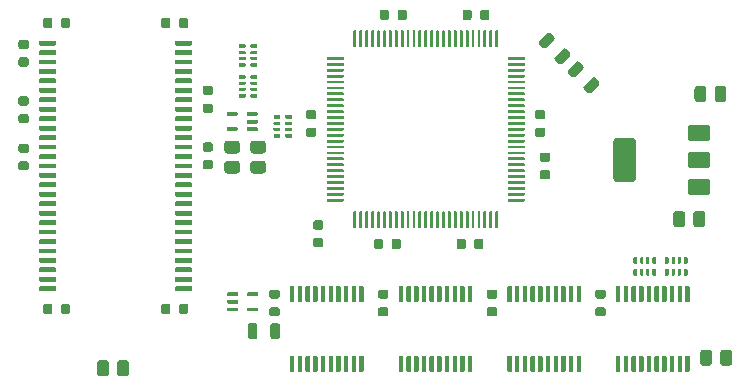
<source format=gtp>
G04 #@! TF.GenerationSoftware,KiCad,Pcbnew,(5.1.5-0-10_14)*
G04 #@! TF.CreationDate,2020-07-05T22:44:07-04:00*
G04 #@! TF.ProjectId,RAM2GS,52414d32-4753-42e6-9b69-6361645f7063,rev?*
G04 #@! TF.SameCoordinates,Original*
G04 #@! TF.FileFunction,Paste,Top*
G04 #@! TF.FilePolarity,Positive*
%FSLAX46Y46*%
G04 Gerber Fmt 4.6, Leading zero omitted, Abs format (unit mm)*
G04 Created by KiCad (PCBNEW (5.1.5-0-10_14)) date 2020-07-05 22:44:07*
%MOMM*%
%LPD*%
G04 APERTURE LIST*
%ADD10C,0.100000*%
G04 APERTURE END LIST*
D10*
G36*
X71137841Y-122340385D02*
G01*
X71145607Y-122341537D01*
X71153223Y-122343445D01*
X71160615Y-122346090D01*
X71167712Y-122349446D01*
X71174446Y-122353482D01*
X71180751Y-122358159D01*
X71186569Y-122363431D01*
X71191841Y-122369249D01*
X71196518Y-122375554D01*
X71200554Y-122382288D01*
X71203910Y-122389385D01*
X71206555Y-122396777D01*
X71208463Y-122404393D01*
X71209615Y-122412159D01*
X71210000Y-122420000D01*
X71210000Y-122580000D01*
X71209615Y-122587841D01*
X71208463Y-122595607D01*
X71206555Y-122603223D01*
X71203910Y-122610615D01*
X71200554Y-122617712D01*
X71196518Y-122624446D01*
X71191841Y-122630751D01*
X71186569Y-122636569D01*
X71180751Y-122641841D01*
X71174446Y-122646518D01*
X71167712Y-122650554D01*
X71160615Y-122653910D01*
X71153223Y-122656555D01*
X71145607Y-122658463D01*
X71137841Y-122659615D01*
X71130000Y-122660000D01*
X70370000Y-122660000D01*
X70362159Y-122659615D01*
X70354393Y-122658463D01*
X70346777Y-122656555D01*
X70339385Y-122653910D01*
X70332288Y-122650554D01*
X70325554Y-122646518D01*
X70319249Y-122641841D01*
X70313431Y-122636569D01*
X70308159Y-122630751D01*
X70303482Y-122624446D01*
X70299446Y-122617712D01*
X70296090Y-122610615D01*
X70293445Y-122603223D01*
X70291537Y-122595607D01*
X70290385Y-122587841D01*
X70290000Y-122580000D01*
X70290000Y-122420000D01*
X70290385Y-122412159D01*
X70291537Y-122404393D01*
X70293445Y-122396777D01*
X70296090Y-122389385D01*
X70299446Y-122382288D01*
X70303482Y-122375554D01*
X70308159Y-122369249D01*
X70313431Y-122363431D01*
X70319249Y-122358159D01*
X70325554Y-122353482D01*
X70332288Y-122349446D01*
X70339385Y-122346090D01*
X70346777Y-122343445D01*
X70354393Y-122341537D01*
X70362159Y-122340385D01*
X70370000Y-122340000D01*
X71130000Y-122340000D01*
X71137841Y-122340385D01*
G37*
G36*
X71137841Y-123640385D02*
G01*
X71145607Y-123641537D01*
X71153223Y-123643445D01*
X71160615Y-123646090D01*
X71167712Y-123649446D01*
X71174446Y-123653482D01*
X71180751Y-123658159D01*
X71186569Y-123663431D01*
X71191841Y-123669249D01*
X71196518Y-123675554D01*
X71200554Y-123682288D01*
X71203910Y-123689385D01*
X71206555Y-123696777D01*
X71208463Y-123704393D01*
X71209615Y-123712159D01*
X71210000Y-123720000D01*
X71210000Y-123880000D01*
X71209615Y-123887841D01*
X71208463Y-123895607D01*
X71206555Y-123903223D01*
X71203910Y-123910615D01*
X71200554Y-123917712D01*
X71196518Y-123924446D01*
X71191841Y-123930751D01*
X71186569Y-123936569D01*
X71180751Y-123941841D01*
X71174446Y-123946518D01*
X71167712Y-123950554D01*
X71160615Y-123953910D01*
X71153223Y-123956555D01*
X71145607Y-123958463D01*
X71137841Y-123959615D01*
X71130000Y-123960000D01*
X70370000Y-123960000D01*
X70362159Y-123959615D01*
X70354393Y-123958463D01*
X70346777Y-123956555D01*
X70339385Y-123953910D01*
X70332288Y-123950554D01*
X70325554Y-123946518D01*
X70319249Y-123941841D01*
X70313431Y-123936569D01*
X70308159Y-123930751D01*
X70303482Y-123924446D01*
X70299446Y-123917712D01*
X70296090Y-123910615D01*
X70293445Y-123903223D01*
X70291537Y-123895607D01*
X70290385Y-123887841D01*
X70290000Y-123880000D01*
X70290000Y-123720000D01*
X70290385Y-123712159D01*
X70291537Y-123704393D01*
X70293445Y-123696777D01*
X70296090Y-123689385D01*
X70299446Y-123682288D01*
X70303482Y-123675554D01*
X70308159Y-123669249D01*
X70313431Y-123663431D01*
X70319249Y-123658159D01*
X70325554Y-123653482D01*
X70332288Y-123649446D01*
X70339385Y-123646090D01*
X70346777Y-123643445D01*
X70354393Y-123641537D01*
X70362159Y-123640385D01*
X70370000Y-123640000D01*
X71130000Y-123640000D01*
X71137841Y-123640385D01*
G37*
G36*
X69437841Y-122990385D02*
G01*
X69445607Y-122991537D01*
X69453223Y-122993445D01*
X69460615Y-122996090D01*
X69467712Y-122999446D01*
X69474446Y-123003482D01*
X69480751Y-123008159D01*
X69486569Y-123013431D01*
X69491841Y-123019249D01*
X69496518Y-123025554D01*
X69500554Y-123032288D01*
X69503910Y-123039385D01*
X69506555Y-123046777D01*
X69508463Y-123054393D01*
X69509615Y-123062159D01*
X69510000Y-123070000D01*
X69510000Y-123230000D01*
X69509615Y-123237841D01*
X69508463Y-123245607D01*
X69506555Y-123253223D01*
X69503910Y-123260615D01*
X69500554Y-123267712D01*
X69496518Y-123274446D01*
X69491841Y-123280751D01*
X69486569Y-123286569D01*
X69480751Y-123291841D01*
X69474446Y-123296518D01*
X69467712Y-123300554D01*
X69460615Y-123303910D01*
X69453223Y-123306555D01*
X69445607Y-123308463D01*
X69437841Y-123309615D01*
X69430000Y-123310000D01*
X68670000Y-123310000D01*
X68662159Y-123309615D01*
X68654393Y-123308463D01*
X68646777Y-123306555D01*
X68639385Y-123303910D01*
X68632288Y-123300554D01*
X68625554Y-123296518D01*
X68619249Y-123291841D01*
X68613431Y-123286569D01*
X68608159Y-123280751D01*
X68603482Y-123274446D01*
X68599446Y-123267712D01*
X68596090Y-123260615D01*
X68593445Y-123253223D01*
X68591537Y-123245607D01*
X68590385Y-123237841D01*
X68590000Y-123230000D01*
X68590000Y-123070000D01*
X68590385Y-123062159D01*
X68591537Y-123054393D01*
X68593445Y-123046777D01*
X68596090Y-123039385D01*
X68599446Y-123032288D01*
X68603482Y-123025554D01*
X68608159Y-123019249D01*
X68613431Y-123013431D01*
X68619249Y-123008159D01*
X68625554Y-123003482D01*
X68632288Y-122999446D01*
X68639385Y-122996090D01*
X68646777Y-122993445D01*
X68654393Y-122991537D01*
X68662159Y-122990385D01*
X68670000Y-122990000D01*
X69430000Y-122990000D01*
X69437841Y-122990385D01*
G37*
G36*
X69437841Y-122340385D02*
G01*
X69445607Y-122341537D01*
X69453223Y-122343445D01*
X69460615Y-122346090D01*
X69467712Y-122349446D01*
X69474446Y-122353482D01*
X69480751Y-122358159D01*
X69486569Y-122363431D01*
X69491841Y-122369249D01*
X69496518Y-122375554D01*
X69500554Y-122382288D01*
X69503910Y-122389385D01*
X69506555Y-122396777D01*
X69508463Y-122404393D01*
X69509615Y-122412159D01*
X69510000Y-122420000D01*
X69510000Y-122580000D01*
X69509615Y-122587841D01*
X69508463Y-122595607D01*
X69506555Y-122603223D01*
X69503910Y-122610615D01*
X69500554Y-122617712D01*
X69496518Y-122624446D01*
X69491841Y-122630751D01*
X69486569Y-122636569D01*
X69480751Y-122641841D01*
X69474446Y-122646518D01*
X69467712Y-122650554D01*
X69460615Y-122653910D01*
X69453223Y-122656555D01*
X69445607Y-122658463D01*
X69437841Y-122659615D01*
X69430000Y-122660000D01*
X68670000Y-122660000D01*
X68662159Y-122659615D01*
X68654393Y-122658463D01*
X68646777Y-122656555D01*
X68639385Y-122653910D01*
X68632288Y-122650554D01*
X68625554Y-122646518D01*
X68619249Y-122641841D01*
X68613431Y-122636569D01*
X68608159Y-122630751D01*
X68603482Y-122624446D01*
X68599446Y-122617712D01*
X68596090Y-122610615D01*
X68593445Y-122603223D01*
X68591537Y-122595607D01*
X68590385Y-122587841D01*
X68590000Y-122580000D01*
X68590000Y-122420000D01*
X68590385Y-122412159D01*
X68591537Y-122404393D01*
X68593445Y-122396777D01*
X68596090Y-122389385D01*
X68599446Y-122382288D01*
X68603482Y-122375554D01*
X68608159Y-122369249D01*
X68613431Y-122363431D01*
X68619249Y-122358159D01*
X68625554Y-122353482D01*
X68632288Y-122349446D01*
X68639385Y-122346090D01*
X68646777Y-122343445D01*
X68654393Y-122341537D01*
X68662159Y-122340385D01*
X68670000Y-122340000D01*
X69430000Y-122340000D01*
X69437841Y-122340385D01*
G37*
G36*
X69437841Y-123640385D02*
G01*
X69445607Y-123641537D01*
X69453223Y-123643445D01*
X69460615Y-123646090D01*
X69467712Y-123649446D01*
X69474446Y-123653482D01*
X69480751Y-123658159D01*
X69486569Y-123663431D01*
X69491841Y-123669249D01*
X69496518Y-123675554D01*
X69500554Y-123682288D01*
X69503910Y-123689385D01*
X69506555Y-123696777D01*
X69508463Y-123704393D01*
X69509615Y-123712159D01*
X69510000Y-123720000D01*
X69510000Y-123880000D01*
X69509615Y-123887841D01*
X69508463Y-123895607D01*
X69506555Y-123903223D01*
X69503910Y-123910615D01*
X69500554Y-123917712D01*
X69496518Y-123924446D01*
X69491841Y-123930751D01*
X69486569Y-123936569D01*
X69480751Y-123941841D01*
X69474446Y-123946518D01*
X69467712Y-123950554D01*
X69460615Y-123953910D01*
X69453223Y-123956555D01*
X69445607Y-123958463D01*
X69437841Y-123959615D01*
X69430000Y-123960000D01*
X68670000Y-123960000D01*
X68662159Y-123959615D01*
X68654393Y-123958463D01*
X68646777Y-123956555D01*
X68639385Y-123953910D01*
X68632288Y-123950554D01*
X68625554Y-123946518D01*
X68619249Y-123941841D01*
X68613431Y-123936569D01*
X68608159Y-123930751D01*
X68603482Y-123924446D01*
X68599446Y-123917712D01*
X68596090Y-123910615D01*
X68593445Y-123903223D01*
X68591537Y-123895607D01*
X68590385Y-123887841D01*
X68590000Y-123880000D01*
X68590000Y-123720000D01*
X68590385Y-123712159D01*
X68591537Y-123704393D01*
X68593445Y-123696777D01*
X68596090Y-123689385D01*
X68599446Y-123682288D01*
X68603482Y-123675554D01*
X68608159Y-123669249D01*
X68613431Y-123663431D01*
X68619249Y-123658159D01*
X68625554Y-123653482D01*
X68632288Y-123649446D01*
X68639385Y-123646090D01*
X68646777Y-123643445D01*
X68654393Y-123641537D01*
X68662159Y-123640385D01*
X68670000Y-123640000D01*
X69430000Y-123640000D01*
X69437841Y-123640385D01*
G37*
G36*
X69387841Y-108390385D02*
G01*
X69395607Y-108391537D01*
X69403223Y-108393445D01*
X69410615Y-108396090D01*
X69417712Y-108399446D01*
X69424446Y-108403482D01*
X69430751Y-108408159D01*
X69436569Y-108413431D01*
X69441841Y-108419249D01*
X69446518Y-108425554D01*
X69450554Y-108432288D01*
X69453910Y-108439385D01*
X69456555Y-108446777D01*
X69458463Y-108454393D01*
X69459615Y-108462159D01*
X69460000Y-108470000D01*
X69460000Y-108630000D01*
X69459615Y-108637841D01*
X69458463Y-108645607D01*
X69456555Y-108653223D01*
X69453910Y-108660615D01*
X69450554Y-108667712D01*
X69446518Y-108674446D01*
X69441841Y-108680751D01*
X69436569Y-108686569D01*
X69430751Y-108691841D01*
X69424446Y-108696518D01*
X69417712Y-108700554D01*
X69410615Y-108703910D01*
X69403223Y-108706555D01*
X69395607Y-108708463D01*
X69387841Y-108709615D01*
X69380000Y-108710000D01*
X68620000Y-108710000D01*
X68612159Y-108709615D01*
X68604393Y-108708463D01*
X68596777Y-108706555D01*
X68589385Y-108703910D01*
X68582288Y-108700554D01*
X68575554Y-108696518D01*
X68569249Y-108691841D01*
X68563431Y-108686569D01*
X68558159Y-108680751D01*
X68553482Y-108674446D01*
X68549446Y-108667712D01*
X68546090Y-108660615D01*
X68543445Y-108653223D01*
X68541537Y-108645607D01*
X68540385Y-108637841D01*
X68540000Y-108630000D01*
X68540000Y-108470000D01*
X68540385Y-108462159D01*
X68541537Y-108454393D01*
X68543445Y-108446777D01*
X68546090Y-108439385D01*
X68549446Y-108432288D01*
X68553482Y-108425554D01*
X68558159Y-108419249D01*
X68563431Y-108413431D01*
X68569249Y-108408159D01*
X68575554Y-108403482D01*
X68582288Y-108399446D01*
X68589385Y-108396090D01*
X68596777Y-108393445D01*
X68604393Y-108391537D01*
X68612159Y-108390385D01*
X68620000Y-108390000D01*
X69380000Y-108390000D01*
X69387841Y-108390385D01*
G37*
G36*
X69387841Y-107090385D02*
G01*
X69395607Y-107091537D01*
X69403223Y-107093445D01*
X69410615Y-107096090D01*
X69417712Y-107099446D01*
X69424446Y-107103482D01*
X69430751Y-107108159D01*
X69436569Y-107113431D01*
X69441841Y-107119249D01*
X69446518Y-107125554D01*
X69450554Y-107132288D01*
X69453910Y-107139385D01*
X69456555Y-107146777D01*
X69458463Y-107154393D01*
X69459615Y-107162159D01*
X69460000Y-107170000D01*
X69460000Y-107330000D01*
X69459615Y-107337841D01*
X69458463Y-107345607D01*
X69456555Y-107353223D01*
X69453910Y-107360615D01*
X69450554Y-107367712D01*
X69446518Y-107374446D01*
X69441841Y-107380751D01*
X69436569Y-107386569D01*
X69430751Y-107391841D01*
X69424446Y-107396518D01*
X69417712Y-107400554D01*
X69410615Y-107403910D01*
X69403223Y-107406555D01*
X69395607Y-107408463D01*
X69387841Y-107409615D01*
X69380000Y-107410000D01*
X68620000Y-107410000D01*
X68612159Y-107409615D01*
X68604393Y-107408463D01*
X68596777Y-107406555D01*
X68589385Y-107403910D01*
X68582288Y-107400554D01*
X68575554Y-107396518D01*
X68569249Y-107391841D01*
X68563431Y-107386569D01*
X68558159Y-107380751D01*
X68553482Y-107374446D01*
X68549446Y-107367712D01*
X68546090Y-107360615D01*
X68543445Y-107353223D01*
X68541537Y-107345607D01*
X68540385Y-107337841D01*
X68540000Y-107330000D01*
X68540000Y-107170000D01*
X68540385Y-107162159D01*
X68541537Y-107154393D01*
X68543445Y-107146777D01*
X68546090Y-107139385D01*
X68549446Y-107132288D01*
X68553482Y-107125554D01*
X68558159Y-107119249D01*
X68563431Y-107113431D01*
X68569249Y-107108159D01*
X68575554Y-107103482D01*
X68582288Y-107099446D01*
X68589385Y-107096090D01*
X68596777Y-107093445D01*
X68604393Y-107091537D01*
X68612159Y-107090385D01*
X68620000Y-107090000D01*
X69380000Y-107090000D01*
X69387841Y-107090385D01*
G37*
G36*
X71087841Y-107740385D02*
G01*
X71095607Y-107741537D01*
X71103223Y-107743445D01*
X71110615Y-107746090D01*
X71117712Y-107749446D01*
X71124446Y-107753482D01*
X71130751Y-107758159D01*
X71136569Y-107763431D01*
X71141841Y-107769249D01*
X71146518Y-107775554D01*
X71150554Y-107782288D01*
X71153910Y-107789385D01*
X71156555Y-107796777D01*
X71158463Y-107804393D01*
X71159615Y-107812159D01*
X71160000Y-107820000D01*
X71160000Y-107980000D01*
X71159615Y-107987841D01*
X71158463Y-107995607D01*
X71156555Y-108003223D01*
X71153910Y-108010615D01*
X71150554Y-108017712D01*
X71146518Y-108024446D01*
X71141841Y-108030751D01*
X71136569Y-108036569D01*
X71130751Y-108041841D01*
X71124446Y-108046518D01*
X71117712Y-108050554D01*
X71110615Y-108053910D01*
X71103223Y-108056555D01*
X71095607Y-108058463D01*
X71087841Y-108059615D01*
X71080000Y-108060000D01*
X70320000Y-108060000D01*
X70312159Y-108059615D01*
X70304393Y-108058463D01*
X70296777Y-108056555D01*
X70289385Y-108053910D01*
X70282288Y-108050554D01*
X70275554Y-108046518D01*
X70269249Y-108041841D01*
X70263431Y-108036569D01*
X70258159Y-108030751D01*
X70253482Y-108024446D01*
X70249446Y-108017712D01*
X70246090Y-108010615D01*
X70243445Y-108003223D01*
X70241537Y-107995607D01*
X70240385Y-107987841D01*
X70240000Y-107980000D01*
X70240000Y-107820000D01*
X70240385Y-107812159D01*
X70241537Y-107804393D01*
X70243445Y-107796777D01*
X70246090Y-107789385D01*
X70249446Y-107782288D01*
X70253482Y-107775554D01*
X70258159Y-107769249D01*
X70263431Y-107763431D01*
X70269249Y-107758159D01*
X70275554Y-107753482D01*
X70282288Y-107749446D01*
X70289385Y-107746090D01*
X70296777Y-107743445D01*
X70304393Y-107741537D01*
X70312159Y-107740385D01*
X70320000Y-107740000D01*
X71080000Y-107740000D01*
X71087841Y-107740385D01*
G37*
G36*
X71087841Y-108390385D02*
G01*
X71095607Y-108391537D01*
X71103223Y-108393445D01*
X71110615Y-108396090D01*
X71117712Y-108399446D01*
X71124446Y-108403482D01*
X71130751Y-108408159D01*
X71136569Y-108413431D01*
X71141841Y-108419249D01*
X71146518Y-108425554D01*
X71150554Y-108432288D01*
X71153910Y-108439385D01*
X71156555Y-108446777D01*
X71158463Y-108454393D01*
X71159615Y-108462159D01*
X71160000Y-108470000D01*
X71160000Y-108630000D01*
X71159615Y-108637841D01*
X71158463Y-108645607D01*
X71156555Y-108653223D01*
X71153910Y-108660615D01*
X71150554Y-108667712D01*
X71146518Y-108674446D01*
X71141841Y-108680751D01*
X71136569Y-108686569D01*
X71130751Y-108691841D01*
X71124446Y-108696518D01*
X71117712Y-108700554D01*
X71110615Y-108703910D01*
X71103223Y-108706555D01*
X71095607Y-108708463D01*
X71087841Y-108709615D01*
X71080000Y-108710000D01*
X70320000Y-108710000D01*
X70312159Y-108709615D01*
X70304393Y-108708463D01*
X70296777Y-108706555D01*
X70289385Y-108703910D01*
X70282288Y-108700554D01*
X70275554Y-108696518D01*
X70269249Y-108691841D01*
X70263431Y-108686569D01*
X70258159Y-108680751D01*
X70253482Y-108674446D01*
X70249446Y-108667712D01*
X70246090Y-108660615D01*
X70243445Y-108653223D01*
X70241537Y-108645607D01*
X70240385Y-108637841D01*
X70240000Y-108630000D01*
X70240000Y-108470000D01*
X70240385Y-108462159D01*
X70241537Y-108454393D01*
X70243445Y-108446777D01*
X70246090Y-108439385D01*
X70249446Y-108432288D01*
X70253482Y-108425554D01*
X70258159Y-108419249D01*
X70263431Y-108413431D01*
X70269249Y-108408159D01*
X70275554Y-108403482D01*
X70282288Y-108399446D01*
X70289385Y-108396090D01*
X70296777Y-108393445D01*
X70304393Y-108391537D01*
X70312159Y-108390385D01*
X70320000Y-108390000D01*
X71080000Y-108390000D01*
X71087841Y-108390385D01*
G37*
G36*
X71087841Y-107090385D02*
G01*
X71095607Y-107091537D01*
X71103223Y-107093445D01*
X71110615Y-107096090D01*
X71117712Y-107099446D01*
X71124446Y-107103482D01*
X71130751Y-107108159D01*
X71136569Y-107113431D01*
X71141841Y-107119249D01*
X71146518Y-107125554D01*
X71150554Y-107132288D01*
X71153910Y-107139385D01*
X71156555Y-107146777D01*
X71158463Y-107154393D01*
X71159615Y-107162159D01*
X71160000Y-107170000D01*
X71160000Y-107330000D01*
X71159615Y-107337841D01*
X71158463Y-107345607D01*
X71156555Y-107353223D01*
X71153910Y-107360615D01*
X71150554Y-107367712D01*
X71146518Y-107374446D01*
X71141841Y-107380751D01*
X71136569Y-107386569D01*
X71130751Y-107391841D01*
X71124446Y-107396518D01*
X71117712Y-107400554D01*
X71110615Y-107403910D01*
X71103223Y-107406555D01*
X71095607Y-107408463D01*
X71087841Y-107409615D01*
X71080000Y-107410000D01*
X70320000Y-107410000D01*
X70312159Y-107409615D01*
X70304393Y-107408463D01*
X70296777Y-107406555D01*
X70289385Y-107403910D01*
X70282288Y-107400554D01*
X70275554Y-107396518D01*
X70269249Y-107391841D01*
X70263431Y-107386569D01*
X70258159Y-107380751D01*
X70253482Y-107374446D01*
X70249446Y-107367712D01*
X70246090Y-107360615D01*
X70243445Y-107353223D01*
X70241537Y-107345607D01*
X70240385Y-107337841D01*
X70240000Y-107330000D01*
X70240000Y-107170000D01*
X70240385Y-107162159D01*
X70241537Y-107154393D01*
X70243445Y-107146777D01*
X70246090Y-107139385D01*
X70249446Y-107132288D01*
X70253482Y-107125554D01*
X70258159Y-107119249D01*
X70263431Y-107113431D01*
X70269249Y-107108159D01*
X70275554Y-107103482D01*
X70282288Y-107099446D01*
X70289385Y-107096090D01*
X70296777Y-107093445D01*
X70304393Y-107091537D01*
X70312159Y-107090385D01*
X70320000Y-107090000D01*
X71080000Y-107090000D01*
X71087841Y-107090385D01*
G37*
G36*
X73015586Y-107335397D02*
G01*
X73023595Y-107336585D01*
X73031448Y-107338552D01*
X73039071Y-107341280D01*
X73046390Y-107344741D01*
X73053335Y-107348904D01*
X73059837Y-107353727D01*
X73065836Y-107359164D01*
X73071273Y-107365163D01*
X73076096Y-107371665D01*
X73080259Y-107378610D01*
X73083720Y-107385929D01*
X73086448Y-107393552D01*
X73088415Y-107401405D01*
X73089603Y-107409414D01*
X73090000Y-107417500D01*
X73090000Y-107582500D01*
X73089603Y-107590586D01*
X73088415Y-107598595D01*
X73086448Y-107606448D01*
X73083720Y-107614071D01*
X73080259Y-107621390D01*
X73076096Y-107628335D01*
X73071273Y-107634837D01*
X73065836Y-107640836D01*
X73059837Y-107646273D01*
X73053335Y-107651096D01*
X73046390Y-107655259D01*
X73039071Y-107658720D01*
X73031448Y-107661448D01*
X73023595Y-107663415D01*
X73015586Y-107664603D01*
X73007500Y-107665000D01*
X72592500Y-107665000D01*
X72584414Y-107664603D01*
X72576405Y-107663415D01*
X72568552Y-107661448D01*
X72560929Y-107658720D01*
X72553610Y-107655259D01*
X72546665Y-107651096D01*
X72540163Y-107646273D01*
X72534164Y-107640836D01*
X72528727Y-107634837D01*
X72523904Y-107628335D01*
X72519741Y-107621390D01*
X72516280Y-107614071D01*
X72513552Y-107606448D01*
X72511585Y-107598595D01*
X72510397Y-107590586D01*
X72510000Y-107582500D01*
X72510000Y-107417500D01*
X72510397Y-107409414D01*
X72511585Y-107401405D01*
X72513552Y-107393552D01*
X72516280Y-107385929D01*
X72519741Y-107378610D01*
X72523904Y-107371665D01*
X72528727Y-107365163D01*
X72534164Y-107359164D01*
X72540163Y-107353727D01*
X72546665Y-107348904D01*
X72553610Y-107344741D01*
X72560929Y-107341280D01*
X72568552Y-107338552D01*
X72576405Y-107336585D01*
X72584414Y-107335397D01*
X72592500Y-107335000D01*
X73007500Y-107335000D01*
X73015586Y-107335397D01*
G37*
G36*
X73040881Y-108430289D02*
G01*
X73046705Y-108431153D01*
X73052417Y-108432584D01*
X73057961Y-108434567D01*
X73063284Y-108437085D01*
X73068334Y-108440112D01*
X73073064Y-108443619D01*
X73077426Y-108447574D01*
X73081381Y-108451936D01*
X73084888Y-108456666D01*
X73087915Y-108461716D01*
X73090433Y-108467039D01*
X73092416Y-108472583D01*
X73093847Y-108478295D01*
X73094711Y-108484119D01*
X73095000Y-108490000D01*
X73095000Y-108610000D01*
X73094711Y-108615881D01*
X73093847Y-108621705D01*
X73092416Y-108627417D01*
X73090433Y-108632961D01*
X73087915Y-108638284D01*
X73084888Y-108643334D01*
X73081381Y-108648064D01*
X73077426Y-108652426D01*
X73073064Y-108656381D01*
X73068334Y-108659888D01*
X73063284Y-108662915D01*
X73057961Y-108665433D01*
X73052417Y-108667416D01*
X73046705Y-108668847D01*
X73040881Y-108669711D01*
X73035000Y-108670000D01*
X72565000Y-108670000D01*
X72559119Y-108669711D01*
X72553295Y-108668847D01*
X72547583Y-108667416D01*
X72542039Y-108665433D01*
X72536716Y-108662915D01*
X72531666Y-108659888D01*
X72526936Y-108656381D01*
X72522574Y-108652426D01*
X72518619Y-108648064D01*
X72515112Y-108643334D01*
X72512085Y-108638284D01*
X72509567Y-108632961D01*
X72507584Y-108627417D01*
X72506153Y-108621705D01*
X72505289Y-108615881D01*
X72505000Y-108610000D01*
X72505000Y-108490000D01*
X72505289Y-108484119D01*
X72506153Y-108478295D01*
X72507584Y-108472583D01*
X72509567Y-108467039D01*
X72512085Y-108461716D01*
X72515112Y-108456666D01*
X72518619Y-108451936D01*
X72522574Y-108447574D01*
X72526936Y-108443619D01*
X72531666Y-108440112D01*
X72536716Y-108437085D01*
X72542039Y-108434567D01*
X72547583Y-108432584D01*
X72553295Y-108431153D01*
X72559119Y-108430289D01*
X72565000Y-108430000D01*
X73035000Y-108430000D01*
X73040881Y-108430289D01*
G37*
G36*
X73040881Y-107930289D02*
G01*
X73046705Y-107931153D01*
X73052417Y-107932584D01*
X73057961Y-107934567D01*
X73063284Y-107937085D01*
X73068334Y-107940112D01*
X73073064Y-107943619D01*
X73077426Y-107947574D01*
X73081381Y-107951936D01*
X73084888Y-107956666D01*
X73087915Y-107961716D01*
X73090433Y-107967039D01*
X73092416Y-107972583D01*
X73093847Y-107978295D01*
X73094711Y-107984119D01*
X73095000Y-107990000D01*
X73095000Y-108110000D01*
X73094711Y-108115881D01*
X73093847Y-108121705D01*
X73092416Y-108127417D01*
X73090433Y-108132961D01*
X73087915Y-108138284D01*
X73084888Y-108143334D01*
X73081381Y-108148064D01*
X73077426Y-108152426D01*
X73073064Y-108156381D01*
X73068334Y-108159888D01*
X73063284Y-108162915D01*
X73057961Y-108165433D01*
X73052417Y-108167416D01*
X73046705Y-108168847D01*
X73040881Y-108169711D01*
X73035000Y-108170000D01*
X72565000Y-108170000D01*
X72559119Y-108169711D01*
X72553295Y-108168847D01*
X72547583Y-108167416D01*
X72542039Y-108165433D01*
X72536716Y-108162915D01*
X72531666Y-108159888D01*
X72526936Y-108156381D01*
X72522574Y-108152426D01*
X72518619Y-108148064D01*
X72515112Y-108143334D01*
X72512085Y-108138284D01*
X72509567Y-108132961D01*
X72507584Y-108127417D01*
X72506153Y-108121705D01*
X72505289Y-108115881D01*
X72505000Y-108110000D01*
X72505000Y-107990000D01*
X72505289Y-107984119D01*
X72506153Y-107978295D01*
X72507584Y-107972583D01*
X72509567Y-107967039D01*
X72512085Y-107961716D01*
X72515112Y-107956666D01*
X72518619Y-107951936D01*
X72522574Y-107947574D01*
X72526936Y-107943619D01*
X72531666Y-107940112D01*
X72536716Y-107937085D01*
X72542039Y-107934567D01*
X72547583Y-107932584D01*
X72553295Y-107931153D01*
X72559119Y-107930289D01*
X72565000Y-107930000D01*
X73035000Y-107930000D01*
X73040881Y-107930289D01*
G37*
G36*
X73015586Y-108935397D02*
G01*
X73023595Y-108936585D01*
X73031448Y-108938552D01*
X73039071Y-108941280D01*
X73046390Y-108944741D01*
X73053335Y-108948904D01*
X73059837Y-108953727D01*
X73065836Y-108959164D01*
X73071273Y-108965163D01*
X73076096Y-108971665D01*
X73080259Y-108978610D01*
X73083720Y-108985929D01*
X73086448Y-108993552D01*
X73088415Y-109001405D01*
X73089603Y-109009414D01*
X73090000Y-109017500D01*
X73090000Y-109182500D01*
X73089603Y-109190586D01*
X73088415Y-109198595D01*
X73086448Y-109206448D01*
X73083720Y-109214071D01*
X73080259Y-109221390D01*
X73076096Y-109228335D01*
X73071273Y-109234837D01*
X73065836Y-109240836D01*
X73059837Y-109246273D01*
X73053335Y-109251096D01*
X73046390Y-109255259D01*
X73039071Y-109258720D01*
X73031448Y-109261448D01*
X73023595Y-109263415D01*
X73015586Y-109264603D01*
X73007500Y-109265000D01*
X72592500Y-109265000D01*
X72584414Y-109264603D01*
X72576405Y-109263415D01*
X72568552Y-109261448D01*
X72560929Y-109258720D01*
X72553610Y-109255259D01*
X72546665Y-109251096D01*
X72540163Y-109246273D01*
X72534164Y-109240836D01*
X72528727Y-109234837D01*
X72523904Y-109228335D01*
X72519741Y-109221390D01*
X72516280Y-109214071D01*
X72513552Y-109206448D01*
X72511585Y-109198595D01*
X72510397Y-109190586D01*
X72510000Y-109182500D01*
X72510000Y-109017500D01*
X72510397Y-109009414D01*
X72511585Y-109001405D01*
X72513552Y-108993552D01*
X72516280Y-108985929D01*
X72519741Y-108978610D01*
X72523904Y-108971665D01*
X72528727Y-108965163D01*
X72534164Y-108959164D01*
X72540163Y-108953727D01*
X72546665Y-108948904D01*
X72553610Y-108944741D01*
X72560929Y-108941280D01*
X72568552Y-108938552D01*
X72576405Y-108936585D01*
X72584414Y-108935397D01*
X72592500Y-108935000D01*
X73007500Y-108935000D01*
X73015586Y-108935397D01*
G37*
G36*
X74040881Y-107930289D02*
G01*
X74046705Y-107931153D01*
X74052417Y-107932584D01*
X74057961Y-107934567D01*
X74063284Y-107937085D01*
X74068334Y-107940112D01*
X74073064Y-107943619D01*
X74077426Y-107947574D01*
X74081381Y-107951936D01*
X74084888Y-107956666D01*
X74087915Y-107961716D01*
X74090433Y-107967039D01*
X74092416Y-107972583D01*
X74093847Y-107978295D01*
X74094711Y-107984119D01*
X74095000Y-107990000D01*
X74095000Y-108110000D01*
X74094711Y-108115881D01*
X74093847Y-108121705D01*
X74092416Y-108127417D01*
X74090433Y-108132961D01*
X74087915Y-108138284D01*
X74084888Y-108143334D01*
X74081381Y-108148064D01*
X74077426Y-108152426D01*
X74073064Y-108156381D01*
X74068334Y-108159888D01*
X74063284Y-108162915D01*
X74057961Y-108165433D01*
X74052417Y-108167416D01*
X74046705Y-108168847D01*
X74040881Y-108169711D01*
X74035000Y-108170000D01*
X73565000Y-108170000D01*
X73559119Y-108169711D01*
X73553295Y-108168847D01*
X73547583Y-108167416D01*
X73542039Y-108165433D01*
X73536716Y-108162915D01*
X73531666Y-108159888D01*
X73526936Y-108156381D01*
X73522574Y-108152426D01*
X73518619Y-108148064D01*
X73515112Y-108143334D01*
X73512085Y-108138284D01*
X73509567Y-108132961D01*
X73507584Y-108127417D01*
X73506153Y-108121705D01*
X73505289Y-108115881D01*
X73505000Y-108110000D01*
X73505000Y-107990000D01*
X73505289Y-107984119D01*
X73506153Y-107978295D01*
X73507584Y-107972583D01*
X73509567Y-107967039D01*
X73512085Y-107961716D01*
X73515112Y-107956666D01*
X73518619Y-107951936D01*
X73522574Y-107947574D01*
X73526936Y-107943619D01*
X73531666Y-107940112D01*
X73536716Y-107937085D01*
X73542039Y-107934567D01*
X73547583Y-107932584D01*
X73553295Y-107931153D01*
X73559119Y-107930289D01*
X73565000Y-107930000D01*
X74035000Y-107930000D01*
X74040881Y-107930289D01*
G37*
G36*
X74015586Y-107335397D02*
G01*
X74023595Y-107336585D01*
X74031448Y-107338552D01*
X74039071Y-107341280D01*
X74046390Y-107344741D01*
X74053335Y-107348904D01*
X74059837Y-107353727D01*
X74065836Y-107359164D01*
X74071273Y-107365163D01*
X74076096Y-107371665D01*
X74080259Y-107378610D01*
X74083720Y-107385929D01*
X74086448Y-107393552D01*
X74088415Y-107401405D01*
X74089603Y-107409414D01*
X74090000Y-107417500D01*
X74090000Y-107582500D01*
X74089603Y-107590586D01*
X74088415Y-107598595D01*
X74086448Y-107606448D01*
X74083720Y-107614071D01*
X74080259Y-107621390D01*
X74076096Y-107628335D01*
X74071273Y-107634837D01*
X74065836Y-107640836D01*
X74059837Y-107646273D01*
X74053335Y-107651096D01*
X74046390Y-107655259D01*
X74039071Y-107658720D01*
X74031448Y-107661448D01*
X74023595Y-107663415D01*
X74015586Y-107664603D01*
X74007500Y-107665000D01*
X73592500Y-107665000D01*
X73584414Y-107664603D01*
X73576405Y-107663415D01*
X73568552Y-107661448D01*
X73560929Y-107658720D01*
X73553610Y-107655259D01*
X73546665Y-107651096D01*
X73540163Y-107646273D01*
X73534164Y-107640836D01*
X73528727Y-107634837D01*
X73523904Y-107628335D01*
X73519741Y-107621390D01*
X73516280Y-107614071D01*
X73513552Y-107606448D01*
X73511585Y-107598595D01*
X73510397Y-107590586D01*
X73510000Y-107582500D01*
X73510000Y-107417500D01*
X73510397Y-107409414D01*
X73511585Y-107401405D01*
X73513552Y-107393552D01*
X73516280Y-107385929D01*
X73519741Y-107378610D01*
X73523904Y-107371665D01*
X73528727Y-107365163D01*
X73534164Y-107359164D01*
X73540163Y-107353727D01*
X73546665Y-107348904D01*
X73553610Y-107344741D01*
X73560929Y-107341280D01*
X73568552Y-107338552D01*
X73576405Y-107336585D01*
X73584414Y-107335397D01*
X73592500Y-107335000D01*
X74007500Y-107335000D01*
X74015586Y-107335397D01*
G37*
G36*
X74040881Y-108430289D02*
G01*
X74046705Y-108431153D01*
X74052417Y-108432584D01*
X74057961Y-108434567D01*
X74063284Y-108437085D01*
X74068334Y-108440112D01*
X74073064Y-108443619D01*
X74077426Y-108447574D01*
X74081381Y-108451936D01*
X74084888Y-108456666D01*
X74087915Y-108461716D01*
X74090433Y-108467039D01*
X74092416Y-108472583D01*
X74093847Y-108478295D01*
X74094711Y-108484119D01*
X74095000Y-108490000D01*
X74095000Y-108610000D01*
X74094711Y-108615881D01*
X74093847Y-108621705D01*
X74092416Y-108627417D01*
X74090433Y-108632961D01*
X74087915Y-108638284D01*
X74084888Y-108643334D01*
X74081381Y-108648064D01*
X74077426Y-108652426D01*
X74073064Y-108656381D01*
X74068334Y-108659888D01*
X74063284Y-108662915D01*
X74057961Y-108665433D01*
X74052417Y-108667416D01*
X74046705Y-108668847D01*
X74040881Y-108669711D01*
X74035000Y-108670000D01*
X73565000Y-108670000D01*
X73559119Y-108669711D01*
X73553295Y-108668847D01*
X73547583Y-108667416D01*
X73542039Y-108665433D01*
X73536716Y-108662915D01*
X73531666Y-108659888D01*
X73526936Y-108656381D01*
X73522574Y-108652426D01*
X73518619Y-108648064D01*
X73515112Y-108643334D01*
X73512085Y-108638284D01*
X73509567Y-108632961D01*
X73507584Y-108627417D01*
X73506153Y-108621705D01*
X73505289Y-108615881D01*
X73505000Y-108610000D01*
X73505000Y-108490000D01*
X73505289Y-108484119D01*
X73506153Y-108478295D01*
X73507584Y-108472583D01*
X73509567Y-108467039D01*
X73512085Y-108461716D01*
X73515112Y-108456666D01*
X73518619Y-108451936D01*
X73522574Y-108447574D01*
X73526936Y-108443619D01*
X73531666Y-108440112D01*
X73536716Y-108437085D01*
X73542039Y-108434567D01*
X73547583Y-108432584D01*
X73553295Y-108431153D01*
X73559119Y-108430289D01*
X73565000Y-108430000D01*
X74035000Y-108430000D01*
X74040881Y-108430289D01*
G37*
G36*
X74015586Y-108935397D02*
G01*
X74023595Y-108936585D01*
X74031448Y-108938552D01*
X74039071Y-108941280D01*
X74046390Y-108944741D01*
X74053335Y-108948904D01*
X74059837Y-108953727D01*
X74065836Y-108959164D01*
X74071273Y-108965163D01*
X74076096Y-108971665D01*
X74080259Y-108978610D01*
X74083720Y-108985929D01*
X74086448Y-108993552D01*
X74088415Y-109001405D01*
X74089603Y-109009414D01*
X74090000Y-109017500D01*
X74090000Y-109182500D01*
X74089603Y-109190586D01*
X74088415Y-109198595D01*
X74086448Y-109206448D01*
X74083720Y-109214071D01*
X74080259Y-109221390D01*
X74076096Y-109228335D01*
X74071273Y-109234837D01*
X74065836Y-109240836D01*
X74059837Y-109246273D01*
X74053335Y-109251096D01*
X74046390Y-109255259D01*
X74039071Y-109258720D01*
X74031448Y-109261448D01*
X74023595Y-109263415D01*
X74015586Y-109264603D01*
X74007500Y-109265000D01*
X73592500Y-109265000D01*
X73584414Y-109264603D01*
X73576405Y-109263415D01*
X73568552Y-109261448D01*
X73560929Y-109258720D01*
X73553610Y-109255259D01*
X73546665Y-109251096D01*
X73540163Y-109246273D01*
X73534164Y-109240836D01*
X73528727Y-109234837D01*
X73523904Y-109228335D01*
X73519741Y-109221390D01*
X73516280Y-109214071D01*
X73513552Y-109206448D01*
X73511585Y-109198595D01*
X73510397Y-109190586D01*
X73510000Y-109182500D01*
X73510000Y-109017500D01*
X73510397Y-109009414D01*
X73511585Y-109001405D01*
X73513552Y-108993552D01*
X73516280Y-108985929D01*
X73519741Y-108978610D01*
X73523904Y-108971665D01*
X73528727Y-108965163D01*
X73534164Y-108959164D01*
X73540163Y-108953727D01*
X73546665Y-108948904D01*
X73553610Y-108944741D01*
X73560929Y-108941280D01*
X73568552Y-108938552D01*
X73576405Y-108936585D01*
X73584414Y-108935397D01*
X73592500Y-108935000D01*
X74007500Y-108935000D01*
X74015586Y-108935397D01*
G37*
G36*
X70065586Y-101335397D02*
G01*
X70073595Y-101336585D01*
X70081448Y-101338552D01*
X70089071Y-101341280D01*
X70096390Y-101344741D01*
X70103335Y-101348904D01*
X70109837Y-101353727D01*
X70115836Y-101359164D01*
X70121273Y-101365163D01*
X70126096Y-101371665D01*
X70130259Y-101378610D01*
X70133720Y-101385929D01*
X70136448Y-101393552D01*
X70138415Y-101401405D01*
X70139603Y-101409414D01*
X70140000Y-101417500D01*
X70140000Y-101582500D01*
X70139603Y-101590586D01*
X70138415Y-101598595D01*
X70136448Y-101606448D01*
X70133720Y-101614071D01*
X70130259Y-101621390D01*
X70126096Y-101628335D01*
X70121273Y-101634837D01*
X70115836Y-101640836D01*
X70109837Y-101646273D01*
X70103335Y-101651096D01*
X70096390Y-101655259D01*
X70089071Y-101658720D01*
X70081448Y-101661448D01*
X70073595Y-101663415D01*
X70065586Y-101664603D01*
X70057500Y-101665000D01*
X69642500Y-101665000D01*
X69634414Y-101664603D01*
X69626405Y-101663415D01*
X69618552Y-101661448D01*
X69610929Y-101658720D01*
X69603610Y-101655259D01*
X69596665Y-101651096D01*
X69590163Y-101646273D01*
X69584164Y-101640836D01*
X69578727Y-101634837D01*
X69573904Y-101628335D01*
X69569741Y-101621390D01*
X69566280Y-101614071D01*
X69563552Y-101606448D01*
X69561585Y-101598595D01*
X69560397Y-101590586D01*
X69560000Y-101582500D01*
X69560000Y-101417500D01*
X69560397Y-101409414D01*
X69561585Y-101401405D01*
X69563552Y-101393552D01*
X69566280Y-101385929D01*
X69569741Y-101378610D01*
X69573904Y-101371665D01*
X69578727Y-101365163D01*
X69584164Y-101359164D01*
X69590163Y-101353727D01*
X69596665Y-101348904D01*
X69603610Y-101344741D01*
X69610929Y-101341280D01*
X69618552Y-101338552D01*
X69626405Y-101336585D01*
X69634414Y-101335397D01*
X69642500Y-101335000D01*
X70057500Y-101335000D01*
X70065586Y-101335397D01*
G37*
G36*
X70090881Y-102430289D02*
G01*
X70096705Y-102431153D01*
X70102417Y-102432584D01*
X70107961Y-102434567D01*
X70113284Y-102437085D01*
X70118334Y-102440112D01*
X70123064Y-102443619D01*
X70127426Y-102447574D01*
X70131381Y-102451936D01*
X70134888Y-102456666D01*
X70137915Y-102461716D01*
X70140433Y-102467039D01*
X70142416Y-102472583D01*
X70143847Y-102478295D01*
X70144711Y-102484119D01*
X70145000Y-102490000D01*
X70145000Y-102610000D01*
X70144711Y-102615881D01*
X70143847Y-102621705D01*
X70142416Y-102627417D01*
X70140433Y-102632961D01*
X70137915Y-102638284D01*
X70134888Y-102643334D01*
X70131381Y-102648064D01*
X70127426Y-102652426D01*
X70123064Y-102656381D01*
X70118334Y-102659888D01*
X70113284Y-102662915D01*
X70107961Y-102665433D01*
X70102417Y-102667416D01*
X70096705Y-102668847D01*
X70090881Y-102669711D01*
X70085000Y-102670000D01*
X69615000Y-102670000D01*
X69609119Y-102669711D01*
X69603295Y-102668847D01*
X69597583Y-102667416D01*
X69592039Y-102665433D01*
X69586716Y-102662915D01*
X69581666Y-102659888D01*
X69576936Y-102656381D01*
X69572574Y-102652426D01*
X69568619Y-102648064D01*
X69565112Y-102643334D01*
X69562085Y-102638284D01*
X69559567Y-102632961D01*
X69557584Y-102627417D01*
X69556153Y-102621705D01*
X69555289Y-102615881D01*
X69555000Y-102610000D01*
X69555000Y-102490000D01*
X69555289Y-102484119D01*
X69556153Y-102478295D01*
X69557584Y-102472583D01*
X69559567Y-102467039D01*
X69562085Y-102461716D01*
X69565112Y-102456666D01*
X69568619Y-102451936D01*
X69572574Y-102447574D01*
X69576936Y-102443619D01*
X69581666Y-102440112D01*
X69586716Y-102437085D01*
X69592039Y-102434567D01*
X69597583Y-102432584D01*
X69603295Y-102431153D01*
X69609119Y-102430289D01*
X69615000Y-102430000D01*
X70085000Y-102430000D01*
X70090881Y-102430289D01*
G37*
G36*
X70090881Y-101930289D02*
G01*
X70096705Y-101931153D01*
X70102417Y-101932584D01*
X70107961Y-101934567D01*
X70113284Y-101937085D01*
X70118334Y-101940112D01*
X70123064Y-101943619D01*
X70127426Y-101947574D01*
X70131381Y-101951936D01*
X70134888Y-101956666D01*
X70137915Y-101961716D01*
X70140433Y-101967039D01*
X70142416Y-101972583D01*
X70143847Y-101978295D01*
X70144711Y-101984119D01*
X70145000Y-101990000D01*
X70145000Y-102110000D01*
X70144711Y-102115881D01*
X70143847Y-102121705D01*
X70142416Y-102127417D01*
X70140433Y-102132961D01*
X70137915Y-102138284D01*
X70134888Y-102143334D01*
X70131381Y-102148064D01*
X70127426Y-102152426D01*
X70123064Y-102156381D01*
X70118334Y-102159888D01*
X70113284Y-102162915D01*
X70107961Y-102165433D01*
X70102417Y-102167416D01*
X70096705Y-102168847D01*
X70090881Y-102169711D01*
X70085000Y-102170000D01*
X69615000Y-102170000D01*
X69609119Y-102169711D01*
X69603295Y-102168847D01*
X69597583Y-102167416D01*
X69592039Y-102165433D01*
X69586716Y-102162915D01*
X69581666Y-102159888D01*
X69576936Y-102156381D01*
X69572574Y-102152426D01*
X69568619Y-102148064D01*
X69565112Y-102143334D01*
X69562085Y-102138284D01*
X69559567Y-102132961D01*
X69557584Y-102127417D01*
X69556153Y-102121705D01*
X69555289Y-102115881D01*
X69555000Y-102110000D01*
X69555000Y-101990000D01*
X69555289Y-101984119D01*
X69556153Y-101978295D01*
X69557584Y-101972583D01*
X69559567Y-101967039D01*
X69562085Y-101961716D01*
X69565112Y-101956666D01*
X69568619Y-101951936D01*
X69572574Y-101947574D01*
X69576936Y-101943619D01*
X69581666Y-101940112D01*
X69586716Y-101937085D01*
X69592039Y-101934567D01*
X69597583Y-101932584D01*
X69603295Y-101931153D01*
X69609119Y-101930289D01*
X69615000Y-101930000D01*
X70085000Y-101930000D01*
X70090881Y-101930289D01*
G37*
G36*
X70065586Y-102935397D02*
G01*
X70073595Y-102936585D01*
X70081448Y-102938552D01*
X70089071Y-102941280D01*
X70096390Y-102944741D01*
X70103335Y-102948904D01*
X70109837Y-102953727D01*
X70115836Y-102959164D01*
X70121273Y-102965163D01*
X70126096Y-102971665D01*
X70130259Y-102978610D01*
X70133720Y-102985929D01*
X70136448Y-102993552D01*
X70138415Y-103001405D01*
X70139603Y-103009414D01*
X70140000Y-103017500D01*
X70140000Y-103182500D01*
X70139603Y-103190586D01*
X70138415Y-103198595D01*
X70136448Y-103206448D01*
X70133720Y-103214071D01*
X70130259Y-103221390D01*
X70126096Y-103228335D01*
X70121273Y-103234837D01*
X70115836Y-103240836D01*
X70109837Y-103246273D01*
X70103335Y-103251096D01*
X70096390Y-103255259D01*
X70089071Y-103258720D01*
X70081448Y-103261448D01*
X70073595Y-103263415D01*
X70065586Y-103264603D01*
X70057500Y-103265000D01*
X69642500Y-103265000D01*
X69634414Y-103264603D01*
X69626405Y-103263415D01*
X69618552Y-103261448D01*
X69610929Y-103258720D01*
X69603610Y-103255259D01*
X69596665Y-103251096D01*
X69590163Y-103246273D01*
X69584164Y-103240836D01*
X69578727Y-103234837D01*
X69573904Y-103228335D01*
X69569741Y-103221390D01*
X69566280Y-103214071D01*
X69563552Y-103206448D01*
X69561585Y-103198595D01*
X69560397Y-103190586D01*
X69560000Y-103182500D01*
X69560000Y-103017500D01*
X69560397Y-103009414D01*
X69561585Y-103001405D01*
X69563552Y-102993552D01*
X69566280Y-102985929D01*
X69569741Y-102978610D01*
X69573904Y-102971665D01*
X69578727Y-102965163D01*
X69584164Y-102959164D01*
X69590163Y-102953727D01*
X69596665Y-102948904D01*
X69603610Y-102944741D01*
X69610929Y-102941280D01*
X69618552Y-102938552D01*
X69626405Y-102936585D01*
X69634414Y-102935397D01*
X69642500Y-102935000D01*
X70057500Y-102935000D01*
X70065586Y-102935397D01*
G37*
G36*
X71090881Y-101930289D02*
G01*
X71096705Y-101931153D01*
X71102417Y-101932584D01*
X71107961Y-101934567D01*
X71113284Y-101937085D01*
X71118334Y-101940112D01*
X71123064Y-101943619D01*
X71127426Y-101947574D01*
X71131381Y-101951936D01*
X71134888Y-101956666D01*
X71137915Y-101961716D01*
X71140433Y-101967039D01*
X71142416Y-101972583D01*
X71143847Y-101978295D01*
X71144711Y-101984119D01*
X71145000Y-101990000D01*
X71145000Y-102110000D01*
X71144711Y-102115881D01*
X71143847Y-102121705D01*
X71142416Y-102127417D01*
X71140433Y-102132961D01*
X71137915Y-102138284D01*
X71134888Y-102143334D01*
X71131381Y-102148064D01*
X71127426Y-102152426D01*
X71123064Y-102156381D01*
X71118334Y-102159888D01*
X71113284Y-102162915D01*
X71107961Y-102165433D01*
X71102417Y-102167416D01*
X71096705Y-102168847D01*
X71090881Y-102169711D01*
X71085000Y-102170000D01*
X70615000Y-102170000D01*
X70609119Y-102169711D01*
X70603295Y-102168847D01*
X70597583Y-102167416D01*
X70592039Y-102165433D01*
X70586716Y-102162915D01*
X70581666Y-102159888D01*
X70576936Y-102156381D01*
X70572574Y-102152426D01*
X70568619Y-102148064D01*
X70565112Y-102143334D01*
X70562085Y-102138284D01*
X70559567Y-102132961D01*
X70557584Y-102127417D01*
X70556153Y-102121705D01*
X70555289Y-102115881D01*
X70555000Y-102110000D01*
X70555000Y-101990000D01*
X70555289Y-101984119D01*
X70556153Y-101978295D01*
X70557584Y-101972583D01*
X70559567Y-101967039D01*
X70562085Y-101961716D01*
X70565112Y-101956666D01*
X70568619Y-101951936D01*
X70572574Y-101947574D01*
X70576936Y-101943619D01*
X70581666Y-101940112D01*
X70586716Y-101937085D01*
X70592039Y-101934567D01*
X70597583Y-101932584D01*
X70603295Y-101931153D01*
X70609119Y-101930289D01*
X70615000Y-101930000D01*
X71085000Y-101930000D01*
X71090881Y-101930289D01*
G37*
G36*
X71065586Y-101335397D02*
G01*
X71073595Y-101336585D01*
X71081448Y-101338552D01*
X71089071Y-101341280D01*
X71096390Y-101344741D01*
X71103335Y-101348904D01*
X71109837Y-101353727D01*
X71115836Y-101359164D01*
X71121273Y-101365163D01*
X71126096Y-101371665D01*
X71130259Y-101378610D01*
X71133720Y-101385929D01*
X71136448Y-101393552D01*
X71138415Y-101401405D01*
X71139603Y-101409414D01*
X71140000Y-101417500D01*
X71140000Y-101582500D01*
X71139603Y-101590586D01*
X71138415Y-101598595D01*
X71136448Y-101606448D01*
X71133720Y-101614071D01*
X71130259Y-101621390D01*
X71126096Y-101628335D01*
X71121273Y-101634837D01*
X71115836Y-101640836D01*
X71109837Y-101646273D01*
X71103335Y-101651096D01*
X71096390Y-101655259D01*
X71089071Y-101658720D01*
X71081448Y-101661448D01*
X71073595Y-101663415D01*
X71065586Y-101664603D01*
X71057500Y-101665000D01*
X70642500Y-101665000D01*
X70634414Y-101664603D01*
X70626405Y-101663415D01*
X70618552Y-101661448D01*
X70610929Y-101658720D01*
X70603610Y-101655259D01*
X70596665Y-101651096D01*
X70590163Y-101646273D01*
X70584164Y-101640836D01*
X70578727Y-101634837D01*
X70573904Y-101628335D01*
X70569741Y-101621390D01*
X70566280Y-101614071D01*
X70563552Y-101606448D01*
X70561585Y-101598595D01*
X70560397Y-101590586D01*
X70560000Y-101582500D01*
X70560000Y-101417500D01*
X70560397Y-101409414D01*
X70561585Y-101401405D01*
X70563552Y-101393552D01*
X70566280Y-101385929D01*
X70569741Y-101378610D01*
X70573904Y-101371665D01*
X70578727Y-101365163D01*
X70584164Y-101359164D01*
X70590163Y-101353727D01*
X70596665Y-101348904D01*
X70603610Y-101344741D01*
X70610929Y-101341280D01*
X70618552Y-101338552D01*
X70626405Y-101336585D01*
X70634414Y-101335397D01*
X70642500Y-101335000D01*
X71057500Y-101335000D01*
X71065586Y-101335397D01*
G37*
G36*
X71090881Y-102430289D02*
G01*
X71096705Y-102431153D01*
X71102417Y-102432584D01*
X71107961Y-102434567D01*
X71113284Y-102437085D01*
X71118334Y-102440112D01*
X71123064Y-102443619D01*
X71127426Y-102447574D01*
X71131381Y-102451936D01*
X71134888Y-102456666D01*
X71137915Y-102461716D01*
X71140433Y-102467039D01*
X71142416Y-102472583D01*
X71143847Y-102478295D01*
X71144711Y-102484119D01*
X71145000Y-102490000D01*
X71145000Y-102610000D01*
X71144711Y-102615881D01*
X71143847Y-102621705D01*
X71142416Y-102627417D01*
X71140433Y-102632961D01*
X71137915Y-102638284D01*
X71134888Y-102643334D01*
X71131381Y-102648064D01*
X71127426Y-102652426D01*
X71123064Y-102656381D01*
X71118334Y-102659888D01*
X71113284Y-102662915D01*
X71107961Y-102665433D01*
X71102417Y-102667416D01*
X71096705Y-102668847D01*
X71090881Y-102669711D01*
X71085000Y-102670000D01*
X70615000Y-102670000D01*
X70609119Y-102669711D01*
X70603295Y-102668847D01*
X70597583Y-102667416D01*
X70592039Y-102665433D01*
X70586716Y-102662915D01*
X70581666Y-102659888D01*
X70576936Y-102656381D01*
X70572574Y-102652426D01*
X70568619Y-102648064D01*
X70565112Y-102643334D01*
X70562085Y-102638284D01*
X70559567Y-102632961D01*
X70557584Y-102627417D01*
X70556153Y-102621705D01*
X70555289Y-102615881D01*
X70555000Y-102610000D01*
X70555000Y-102490000D01*
X70555289Y-102484119D01*
X70556153Y-102478295D01*
X70557584Y-102472583D01*
X70559567Y-102467039D01*
X70562085Y-102461716D01*
X70565112Y-102456666D01*
X70568619Y-102451936D01*
X70572574Y-102447574D01*
X70576936Y-102443619D01*
X70581666Y-102440112D01*
X70586716Y-102437085D01*
X70592039Y-102434567D01*
X70597583Y-102432584D01*
X70603295Y-102431153D01*
X70609119Y-102430289D01*
X70615000Y-102430000D01*
X71085000Y-102430000D01*
X71090881Y-102430289D01*
G37*
G36*
X71065586Y-102935397D02*
G01*
X71073595Y-102936585D01*
X71081448Y-102938552D01*
X71089071Y-102941280D01*
X71096390Y-102944741D01*
X71103335Y-102948904D01*
X71109837Y-102953727D01*
X71115836Y-102959164D01*
X71121273Y-102965163D01*
X71126096Y-102971665D01*
X71130259Y-102978610D01*
X71133720Y-102985929D01*
X71136448Y-102993552D01*
X71138415Y-103001405D01*
X71139603Y-103009414D01*
X71140000Y-103017500D01*
X71140000Y-103182500D01*
X71139603Y-103190586D01*
X71138415Y-103198595D01*
X71136448Y-103206448D01*
X71133720Y-103214071D01*
X71130259Y-103221390D01*
X71126096Y-103228335D01*
X71121273Y-103234837D01*
X71115836Y-103240836D01*
X71109837Y-103246273D01*
X71103335Y-103251096D01*
X71096390Y-103255259D01*
X71089071Y-103258720D01*
X71081448Y-103261448D01*
X71073595Y-103263415D01*
X71065586Y-103264603D01*
X71057500Y-103265000D01*
X70642500Y-103265000D01*
X70634414Y-103264603D01*
X70626405Y-103263415D01*
X70618552Y-103261448D01*
X70610929Y-103258720D01*
X70603610Y-103255259D01*
X70596665Y-103251096D01*
X70590163Y-103246273D01*
X70584164Y-103240836D01*
X70578727Y-103234837D01*
X70573904Y-103228335D01*
X70569741Y-103221390D01*
X70566280Y-103214071D01*
X70563552Y-103206448D01*
X70561585Y-103198595D01*
X70560397Y-103190586D01*
X70560000Y-103182500D01*
X70560000Y-103017500D01*
X70560397Y-103009414D01*
X70561585Y-103001405D01*
X70563552Y-102993552D01*
X70566280Y-102985929D01*
X70569741Y-102978610D01*
X70573904Y-102971665D01*
X70578727Y-102965163D01*
X70584164Y-102959164D01*
X70590163Y-102953727D01*
X70596665Y-102948904D01*
X70603610Y-102944741D01*
X70610929Y-102941280D01*
X70618552Y-102938552D01*
X70626405Y-102936585D01*
X70634414Y-102935397D01*
X70642500Y-102935000D01*
X71057500Y-102935000D01*
X71065586Y-102935397D01*
G37*
G36*
X70065586Y-103935397D02*
G01*
X70073595Y-103936585D01*
X70081448Y-103938552D01*
X70089071Y-103941280D01*
X70096390Y-103944741D01*
X70103335Y-103948904D01*
X70109837Y-103953727D01*
X70115836Y-103959164D01*
X70121273Y-103965163D01*
X70126096Y-103971665D01*
X70130259Y-103978610D01*
X70133720Y-103985929D01*
X70136448Y-103993552D01*
X70138415Y-104001405D01*
X70139603Y-104009414D01*
X70140000Y-104017500D01*
X70140000Y-104182500D01*
X70139603Y-104190586D01*
X70138415Y-104198595D01*
X70136448Y-104206448D01*
X70133720Y-104214071D01*
X70130259Y-104221390D01*
X70126096Y-104228335D01*
X70121273Y-104234837D01*
X70115836Y-104240836D01*
X70109837Y-104246273D01*
X70103335Y-104251096D01*
X70096390Y-104255259D01*
X70089071Y-104258720D01*
X70081448Y-104261448D01*
X70073595Y-104263415D01*
X70065586Y-104264603D01*
X70057500Y-104265000D01*
X69642500Y-104265000D01*
X69634414Y-104264603D01*
X69626405Y-104263415D01*
X69618552Y-104261448D01*
X69610929Y-104258720D01*
X69603610Y-104255259D01*
X69596665Y-104251096D01*
X69590163Y-104246273D01*
X69584164Y-104240836D01*
X69578727Y-104234837D01*
X69573904Y-104228335D01*
X69569741Y-104221390D01*
X69566280Y-104214071D01*
X69563552Y-104206448D01*
X69561585Y-104198595D01*
X69560397Y-104190586D01*
X69560000Y-104182500D01*
X69560000Y-104017500D01*
X69560397Y-104009414D01*
X69561585Y-104001405D01*
X69563552Y-103993552D01*
X69566280Y-103985929D01*
X69569741Y-103978610D01*
X69573904Y-103971665D01*
X69578727Y-103965163D01*
X69584164Y-103959164D01*
X69590163Y-103953727D01*
X69596665Y-103948904D01*
X69603610Y-103944741D01*
X69610929Y-103941280D01*
X69618552Y-103938552D01*
X69626405Y-103936585D01*
X69634414Y-103935397D01*
X69642500Y-103935000D01*
X70057500Y-103935000D01*
X70065586Y-103935397D01*
G37*
G36*
X70090881Y-105030289D02*
G01*
X70096705Y-105031153D01*
X70102417Y-105032584D01*
X70107961Y-105034567D01*
X70113284Y-105037085D01*
X70118334Y-105040112D01*
X70123064Y-105043619D01*
X70127426Y-105047574D01*
X70131381Y-105051936D01*
X70134888Y-105056666D01*
X70137915Y-105061716D01*
X70140433Y-105067039D01*
X70142416Y-105072583D01*
X70143847Y-105078295D01*
X70144711Y-105084119D01*
X70145000Y-105090000D01*
X70145000Y-105210000D01*
X70144711Y-105215881D01*
X70143847Y-105221705D01*
X70142416Y-105227417D01*
X70140433Y-105232961D01*
X70137915Y-105238284D01*
X70134888Y-105243334D01*
X70131381Y-105248064D01*
X70127426Y-105252426D01*
X70123064Y-105256381D01*
X70118334Y-105259888D01*
X70113284Y-105262915D01*
X70107961Y-105265433D01*
X70102417Y-105267416D01*
X70096705Y-105268847D01*
X70090881Y-105269711D01*
X70085000Y-105270000D01*
X69615000Y-105270000D01*
X69609119Y-105269711D01*
X69603295Y-105268847D01*
X69597583Y-105267416D01*
X69592039Y-105265433D01*
X69586716Y-105262915D01*
X69581666Y-105259888D01*
X69576936Y-105256381D01*
X69572574Y-105252426D01*
X69568619Y-105248064D01*
X69565112Y-105243334D01*
X69562085Y-105238284D01*
X69559567Y-105232961D01*
X69557584Y-105227417D01*
X69556153Y-105221705D01*
X69555289Y-105215881D01*
X69555000Y-105210000D01*
X69555000Y-105090000D01*
X69555289Y-105084119D01*
X69556153Y-105078295D01*
X69557584Y-105072583D01*
X69559567Y-105067039D01*
X69562085Y-105061716D01*
X69565112Y-105056666D01*
X69568619Y-105051936D01*
X69572574Y-105047574D01*
X69576936Y-105043619D01*
X69581666Y-105040112D01*
X69586716Y-105037085D01*
X69592039Y-105034567D01*
X69597583Y-105032584D01*
X69603295Y-105031153D01*
X69609119Y-105030289D01*
X69615000Y-105030000D01*
X70085000Y-105030000D01*
X70090881Y-105030289D01*
G37*
G36*
X70090881Y-104530289D02*
G01*
X70096705Y-104531153D01*
X70102417Y-104532584D01*
X70107961Y-104534567D01*
X70113284Y-104537085D01*
X70118334Y-104540112D01*
X70123064Y-104543619D01*
X70127426Y-104547574D01*
X70131381Y-104551936D01*
X70134888Y-104556666D01*
X70137915Y-104561716D01*
X70140433Y-104567039D01*
X70142416Y-104572583D01*
X70143847Y-104578295D01*
X70144711Y-104584119D01*
X70145000Y-104590000D01*
X70145000Y-104710000D01*
X70144711Y-104715881D01*
X70143847Y-104721705D01*
X70142416Y-104727417D01*
X70140433Y-104732961D01*
X70137915Y-104738284D01*
X70134888Y-104743334D01*
X70131381Y-104748064D01*
X70127426Y-104752426D01*
X70123064Y-104756381D01*
X70118334Y-104759888D01*
X70113284Y-104762915D01*
X70107961Y-104765433D01*
X70102417Y-104767416D01*
X70096705Y-104768847D01*
X70090881Y-104769711D01*
X70085000Y-104770000D01*
X69615000Y-104770000D01*
X69609119Y-104769711D01*
X69603295Y-104768847D01*
X69597583Y-104767416D01*
X69592039Y-104765433D01*
X69586716Y-104762915D01*
X69581666Y-104759888D01*
X69576936Y-104756381D01*
X69572574Y-104752426D01*
X69568619Y-104748064D01*
X69565112Y-104743334D01*
X69562085Y-104738284D01*
X69559567Y-104732961D01*
X69557584Y-104727417D01*
X69556153Y-104721705D01*
X69555289Y-104715881D01*
X69555000Y-104710000D01*
X69555000Y-104590000D01*
X69555289Y-104584119D01*
X69556153Y-104578295D01*
X69557584Y-104572583D01*
X69559567Y-104567039D01*
X69562085Y-104561716D01*
X69565112Y-104556666D01*
X69568619Y-104551936D01*
X69572574Y-104547574D01*
X69576936Y-104543619D01*
X69581666Y-104540112D01*
X69586716Y-104537085D01*
X69592039Y-104534567D01*
X69597583Y-104532584D01*
X69603295Y-104531153D01*
X69609119Y-104530289D01*
X69615000Y-104530000D01*
X70085000Y-104530000D01*
X70090881Y-104530289D01*
G37*
G36*
X70065586Y-105535397D02*
G01*
X70073595Y-105536585D01*
X70081448Y-105538552D01*
X70089071Y-105541280D01*
X70096390Y-105544741D01*
X70103335Y-105548904D01*
X70109837Y-105553727D01*
X70115836Y-105559164D01*
X70121273Y-105565163D01*
X70126096Y-105571665D01*
X70130259Y-105578610D01*
X70133720Y-105585929D01*
X70136448Y-105593552D01*
X70138415Y-105601405D01*
X70139603Y-105609414D01*
X70140000Y-105617500D01*
X70140000Y-105782500D01*
X70139603Y-105790586D01*
X70138415Y-105798595D01*
X70136448Y-105806448D01*
X70133720Y-105814071D01*
X70130259Y-105821390D01*
X70126096Y-105828335D01*
X70121273Y-105834837D01*
X70115836Y-105840836D01*
X70109837Y-105846273D01*
X70103335Y-105851096D01*
X70096390Y-105855259D01*
X70089071Y-105858720D01*
X70081448Y-105861448D01*
X70073595Y-105863415D01*
X70065586Y-105864603D01*
X70057500Y-105865000D01*
X69642500Y-105865000D01*
X69634414Y-105864603D01*
X69626405Y-105863415D01*
X69618552Y-105861448D01*
X69610929Y-105858720D01*
X69603610Y-105855259D01*
X69596665Y-105851096D01*
X69590163Y-105846273D01*
X69584164Y-105840836D01*
X69578727Y-105834837D01*
X69573904Y-105828335D01*
X69569741Y-105821390D01*
X69566280Y-105814071D01*
X69563552Y-105806448D01*
X69561585Y-105798595D01*
X69560397Y-105790586D01*
X69560000Y-105782500D01*
X69560000Y-105617500D01*
X69560397Y-105609414D01*
X69561585Y-105601405D01*
X69563552Y-105593552D01*
X69566280Y-105585929D01*
X69569741Y-105578610D01*
X69573904Y-105571665D01*
X69578727Y-105565163D01*
X69584164Y-105559164D01*
X69590163Y-105553727D01*
X69596665Y-105548904D01*
X69603610Y-105544741D01*
X69610929Y-105541280D01*
X69618552Y-105538552D01*
X69626405Y-105536585D01*
X69634414Y-105535397D01*
X69642500Y-105535000D01*
X70057500Y-105535000D01*
X70065586Y-105535397D01*
G37*
G36*
X71090881Y-104530289D02*
G01*
X71096705Y-104531153D01*
X71102417Y-104532584D01*
X71107961Y-104534567D01*
X71113284Y-104537085D01*
X71118334Y-104540112D01*
X71123064Y-104543619D01*
X71127426Y-104547574D01*
X71131381Y-104551936D01*
X71134888Y-104556666D01*
X71137915Y-104561716D01*
X71140433Y-104567039D01*
X71142416Y-104572583D01*
X71143847Y-104578295D01*
X71144711Y-104584119D01*
X71145000Y-104590000D01*
X71145000Y-104710000D01*
X71144711Y-104715881D01*
X71143847Y-104721705D01*
X71142416Y-104727417D01*
X71140433Y-104732961D01*
X71137915Y-104738284D01*
X71134888Y-104743334D01*
X71131381Y-104748064D01*
X71127426Y-104752426D01*
X71123064Y-104756381D01*
X71118334Y-104759888D01*
X71113284Y-104762915D01*
X71107961Y-104765433D01*
X71102417Y-104767416D01*
X71096705Y-104768847D01*
X71090881Y-104769711D01*
X71085000Y-104770000D01*
X70615000Y-104770000D01*
X70609119Y-104769711D01*
X70603295Y-104768847D01*
X70597583Y-104767416D01*
X70592039Y-104765433D01*
X70586716Y-104762915D01*
X70581666Y-104759888D01*
X70576936Y-104756381D01*
X70572574Y-104752426D01*
X70568619Y-104748064D01*
X70565112Y-104743334D01*
X70562085Y-104738284D01*
X70559567Y-104732961D01*
X70557584Y-104727417D01*
X70556153Y-104721705D01*
X70555289Y-104715881D01*
X70555000Y-104710000D01*
X70555000Y-104590000D01*
X70555289Y-104584119D01*
X70556153Y-104578295D01*
X70557584Y-104572583D01*
X70559567Y-104567039D01*
X70562085Y-104561716D01*
X70565112Y-104556666D01*
X70568619Y-104551936D01*
X70572574Y-104547574D01*
X70576936Y-104543619D01*
X70581666Y-104540112D01*
X70586716Y-104537085D01*
X70592039Y-104534567D01*
X70597583Y-104532584D01*
X70603295Y-104531153D01*
X70609119Y-104530289D01*
X70615000Y-104530000D01*
X71085000Y-104530000D01*
X71090881Y-104530289D01*
G37*
G36*
X71065586Y-103935397D02*
G01*
X71073595Y-103936585D01*
X71081448Y-103938552D01*
X71089071Y-103941280D01*
X71096390Y-103944741D01*
X71103335Y-103948904D01*
X71109837Y-103953727D01*
X71115836Y-103959164D01*
X71121273Y-103965163D01*
X71126096Y-103971665D01*
X71130259Y-103978610D01*
X71133720Y-103985929D01*
X71136448Y-103993552D01*
X71138415Y-104001405D01*
X71139603Y-104009414D01*
X71140000Y-104017500D01*
X71140000Y-104182500D01*
X71139603Y-104190586D01*
X71138415Y-104198595D01*
X71136448Y-104206448D01*
X71133720Y-104214071D01*
X71130259Y-104221390D01*
X71126096Y-104228335D01*
X71121273Y-104234837D01*
X71115836Y-104240836D01*
X71109837Y-104246273D01*
X71103335Y-104251096D01*
X71096390Y-104255259D01*
X71089071Y-104258720D01*
X71081448Y-104261448D01*
X71073595Y-104263415D01*
X71065586Y-104264603D01*
X71057500Y-104265000D01*
X70642500Y-104265000D01*
X70634414Y-104264603D01*
X70626405Y-104263415D01*
X70618552Y-104261448D01*
X70610929Y-104258720D01*
X70603610Y-104255259D01*
X70596665Y-104251096D01*
X70590163Y-104246273D01*
X70584164Y-104240836D01*
X70578727Y-104234837D01*
X70573904Y-104228335D01*
X70569741Y-104221390D01*
X70566280Y-104214071D01*
X70563552Y-104206448D01*
X70561585Y-104198595D01*
X70560397Y-104190586D01*
X70560000Y-104182500D01*
X70560000Y-104017500D01*
X70560397Y-104009414D01*
X70561585Y-104001405D01*
X70563552Y-103993552D01*
X70566280Y-103985929D01*
X70569741Y-103978610D01*
X70573904Y-103971665D01*
X70578727Y-103965163D01*
X70584164Y-103959164D01*
X70590163Y-103953727D01*
X70596665Y-103948904D01*
X70603610Y-103944741D01*
X70610929Y-103941280D01*
X70618552Y-103938552D01*
X70626405Y-103936585D01*
X70634414Y-103935397D01*
X70642500Y-103935000D01*
X71057500Y-103935000D01*
X71065586Y-103935397D01*
G37*
G36*
X71090881Y-105030289D02*
G01*
X71096705Y-105031153D01*
X71102417Y-105032584D01*
X71107961Y-105034567D01*
X71113284Y-105037085D01*
X71118334Y-105040112D01*
X71123064Y-105043619D01*
X71127426Y-105047574D01*
X71131381Y-105051936D01*
X71134888Y-105056666D01*
X71137915Y-105061716D01*
X71140433Y-105067039D01*
X71142416Y-105072583D01*
X71143847Y-105078295D01*
X71144711Y-105084119D01*
X71145000Y-105090000D01*
X71145000Y-105210000D01*
X71144711Y-105215881D01*
X71143847Y-105221705D01*
X71142416Y-105227417D01*
X71140433Y-105232961D01*
X71137915Y-105238284D01*
X71134888Y-105243334D01*
X71131381Y-105248064D01*
X71127426Y-105252426D01*
X71123064Y-105256381D01*
X71118334Y-105259888D01*
X71113284Y-105262915D01*
X71107961Y-105265433D01*
X71102417Y-105267416D01*
X71096705Y-105268847D01*
X71090881Y-105269711D01*
X71085000Y-105270000D01*
X70615000Y-105270000D01*
X70609119Y-105269711D01*
X70603295Y-105268847D01*
X70597583Y-105267416D01*
X70592039Y-105265433D01*
X70586716Y-105262915D01*
X70581666Y-105259888D01*
X70576936Y-105256381D01*
X70572574Y-105252426D01*
X70568619Y-105248064D01*
X70565112Y-105243334D01*
X70562085Y-105238284D01*
X70559567Y-105232961D01*
X70557584Y-105227417D01*
X70556153Y-105221705D01*
X70555289Y-105215881D01*
X70555000Y-105210000D01*
X70555000Y-105090000D01*
X70555289Y-105084119D01*
X70556153Y-105078295D01*
X70557584Y-105072583D01*
X70559567Y-105067039D01*
X70562085Y-105061716D01*
X70565112Y-105056666D01*
X70568619Y-105051936D01*
X70572574Y-105047574D01*
X70576936Y-105043619D01*
X70581666Y-105040112D01*
X70586716Y-105037085D01*
X70592039Y-105034567D01*
X70597583Y-105032584D01*
X70603295Y-105031153D01*
X70609119Y-105030289D01*
X70615000Y-105030000D01*
X71085000Y-105030000D01*
X71090881Y-105030289D01*
G37*
G36*
X71065586Y-105535397D02*
G01*
X71073595Y-105536585D01*
X71081448Y-105538552D01*
X71089071Y-105541280D01*
X71096390Y-105544741D01*
X71103335Y-105548904D01*
X71109837Y-105553727D01*
X71115836Y-105559164D01*
X71121273Y-105565163D01*
X71126096Y-105571665D01*
X71130259Y-105578610D01*
X71133720Y-105585929D01*
X71136448Y-105593552D01*
X71138415Y-105601405D01*
X71139603Y-105609414D01*
X71140000Y-105617500D01*
X71140000Y-105782500D01*
X71139603Y-105790586D01*
X71138415Y-105798595D01*
X71136448Y-105806448D01*
X71133720Y-105814071D01*
X71130259Y-105821390D01*
X71126096Y-105828335D01*
X71121273Y-105834837D01*
X71115836Y-105840836D01*
X71109837Y-105846273D01*
X71103335Y-105851096D01*
X71096390Y-105855259D01*
X71089071Y-105858720D01*
X71081448Y-105861448D01*
X71073595Y-105863415D01*
X71065586Y-105864603D01*
X71057500Y-105865000D01*
X70642500Y-105865000D01*
X70634414Y-105864603D01*
X70626405Y-105863415D01*
X70618552Y-105861448D01*
X70610929Y-105858720D01*
X70603610Y-105855259D01*
X70596665Y-105851096D01*
X70590163Y-105846273D01*
X70584164Y-105840836D01*
X70578727Y-105834837D01*
X70573904Y-105828335D01*
X70569741Y-105821390D01*
X70566280Y-105814071D01*
X70563552Y-105806448D01*
X70561585Y-105798595D01*
X70560397Y-105790586D01*
X70560000Y-105782500D01*
X70560000Y-105617500D01*
X70560397Y-105609414D01*
X70561585Y-105601405D01*
X70563552Y-105593552D01*
X70566280Y-105585929D01*
X70569741Y-105578610D01*
X70573904Y-105571665D01*
X70578727Y-105565163D01*
X70584164Y-105559164D01*
X70590163Y-105553727D01*
X70596665Y-105548904D01*
X70603610Y-105544741D01*
X70610929Y-105541280D01*
X70618552Y-105538552D01*
X70626405Y-105536585D01*
X70634414Y-105535397D01*
X70642500Y-105535000D01*
X71057500Y-105535000D01*
X71065586Y-105535397D01*
G37*
G36*
X103240586Y-120360397D02*
G01*
X103248595Y-120361585D01*
X103256448Y-120363552D01*
X103264071Y-120366280D01*
X103271390Y-120369741D01*
X103278335Y-120373904D01*
X103284837Y-120378727D01*
X103290836Y-120384164D01*
X103296273Y-120390163D01*
X103301096Y-120396665D01*
X103305259Y-120403610D01*
X103308720Y-120410929D01*
X103311448Y-120418552D01*
X103313415Y-120426405D01*
X103314603Y-120434414D01*
X103315000Y-120442500D01*
X103315000Y-120857500D01*
X103314603Y-120865586D01*
X103313415Y-120873595D01*
X103311448Y-120881448D01*
X103308720Y-120889071D01*
X103305259Y-120896390D01*
X103301096Y-120903335D01*
X103296273Y-120909837D01*
X103290836Y-120915836D01*
X103284837Y-120921273D01*
X103278335Y-120926096D01*
X103271390Y-120930259D01*
X103264071Y-120933720D01*
X103256448Y-120936448D01*
X103248595Y-120938415D01*
X103240586Y-120939603D01*
X103232500Y-120940000D01*
X103067500Y-120940000D01*
X103059414Y-120939603D01*
X103051405Y-120938415D01*
X103043552Y-120936448D01*
X103035929Y-120933720D01*
X103028610Y-120930259D01*
X103021665Y-120926096D01*
X103015163Y-120921273D01*
X103009164Y-120915836D01*
X103003727Y-120909837D01*
X102998904Y-120903335D01*
X102994741Y-120896390D01*
X102991280Y-120889071D01*
X102988552Y-120881448D01*
X102986585Y-120873595D01*
X102985397Y-120865586D01*
X102985000Y-120857500D01*
X102985000Y-120442500D01*
X102985397Y-120434414D01*
X102986585Y-120426405D01*
X102988552Y-120418552D01*
X102991280Y-120410929D01*
X102994741Y-120403610D01*
X102998904Y-120396665D01*
X103003727Y-120390163D01*
X103009164Y-120384164D01*
X103015163Y-120378727D01*
X103021665Y-120373904D01*
X103028610Y-120369741D01*
X103035929Y-120366280D01*
X103043552Y-120363552D01*
X103051405Y-120361585D01*
X103059414Y-120360397D01*
X103067500Y-120360000D01*
X103232500Y-120360000D01*
X103240586Y-120360397D01*
G37*
G36*
X104265881Y-120355289D02*
G01*
X104271705Y-120356153D01*
X104277417Y-120357584D01*
X104282961Y-120359567D01*
X104288284Y-120362085D01*
X104293334Y-120365112D01*
X104298064Y-120368619D01*
X104302426Y-120372574D01*
X104306381Y-120376936D01*
X104309888Y-120381666D01*
X104312915Y-120386716D01*
X104315433Y-120392039D01*
X104317416Y-120397583D01*
X104318847Y-120403295D01*
X104319711Y-120409119D01*
X104320000Y-120415000D01*
X104320000Y-120885000D01*
X104319711Y-120890881D01*
X104318847Y-120896705D01*
X104317416Y-120902417D01*
X104315433Y-120907961D01*
X104312915Y-120913284D01*
X104309888Y-120918334D01*
X104306381Y-120923064D01*
X104302426Y-120927426D01*
X104298064Y-120931381D01*
X104293334Y-120934888D01*
X104288284Y-120937915D01*
X104282961Y-120940433D01*
X104277417Y-120942416D01*
X104271705Y-120943847D01*
X104265881Y-120944711D01*
X104260000Y-120945000D01*
X104140000Y-120945000D01*
X104134119Y-120944711D01*
X104128295Y-120943847D01*
X104122583Y-120942416D01*
X104117039Y-120940433D01*
X104111716Y-120937915D01*
X104106666Y-120934888D01*
X104101936Y-120931381D01*
X104097574Y-120927426D01*
X104093619Y-120923064D01*
X104090112Y-120918334D01*
X104087085Y-120913284D01*
X104084567Y-120907961D01*
X104082584Y-120902417D01*
X104081153Y-120896705D01*
X104080289Y-120890881D01*
X104080000Y-120885000D01*
X104080000Y-120415000D01*
X104080289Y-120409119D01*
X104081153Y-120403295D01*
X104082584Y-120397583D01*
X104084567Y-120392039D01*
X104087085Y-120386716D01*
X104090112Y-120381666D01*
X104093619Y-120376936D01*
X104097574Y-120372574D01*
X104101936Y-120368619D01*
X104106666Y-120365112D01*
X104111716Y-120362085D01*
X104117039Y-120359567D01*
X104122583Y-120357584D01*
X104128295Y-120356153D01*
X104134119Y-120355289D01*
X104140000Y-120355000D01*
X104260000Y-120355000D01*
X104265881Y-120355289D01*
G37*
G36*
X103765881Y-120355289D02*
G01*
X103771705Y-120356153D01*
X103777417Y-120357584D01*
X103782961Y-120359567D01*
X103788284Y-120362085D01*
X103793334Y-120365112D01*
X103798064Y-120368619D01*
X103802426Y-120372574D01*
X103806381Y-120376936D01*
X103809888Y-120381666D01*
X103812915Y-120386716D01*
X103815433Y-120392039D01*
X103817416Y-120397583D01*
X103818847Y-120403295D01*
X103819711Y-120409119D01*
X103820000Y-120415000D01*
X103820000Y-120885000D01*
X103819711Y-120890881D01*
X103818847Y-120896705D01*
X103817416Y-120902417D01*
X103815433Y-120907961D01*
X103812915Y-120913284D01*
X103809888Y-120918334D01*
X103806381Y-120923064D01*
X103802426Y-120927426D01*
X103798064Y-120931381D01*
X103793334Y-120934888D01*
X103788284Y-120937915D01*
X103782961Y-120940433D01*
X103777417Y-120942416D01*
X103771705Y-120943847D01*
X103765881Y-120944711D01*
X103760000Y-120945000D01*
X103640000Y-120945000D01*
X103634119Y-120944711D01*
X103628295Y-120943847D01*
X103622583Y-120942416D01*
X103617039Y-120940433D01*
X103611716Y-120937915D01*
X103606666Y-120934888D01*
X103601936Y-120931381D01*
X103597574Y-120927426D01*
X103593619Y-120923064D01*
X103590112Y-120918334D01*
X103587085Y-120913284D01*
X103584567Y-120907961D01*
X103582584Y-120902417D01*
X103581153Y-120896705D01*
X103580289Y-120890881D01*
X103580000Y-120885000D01*
X103580000Y-120415000D01*
X103580289Y-120409119D01*
X103581153Y-120403295D01*
X103582584Y-120397583D01*
X103584567Y-120392039D01*
X103587085Y-120386716D01*
X103590112Y-120381666D01*
X103593619Y-120376936D01*
X103597574Y-120372574D01*
X103601936Y-120368619D01*
X103606666Y-120365112D01*
X103611716Y-120362085D01*
X103617039Y-120359567D01*
X103622583Y-120357584D01*
X103628295Y-120356153D01*
X103634119Y-120355289D01*
X103640000Y-120355000D01*
X103760000Y-120355000D01*
X103765881Y-120355289D01*
G37*
G36*
X104840586Y-120360397D02*
G01*
X104848595Y-120361585D01*
X104856448Y-120363552D01*
X104864071Y-120366280D01*
X104871390Y-120369741D01*
X104878335Y-120373904D01*
X104884837Y-120378727D01*
X104890836Y-120384164D01*
X104896273Y-120390163D01*
X104901096Y-120396665D01*
X104905259Y-120403610D01*
X104908720Y-120410929D01*
X104911448Y-120418552D01*
X104913415Y-120426405D01*
X104914603Y-120434414D01*
X104915000Y-120442500D01*
X104915000Y-120857500D01*
X104914603Y-120865586D01*
X104913415Y-120873595D01*
X104911448Y-120881448D01*
X104908720Y-120889071D01*
X104905259Y-120896390D01*
X104901096Y-120903335D01*
X104896273Y-120909837D01*
X104890836Y-120915836D01*
X104884837Y-120921273D01*
X104878335Y-120926096D01*
X104871390Y-120930259D01*
X104864071Y-120933720D01*
X104856448Y-120936448D01*
X104848595Y-120938415D01*
X104840586Y-120939603D01*
X104832500Y-120940000D01*
X104667500Y-120940000D01*
X104659414Y-120939603D01*
X104651405Y-120938415D01*
X104643552Y-120936448D01*
X104635929Y-120933720D01*
X104628610Y-120930259D01*
X104621665Y-120926096D01*
X104615163Y-120921273D01*
X104609164Y-120915836D01*
X104603727Y-120909837D01*
X104598904Y-120903335D01*
X104594741Y-120896390D01*
X104591280Y-120889071D01*
X104588552Y-120881448D01*
X104586585Y-120873595D01*
X104585397Y-120865586D01*
X104585000Y-120857500D01*
X104585000Y-120442500D01*
X104585397Y-120434414D01*
X104586585Y-120426405D01*
X104588552Y-120418552D01*
X104591280Y-120410929D01*
X104594741Y-120403610D01*
X104598904Y-120396665D01*
X104603727Y-120390163D01*
X104609164Y-120384164D01*
X104615163Y-120378727D01*
X104621665Y-120373904D01*
X104628610Y-120369741D01*
X104635929Y-120366280D01*
X104643552Y-120363552D01*
X104651405Y-120361585D01*
X104659414Y-120360397D01*
X104667500Y-120360000D01*
X104832500Y-120360000D01*
X104840586Y-120360397D01*
G37*
G36*
X103765881Y-119355289D02*
G01*
X103771705Y-119356153D01*
X103777417Y-119357584D01*
X103782961Y-119359567D01*
X103788284Y-119362085D01*
X103793334Y-119365112D01*
X103798064Y-119368619D01*
X103802426Y-119372574D01*
X103806381Y-119376936D01*
X103809888Y-119381666D01*
X103812915Y-119386716D01*
X103815433Y-119392039D01*
X103817416Y-119397583D01*
X103818847Y-119403295D01*
X103819711Y-119409119D01*
X103820000Y-119415000D01*
X103820000Y-119885000D01*
X103819711Y-119890881D01*
X103818847Y-119896705D01*
X103817416Y-119902417D01*
X103815433Y-119907961D01*
X103812915Y-119913284D01*
X103809888Y-119918334D01*
X103806381Y-119923064D01*
X103802426Y-119927426D01*
X103798064Y-119931381D01*
X103793334Y-119934888D01*
X103788284Y-119937915D01*
X103782961Y-119940433D01*
X103777417Y-119942416D01*
X103771705Y-119943847D01*
X103765881Y-119944711D01*
X103760000Y-119945000D01*
X103640000Y-119945000D01*
X103634119Y-119944711D01*
X103628295Y-119943847D01*
X103622583Y-119942416D01*
X103617039Y-119940433D01*
X103611716Y-119937915D01*
X103606666Y-119934888D01*
X103601936Y-119931381D01*
X103597574Y-119927426D01*
X103593619Y-119923064D01*
X103590112Y-119918334D01*
X103587085Y-119913284D01*
X103584567Y-119907961D01*
X103582584Y-119902417D01*
X103581153Y-119896705D01*
X103580289Y-119890881D01*
X103580000Y-119885000D01*
X103580000Y-119415000D01*
X103580289Y-119409119D01*
X103581153Y-119403295D01*
X103582584Y-119397583D01*
X103584567Y-119392039D01*
X103587085Y-119386716D01*
X103590112Y-119381666D01*
X103593619Y-119376936D01*
X103597574Y-119372574D01*
X103601936Y-119368619D01*
X103606666Y-119365112D01*
X103611716Y-119362085D01*
X103617039Y-119359567D01*
X103622583Y-119357584D01*
X103628295Y-119356153D01*
X103634119Y-119355289D01*
X103640000Y-119355000D01*
X103760000Y-119355000D01*
X103765881Y-119355289D01*
G37*
G36*
X103240586Y-119360397D02*
G01*
X103248595Y-119361585D01*
X103256448Y-119363552D01*
X103264071Y-119366280D01*
X103271390Y-119369741D01*
X103278335Y-119373904D01*
X103284837Y-119378727D01*
X103290836Y-119384164D01*
X103296273Y-119390163D01*
X103301096Y-119396665D01*
X103305259Y-119403610D01*
X103308720Y-119410929D01*
X103311448Y-119418552D01*
X103313415Y-119426405D01*
X103314603Y-119434414D01*
X103315000Y-119442500D01*
X103315000Y-119857500D01*
X103314603Y-119865586D01*
X103313415Y-119873595D01*
X103311448Y-119881448D01*
X103308720Y-119889071D01*
X103305259Y-119896390D01*
X103301096Y-119903335D01*
X103296273Y-119909837D01*
X103290836Y-119915836D01*
X103284837Y-119921273D01*
X103278335Y-119926096D01*
X103271390Y-119930259D01*
X103264071Y-119933720D01*
X103256448Y-119936448D01*
X103248595Y-119938415D01*
X103240586Y-119939603D01*
X103232500Y-119940000D01*
X103067500Y-119940000D01*
X103059414Y-119939603D01*
X103051405Y-119938415D01*
X103043552Y-119936448D01*
X103035929Y-119933720D01*
X103028610Y-119930259D01*
X103021665Y-119926096D01*
X103015163Y-119921273D01*
X103009164Y-119915836D01*
X103003727Y-119909837D01*
X102998904Y-119903335D01*
X102994741Y-119896390D01*
X102991280Y-119889071D01*
X102988552Y-119881448D01*
X102986585Y-119873595D01*
X102985397Y-119865586D01*
X102985000Y-119857500D01*
X102985000Y-119442500D01*
X102985397Y-119434414D01*
X102986585Y-119426405D01*
X102988552Y-119418552D01*
X102991280Y-119410929D01*
X102994741Y-119403610D01*
X102998904Y-119396665D01*
X103003727Y-119390163D01*
X103009164Y-119384164D01*
X103015163Y-119378727D01*
X103021665Y-119373904D01*
X103028610Y-119369741D01*
X103035929Y-119366280D01*
X103043552Y-119363552D01*
X103051405Y-119361585D01*
X103059414Y-119360397D01*
X103067500Y-119360000D01*
X103232500Y-119360000D01*
X103240586Y-119360397D01*
G37*
G36*
X104265881Y-119355289D02*
G01*
X104271705Y-119356153D01*
X104277417Y-119357584D01*
X104282961Y-119359567D01*
X104288284Y-119362085D01*
X104293334Y-119365112D01*
X104298064Y-119368619D01*
X104302426Y-119372574D01*
X104306381Y-119376936D01*
X104309888Y-119381666D01*
X104312915Y-119386716D01*
X104315433Y-119392039D01*
X104317416Y-119397583D01*
X104318847Y-119403295D01*
X104319711Y-119409119D01*
X104320000Y-119415000D01*
X104320000Y-119885000D01*
X104319711Y-119890881D01*
X104318847Y-119896705D01*
X104317416Y-119902417D01*
X104315433Y-119907961D01*
X104312915Y-119913284D01*
X104309888Y-119918334D01*
X104306381Y-119923064D01*
X104302426Y-119927426D01*
X104298064Y-119931381D01*
X104293334Y-119934888D01*
X104288284Y-119937915D01*
X104282961Y-119940433D01*
X104277417Y-119942416D01*
X104271705Y-119943847D01*
X104265881Y-119944711D01*
X104260000Y-119945000D01*
X104140000Y-119945000D01*
X104134119Y-119944711D01*
X104128295Y-119943847D01*
X104122583Y-119942416D01*
X104117039Y-119940433D01*
X104111716Y-119937915D01*
X104106666Y-119934888D01*
X104101936Y-119931381D01*
X104097574Y-119927426D01*
X104093619Y-119923064D01*
X104090112Y-119918334D01*
X104087085Y-119913284D01*
X104084567Y-119907961D01*
X104082584Y-119902417D01*
X104081153Y-119896705D01*
X104080289Y-119890881D01*
X104080000Y-119885000D01*
X104080000Y-119415000D01*
X104080289Y-119409119D01*
X104081153Y-119403295D01*
X104082584Y-119397583D01*
X104084567Y-119392039D01*
X104087085Y-119386716D01*
X104090112Y-119381666D01*
X104093619Y-119376936D01*
X104097574Y-119372574D01*
X104101936Y-119368619D01*
X104106666Y-119365112D01*
X104111716Y-119362085D01*
X104117039Y-119359567D01*
X104122583Y-119357584D01*
X104128295Y-119356153D01*
X104134119Y-119355289D01*
X104140000Y-119355000D01*
X104260000Y-119355000D01*
X104265881Y-119355289D01*
G37*
G36*
X104840586Y-119360397D02*
G01*
X104848595Y-119361585D01*
X104856448Y-119363552D01*
X104864071Y-119366280D01*
X104871390Y-119369741D01*
X104878335Y-119373904D01*
X104884837Y-119378727D01*
X104890836Y-119384164D01*
X104896273Y-119390163D01*
X104901096Y-119396665D01*
X104905259Y-119403610D01*
X104908720Y-119410929D01*
X104911448Y-119418552D01*
X104913415Y-119426405D01*
X104914603Y-119434414D01*
X104915000Y-119442500D01*
X104915000Y-119857500D01*
X104914603Y-119865586D01*
X104913415Y-119873595D01*
X104911448Y-119881448D01*
X104908720Y-119889071D01*
X104905259Y-119896390D01*
X104901096Y-119903335D01*
X104896273Y-119909837D01*
X104890836Y-119915836D01*
X104884837Y-119921273D01*
X104878335Y-119926096D01*
X104871390Y-119930259D01*
X104864071Y-119933720D01*
X104856448Y-119936448D01*
X104848595Y-119938415D01*
X104840586Y-119939603D01*
X104832500Y-119940000D01*
X104667500Y-119940000D01*
X104659414Y-119939603D01*
X104651405Y-119938415D01*
X104643552Y-119936448D01*
X104635929Y-119933720D01*
X104628610Y-119930259D01*
X104621665Y-119926096D01*
X104615163Y-119921273D01*
X104609164Y-119915836D01*
X104603727Y-119909837D01*
X104598904Y-119903335D01*
X104594741Y-119896390D01*
X104591280Y-119889071D01*
X104588552Y-119881448D01*
X104586585Y-119873595D01*
X104585397Y-119865586D01*
X104585000Y-119857500D01*
X104585000Y-119442500D01*
X104585397Y-119434414D01*
X104586585Y-119426405D01*
X104588552Y-119418552D01*
X104591280Y-119410929D01*
X104594741Y-119403610D01*
X104598904Y-119396665D01*
X104603727Y-119390163D01*
X104609164Y-119384164D01*
X104615163Y-119378727D01*
X104621665Y-119373904D01*
X104628610Y-119369741D01*
X104635929Y-119366280D01*
X104643552Y-119363552D01*
X104651405Y-119361585D01*
X104659414Y-119360397D01*
X104667500Y-119360000D01*
X104832500Y-119360000D01*
X104840586Y-119360397D01*
G37*
G36*
X105890586Y-120360397D02*
G01*
X105898595Y-120361585D01*
X105906448Y-120363552D01*
X105914071Y-120366280D01*
X105921390Y-120369741D01*
X105928335Y-120373904D01*
X105934837Y-120378727D01*
X105940836Y-120384164D01*
X105946273Y-120390163D01*
X105951096Y-120396665D01*
X105955259Y-120403610D01*
X105958720Y-120410929D01*
X105961448Y-120418552D01*
X105963415Y-120426405D01*
X105964603Y-120434414D01*
X105965000Y-120442500D01*
X105965000Y-120857500D01*
X105964603Y-120865586D01*
X105963415Y-120873595D01*
X105961448Y-120881448D01*
X105958720Y-120889071D01*
X105955259Y-120896390D01*
X105951096Y-120903335D01*
X105946273Y-120909837D01*
X105940836Y-120915836D01*
X105934837Y-120921273D01*
X105928335Y-120926096D01*
X105921390Y-120930259D01*
X105914071Y-120933720D01*
X105906448Y-120936448D01*
X105898595Y-120938415D01*
X105890586Y-120939603D01*
X105882500Y-120940000D01*
X105717500Y-120940000D01*
X105709414Y-120939603D01*
X105701405Y-120938415D01*
X105693552Y-120936448D01*
X105685929Y-120933720D01*
X105678610Y-120930259D01*
X105671665Y-120926096D01*
X105665163Y-120921273D01*
X105659164Y-120915836D01*
X105653727Y-120909837D01*
X105648904Y-120903335D01*
X105644741Y-120896390D01*
X105641280Y-120889071D01*
X105638552Y-120881448D01*
X105636585Y-120873595D01*
X105635397Y-120865586D01*
X105635000Y-120857500D01*
X105635000Y-120442500D01*
X105635397Y-120434414D01*
X105636585Y-120426405D01*
X105638552Y-120418552D01*
X105641280Y-120410929D01*
X105644741Y-120403610D01*
X105648904Y-120396665D01*
X105653727Y-120390163D01*
X105659164Y-120384164D01*
X105665163Y-120378727D01*
X105671665Y-120373904D01*
X105678610Y-120369741D01*
X105685929Y-120366280D01*
X105693552Y-120363552D01*
X105701405Y-120361585D01*
X105709414Y-120360397D01*
X105717500Y-120360000D01*
X105882500Y-120360000D01*
X105890586Y-120360397D01*
G37*
G36*
X106915881Y-120355289D02*
G01*
X106921705Y-120356153D01*
X106927417Y-120357584D01*
X106932961Y-120359567D01*
X106938284Y-120362085D01*
X106943334Y-120365112D01*
X106948064Y-120368619D01*
X106952426Y-120372574D01*
X106956381Y-120376936D01*
X106959888Y-120381666D01*
X106962915Y-120386716D01*
X106965433Y-120392039D01*
X106967416Y-120397583D01*
X106968847Y-120403295D01*
X106969711Y-120409119D01*
X106970000Y-120415000D01*
X106970000Y-120885000D01*
X106969711Y-120890881D01*
X106968847Y-120896705D01*
X106967416Y-120902417D01*
X106965433Y-120907961D01*
X106962915Y-120913284D01*
X106959888Y-120918334D01*
X106956381Y-120923064D01*
X106952426Y-120927426D01*
X106948064Y-120931381D01*
X106943334Y-120934888D01*
X106938284Y-120937915D01*
X106932961Y-120940433D01*
X106927417Y-120942416D01*
X106921705Y-120943847D01*
X106915881Y-120944711D01*
X106910000Y-120945000D01*
X106790000Y-120945000D01*
X106784119Y-120944711D01*
X106778295Y-120943847D01*
X106772583Y-120942416D01*
X106767039Y-120940433D01*
X106761716Y-120937915D01*
X106756666Y-120934888D01*
X106751936Y-120931381D01*
X106747574Y-120927426D01*
X106743619Y-120923064D01*
X106740112Y-120918334D01*
X106737085Y-120913284D01*
X106734567Y-120907961D01*
X106732584Y-120902417D01*
X106731153Y-120896705D01*
X106730289Y-120890881D01*
X106730000Y-120885000D01*
X106730000Y-120415000D01*
X106730289Y-120409119D01*
X106731153Y-120403295D01*
X106732584Y-120397583D01*
X106734567Y-120392039D01*
X106737085Y-120386716D01*
X106740112Y-120381666D01*
X106743619Y-120376936D01*
X106747574Y-120372574D01*
X106751936Y-120368619D01*
X106756666Y-120365112D01*
X106761716Y-120362085D01*
X106767039Y-120359567D01*
X106772583Y-120357584D01*
X106778295Y-120356153D01*
X106784119Y-120355289D01*
X106790000Y-120355000D01*
X106910000Y-120355000D01*
X106915881Y-120355289D01*
G37*
G36*
X106415881Y-120355289D02*
G01*
X106421705Y-120356153D01*
X106427417Y-120357584D01*
X106432961Y-120359567D01*
X106438284Y-120362085D01*
X106443334Y-120365112D01*
X106448064Y-120368619D01*
X106452426Y-120372574D01*
X106456381Y-120376936D01*
X106459888Y-120381666D01*
X106462915Y-120386716D01*
X106465433Y-120392039D01*
X106467416Y-120397583D01*
X106468847Y-120403295D01*
X106469711Y-120409119D01*
X106470000Y-120415000D01*
X106470000Y-120885000D01*
X106469711Y-120890881D01*
X106468847Y-120896705D01*
X106467416Y-120902417D01*
X106465433Y-120907961D01*
X106462915Y-120913284D01*
X106459888Y-120918334D01*
X106456381Y-120923064D01*
X106452426Y-120927426D01*
X106448064Y-120931381D01*
X106443334Y-120934888D01*
X106438284Y-120937915D01*
X106432961Y-120940433D01*
X106427417Y-120942416D01*
X106421705Y-120943847D01*
X106415881Y-120944711D01*
X106410000Y-120945000D01*
X106290000Y-120945000D01*
X106284119Y-120944711D01*
X106278295Y-120943847D01*
X106272583Y-120942416D01*
X106267039Y-120940433D01*
X106261716Y-120937915D01*
X106256666Y-120934888D01*
X106251936Y-120931381D01*
X106247574Y-120927426D01*
X106243619Y-120923064D01*
X106240112Y-120918334D01*
X106237085Y-120913284D01*
X106234567Y-120907961D01*
X106232584Y-120902417D01*
X106231153Y-120896705D01*
X106230289Y-120890881D01*
X106230000Y-120885000D01*
X106230000Y-120415000D01*
X106230289Y-120409119D01*
X106231153Y-120403295D01*
X106232584Y-120397583D01*
X106234567Y-120392039D01*
X106237085Y-120386716D01*
X106240112Y-120381666D01*
X106243619Y-120376936D01*
X106247574Y-120372574D01*
X106251936Y-120368619D01*
X106256666Y-120365112D01*
X106261716Y-120362085D01*
X106267039Y-120359567D01*
X106272583Y-120357584D01*
X106278295Y-120356153D01*
X106284119Y-120355289D01*
X106290000Y-120355000D01*
X106410000Y-120355000D01*
X106415881Y-120355289D01*
G37*
G36*
X107490586Y-120360397D02*
G01*
X107498595Y-120361585D01*
X107506448Y-120363552D01*
X107514071Y-120366280D01*
X107521390Y-120369741D01*
X107528335Y-120373904D01*
X107534837Y-120378727D01*
X107540836Y-120384164D01*
X107546273Y-120390163D01*
X107551096Y-120396665D01*
X107555259Y-120403610D01*
X107558720Y-120410929D01*
X107561448Y-120418552D01*
X107563415Y-120426405D01*
X107564603Y-120434414D01*
X107565000Y-120442500D01*
X107565000Y-120857500D01*
X107564603Y-120865586D01*
X107563415Y-120873595D01*
X107561448Y-120881448D01*
X107558720Y-120889071D01*
X107555259Y-120896390D01*
X107551096Y-120903335D01*
X107546273Y-120909837D01*
X107540836Y-120915836D01*
X107534837Y-120921273D01*
X107528335Y-120926096D01*
X107521390Y-120930259D01*
X107514071Y-120933720D01*
X107506448Y-120936448D01*
X107498595Y-120938415D01*
X107490586Y-120939603D01*
X107482500Y-120940000D01*
X107317500Y-120940000D01*
X107309414Y-120939603D01*
X107301405Y-120938415D01*
X107293552Y-120936448D01*
X107285929Y-120933720D01*
X107278610Y-120930259D01*
X107271665Y-120926096D01*
X107265163Y-120921273D01*
X107259164Y-120915836D01*
X107253727Y-120909837D01*
X107248904Y-120903335D01*
X107244741Y-120896390D01*
X107241280Y-120889071D01*
X107238552Y-120881448D01*
X107236585Y-120873595D01*
X107235397Y-120865586D01*
X107235000Y-120857500D01*
X107235000Y-120442500D01*
X107235397Y-120434414D01*
X107236585Y-120426405D01*
X107238552Y-120418552D01*
X107241280Y-120410929D01*
X107244741Y-120403610D01*
X107248904Y-120396665D01*
X107253727Y-120390163D01*
X107259164Y-120384164D01*
X107265163Y-120378727D01*
X107271665Y-120373904D01*
X107278610Y-120369741D01*
X107285929Y-120366280D01*
X107293552Y-120363552D01*
X107301405Y-120361585D01*
X107309414Y-120360397D01*
X107317500Y-120360000D01*
X107482500Y-120360000D01*
X107490586Y-120360397D01*
G37*
G36*
X106415881Y-119355289D02*
G01*
X106421705Y-119356153D01*
X106427417Y-119357584D01*
X106432961Y-119359567D01*
X106438284Y-119362085D01*
X106443334Y-119365112D01*
X106448064Y-119368619D01*
X106452426Y-119372574D01*
X106456381Y-119376936D01*
X106459888Y-119381666D01*
X106462915Y-119386716D01*
X106465433Y-119392039D01*
X106467416Y-119397583D01*
X106468847Y-119403295D01*
X106469711Y-119409119D01*
X106470000Y-119415000D01*
X106470000Y-119885000D01*
X106469711Y-119890881D01*
X106468847Y-119896705D01*
X106467416Y-119902417D01*
X106465433Y-119907961D01*
X106462915Y-119913284D01*
X106459888Y-119918334D01*
X106456381Y-119923064D01*
X106452426Y-119927426D01*
X106448064Y-119931381D01*
X106443334Y-119934888D01*
X106438284Y-119937915D01*
X106432961Y-119940433D01*
X106427417Y-119942416D01*
X106421705Y-119943847D01*
X106415881Y-119944711D01*
X106410000Y-119945000D01*
X106290000Y-119945000D01*
X106284119Y-119944711D01*
X106278295Y-119943847D01*
X106272583Y-119942416D01*
X106267039Y-119940433D01*
X106261716Y-119937915D01*
X106256666Y-119934888D01*
X106251936Y-119931381D01*
X106247574Y-119927426D01*
X106243619Y-119923064D01*
X106240112Y-119918334D01*
X106237085Y-119913284D01*
X106234567Y-119907961D01*
X106232584Y-119902417D01*
X106231153Y-119896705D01*
X106230289Y-119890881D01*
X106230000Y-119885000D01*
X106230000Y-119415000D01*
X106230289Y-119409119D01*
X106231153Y-119403295D01*
X106232584Y-119397583D01*
X106234567Y-119392039D01*
X106237085Y-119386716D01*
X106240112Y-119381666D01*
X106243619Y-119376936D01*
X106247574Y-119372574D01*
X106251936Y-119368619D01*
X106256666Y-119365112D01*
X106261716Y-119362085D01*
X106267039Y-119359567D01*
X106272583Y-119357584D01*
X106278295Y-119356153D01*
X106284119Y-119355289D01*
X106290000Y-119355000D01*
X106410000Y-119355000D01*
X106415881Y-119355289D01*
G37*
G36*
X105890586Y-119360397D02*
G01*
X105898595Y-119361585D01*
X105906448Y-119363552D01*
X105914071Y-119366280D01*
X105921390Y-119369741D01*
X105928335Y-119373904D01*
X105934837Y-119378727D01*
X105940836Y-119384164D01*
X105946273Y-119390163D01*
X105951096Y-119396665D01*
X105955259Y-119403610D01*
X105958720Y-119410929D01*
X105961448Y-119418552D01*
X105963415Y-119426405D01*
X105964603Y-119434414D01*
X105965000Y-119442500D01*
X105965000Y-119857500D01*
X105964603Y-119865586D01*
X105963415Y-119873595D01*
X105961448Y-119881448D01*
X105958720Y-119889071D01*
X105955259Y-119896390D01*
X105951096Y-119903335D01*
X105946273Y-119909837D01*
X105940836Y-119915836D01*
X105934837Y-119921273D01*
X105928335Y-119926096D01*
X105921390Y-119930259D01*
X105914071Y-119933720D01*
X105906448Y-119936448D01*
X105898595Y-119938415D01*
X105890586Y-119939603D01*
X105882500Y-119940000D01*
X105717500Y-119940000D01*
X105709414Y-119939603D01*
X105701405Y-119938415D01*
X105693552Y-119936448D01*
X105685929Y-119933720D01*
X105678610Y-119930259D01*
X105671665Y-119926096D01*
X105665163Y-119921273D01*
X105659164Y-119915836D01*
X105653727Y-119909837D01*
X105648904Y-119903335D01*
X105644741Y-119896390D01*
X105641280Y-119889071D01*
X105638552Y-119881448D01*
X105636585Y-119873595D01*
X105635397Y-119865586D01*
X105635000Y-119857500D01*
X105635000Y-119442500D01*
X105635397Y-119434414D01*
X105636585Y-119426405D01*
X105638552Y-119418552D01*
X105641280Y-119410929D01*
X105644741Y-119403610D01*
X105648904Y-119396665D01*
X105653727Y-119390163D01*
X105659164Y-119384164D01*
X105665163Y-119378727D01*
X105671665Y-119373904D01*
X105678610Y-119369741D01*
X105685929Y-119366280D01*
X105693552Y-119363552D01*
X105701405Y-119361585D01*
X105709414Y-119360397D01*
X105717500Y-119360000D01*
X105882500Y-119360000D01*
X105890586Y-119360397D01*
G37*
G36*
X106915881Y-119355289D02*
G01*
X106921705Y-119356153D01*
X106927417Y-119357584D01*
X106932961Y-119359567D01*
X106938284Y-119362085D01*
X106943334Y-119365112D01*
X106948064Y-119368619D01*
X106952426Y-119372574D01*
X106956381Y-119376936D01*
X106959888Y-119381666D01*
X106962915Y-119386716D01*
X106965433Y-119392039D01*
X106967416Y-119397583D01*
X106968847Y-119403295D01*
X106969711Y-119409119D01*
X106970000Y-119415000D01*
X106970000Y-119885000D01*
X106969711Y-119890881D01*
X106968847Y-119896705D01*
X106967416Y-119902417D01*
X106965433Y-119907961D01*
X106962915Y-119913284D01*
X106959888Y-119918334D01*
X106956381Y-119923064D01*
X106952426Y-119927426D01*
X106948064Y-119931381D01*
X106943334Y-119934888D01*
X106938284Y-119937915D01*
X106932961Y-119940433D01*
X106927417Y-119942416D01*
X106921705Y-119943847D01*
X106915881Y-119944711D01*
X106910000Y-119945000D01*
X106790000Y-119945000D01*
X106784119Y-119944711D01*
X106778295Y-119943847D01*
X106772583Y-119942416D01*
X106767039Y-119940433D01*
X106761716Y-119937915D01*
X106756666Y-119934888D01*
X106751936Y-119931381D01*
X106747574Y-119927426D01*
X106743619Y-119923064D01*
X106740112Y-119918334D01*
X106737085Y-119913284D01*
X106734567Y-119907961D01*
X106732584Y-119902417D01*
X106731153Y-119896705D01*
X106730289Y-119890881D01*
X106730000Y-119885000D01*
X106730000Y-119415000D01*
X106730289Y-119409119D01*
X106731153Y-119403295D01*
X106732584Y-119397583D01*
X106734567Y-119392039D01*
X106737085Y-119386716D01*
X106740112Y-119381666D01*
X106743619Y-119376936D01*
X106747574Y-119372574D01*
X106751936Y-119368619D01*
X106756666Y-119365112D01*
X106761716Y-119362085D01*
X106767039Y-119359567D01*
X106772583Y-119357584D01*
X106778295Y-119356153D01*
X106784119Y-119355289D01*
X106790000Y-119355000D01*
X106910000Y-119355000D01*
X106915881Y-119355289D01*
G37*
G36*
X107490586Y-119360397D02*
G01*
X107498595Y-119361585D01*
X107506448Y-119363552D01*
X107514071Y-119366280D01*
X107521390Y-119369741D01*
X107528335Y-119373904D01*
X107534837Y-119378727D01*
X107540836Y-119384164D01*
X107546273Y-119390163D01*
X107551096Y-119396665D01*
X107555259Y-119403610D01*
X107558720Y-119410929D01*
X107561448Y-119418552D01*
X107563415Y-119426405D01*
X107564603Y-119434414D01*
X107565000Y-119442500D01*
X107565000Y-119857500D01*
X107564603Y-119865586D01*
X107563415Y-119873595D01*
X107561448Y-119881448D01*
X107558720Y-119889071D01*
X107555259Y-119896390D01*
X107551096Y-119903335D01*
X107546273Y-119909837D01*
X107540836Y-119915836D01*
X107534837Y-119921273D01*
X107528335Y-119926096D01*
X107521390Y-119930259D01*
X107514071Y-119933720D01*
X107506448Y-119936448D01*
X107498595Y-119938415D01*
X107490586Y-119939603D01*
X107482500Y-119940000D01*
X107317500Y-119940000D01*
X107309414Y-119939603D01*
X107301405Y-119938415D01*
X107293552Y-119936448D01*
X107285929Y-119933720D01*
X107278610Y-119930259D01*
X107271665Y-119926096D01*
X107265163Y-119921273D01*
X107259164Y-119915836D01*
X107253727Y-119909837D01*
X107248904Y-119903335D01*
X107244741Y-119896390D01*
X107241280Y-119889071D01*
X107238552Y-119881448D01*
X107236585Y-119873595D01*
X107235397Y-119865586D01*
X107235000Y-119857500D01*
X107235000Y-119442500D01*
X107235397Y-119434414D01*
X107236585Y-119426405D01*
X107238552Y-119418552D01*
X107241280Y-119410929D01*
X107244741Y-119403610D01*
X107248904Y-119396665D01*
X107253727Y-119390163D01*
X107259164Y-119384164D01*
X107265163Y-119378727D01*
X107271665Y-119373904D01*
X107278610Y-119369741D01*
X107285929Y-119366280D01*
X107293552Y-119363552D01*
X107301405Y-119361585D01*
X107309414Y-119360397D01*
X107317500Y-119360000D01*
X107482500Y-119360000D01*
X107490586Y-119360397D01*
G37*
G36*
X78390881Y-102430289D02*
G01*
X78396705Y-102431153D01*
X78402417Y-102432584D01*
X78407961Y-102434567D01*
X78413284Y-102437085D01*
X78418334Y-102440112D01*
X78423064Y-102443619D01*
X78427426Y-102447574D01*
X78431381Y-102451936D01*
X78434888Y-102456666D01*
X78437915Y-102461716D01*
X78440433Y-102467039D01*
X78442416Y-102472583D01*
X78443847Y-102478295D01*
X78444711Y-102484119D01*
X78445000Y-102490000D01*
X78445000Y-102610000D01*
X78444711Y-102615881D01*
X78443847Y-102621705D01*
X78442416Y-102627417D01*
X78440433Y-102632961D01*
X78437915Y-102638284D01*
X78434888Y-102643334D01*
X78431381Y-102648064D01*
X78427426Y-102652426D01*
X78423064Y-102656381D01*
X78418334Y-102659888D01*
X78413284Y-102662915D01*
X78407961Y-102665433D01*
X78402417Y-102667416D01*
X78396705Y-102668847D01*
X78390881Y-102669711D01*
X78385000Y-102670000D01*
X77090000Y-102670000D01*
X77084119Y-102669711D01*
X77078295Y-102668847D01*
X77072583Y-102667416D01*
X77067039Y-102665433D01*
X77061716Y-102662915D01*
X77056666Y-102659888D01*
X77051936Y-102656381D01*
X77047574Y-102652426D01*
X77043619Y-102648064D01*
X77040112Y-102643334D01*
X77037085Y-102638284D01*
X77034567Y-102632961D01*
X77032584Y-102627417D01*
X77031153Y-102621705D01*
X77030289Y-102615881D01*
X77030000Y-102610000D01*
X77030000Y-102490000D01*
X77030289Y-102484119D01*
X77031153Y-102478295D01*
X77032584Y-102472583D01*
X77034567Y-102467039D01*
X77037085Y-102461716D01*
X77040112Y-102456666D01*
X77043619Y-102451936D01*
X77047574Y-102447574D01*
X77051936Y-102443619D01*
X77056666Y-102440112D01*
X77061716Y-102437085D01*
X77067039Y-102434567D01*
X77072583Y-102432584D01*
X77078295Y-102431153D01*
X77084119Y-102430289D01*
X77090000Y-102430000D01*
X78385000Y-102430000D01*
X78390881Y-102430289D01*
G37*
G36*
X78390881Y-102930289D02*
G01*
X78396705Y-102931153D01*
X78402417Y-102932584D01*
X78407961Y-102934567D01*
X78413284Y-102937085D01*
X78418334Y-102940112D01*
X78423064Y-102943619D01*
X78427426Y-102947574D01*
X78431381Y-102951936D01*
X78434888Y-102956666D01*
X78437915Y-102961716D01*
X78440433Y-102967039D01*
X78442416Y-102972583D01*
X78443847Y-102978295D01*
X78444711Y-102984119D01*
X78445000Y-102990000D01*
X78445000Y-103110000D01*
X78444711Y-103115881D01*
X78443847Y-103121705D01*
X78442416Y-103127417D01*
X78440433Y-103132961D01*
X78437915Y-103138284D01*
X78434888Y-103143334D01*
X78431381Y-103148064D01*
X78427426Y-103152426D01*
X78423064Y-103156381D01*
X78418334Y-103159888D01*
X78413284Y-103162915D01*
X78407961Y-103165433D01*
X78402417Y-103167416D01*
X78396705Y-103168847D01*
X78390881Y-103169711D01*
X78385000Y-103170000D01*
X77090000Y-103170000D01*
X77084119Y-103169711D01*
X77078295Y-103168847D01*
X77072583Y-103167416D01*
X77067039Y-103165433D01*
X77061716Y-103162915D01*
X77056666Y-103159888D01*
X77051936Y-103156381D01*
X77047574Y-103152426D01*
X77043619Y-103148064D01*
X77040112Y-103143334D01*
X77037085Y-103138284D01*
X77034567Y-103132961D01*
X77032584Y-103127417D01*
X77031153Y-103121705D01*
X77030289Y-103115881D01*
X77030000Y-103110000D01*
X77030000Y-102990000D01*
X77030289Y-102984119D01*
X77031153Y-102978295D01*
X77032584Y-102972583D01*
X77034567Y-102967039D01*
X77037085Y-102961716D01*
X77040112Y-102956666D01*
X77043619Y-102951936D01*
X77047574Y-102947574D01*
X77051936Y-102943619D01*
X77056666Y-102940112D01*
X77061716Y-102937085D01*
X77067039Y-102934567D01*
X77072583Y-102932584D01*
X77078295Y-102931153D01*
X77084119Y-102930289D01*
X77090000Y-102930000D01*
X78385000Y-102930000D01*
X78390881Y-102930289D01*
G37*
G36*
X78390881Y-103430289D02*
G01*
X78396705Y-103431153D01*
X78402417Y-103432584D01*
X78407961Y-103434567D01*
X78413284Y-103437085D01*
X78418334Y-103440112D01*
X78423064Y-103443619D01*
X78427426Y-103447574D01*
X78431381Y-103451936D01*
X78434888Y-103456666D01*
X78437915Y-103461716D01*
X78440433Y-103467039D01*
X78442416Y-103472583D01*
X78443847Y-103478295D01*
X78444711Y-103484119D01*
X78445000Y-103490000D01*
X78445000Y-103610000D01*
X78444711Y-103615881D01*
X78443847Y-103621705D01*
X78442416Y-103627417D01*
X78440433Y-103632961D01*
X78437915Y-103638284D01*
X78434888Y-103643334D01*
X78431381Y-103648064D01*
X78427426Y-103652426D01*
X78423064Y-103656381D01*
X78418334Y-103659888D01*
X78413284Y-103662915D01*
X78407961Y-103665433D01*
X78402417Y-103667416D01*
X78396705Y-103668847D01*
X78390881Y-103669711D01*
X78385000Y-103670000D01*
X77090000Y-103670000D01*
X77084119Y-103669711D01*
X77078295Y-103668847D01*
X77072583Y-103667416D01*
X77067039Y-103665433D01*
X77061716Y-103662915D01*
X77056666Y-103659888D01*
X77051936Y-103656381D01*
X77047574Y-103652426D01*
X77043619Y-103648064D01*
X77040112Y-103643334D01*
X77037085Y-103638284D01*
X77034567Y-103632961D01*
X77032584Y-103627417D01*
X77031153Y-103621705D01*
X77030289Y-103615881D01*
X77030000Y-103610000D01*
X77030000Y-103490000D01*
X77030289Y-103484119D01*
X77031153Y-103478295D01*
X77032584Y-103472583D01*
X77034567Y-103467039D01*
X77037085Y-103461716D01*
X77040112Y-103456666D01*
X77043619Y-103451936D01*
X77047574Y-103447574D01*
X77051936Y-103443619D01*
X77056666Y-103440112D01*
X77061716Y-103437085D01*
X77067039Y-103434567D01*
X77072583Y-103432584D01*
X77078295Y-103431153D01*
X77084119Y-103430289D01*
X77090000Y-103430000D01*
X78385000Y-103430000D01*
X78390881Y-103430289D01*
G37*
G36*
X78390881Y-103930289D02*
G01*
X78396705Y-103931153D01*
X78402417Y-103932584D01*
X78407961Y-103934567D01*
X78413284Y-103937085D01*
X78418334Y-103940112D01*
X78423064Y-103943619D01*
X78427426Y-103947574D01*
X78431381Y-103951936D01*
X78434888Y-103956666D01*
X78437915Y-103961716D01*
X78440433Y-103967039D01*
X78442416Y-103972583D01*
X78443847Y-103978295D01*
X78444711Y-103984119D01*
X78445000Y-103990000D01*
X78445000Y-104110000D01*
X78444711Y-104115881D01*
X78443847Y-104121705D01*
X78442416Y-104127417D01*
X78440433Y-104132961D01*
X78437915Y-104138284D01*
X78434888Y-104143334D01*
X78431381Y-104148064D01*
X78427426Y-104152426D01*
X78423064Y-104156381D01*
X78418334Y-104159888D01*
X78413284Y-104162915D01*
X78407961Y-104165433D01*
X78402417Y-104167416D01*
X78396705Y-104168847D01*
X78390881Y-104169711D01*
X78385000Y-104170000D01*
X77090000Y-104170000D01*
X77084119Y-104169711D01*
X77078295Y-104168847D01*
X77072583Y-104167416D01*
X77067039Y-104165433D01*
X77061716Y-104162915D01*
X77056666Y-104159888D01*
X77051936Y-104156381D01*
X77047574Y-104152426D01*
X77043619Y-104148064D01*
X77040112Y-104143334D01*
X77037085Y-104138284D01*
X77034567Y-104132961D01*
X77032584Y-104127417D01*
X77031153Y-104121705D01*
X77030289Y-104115881D01*
X77030000Y-104110000D01*
X77030000Y-103990000D01*
X77030289Y-103984119D01*
X77031153Y-103978295D01*
X77032584Y-103972583D01*
X77034567Y-103967039D01*
X77037085Y-103961716D01*
X77040112Y-103956666D01*
X77043619Y-103951936D01*
X77047574Y-103947574D01*
X77051936Y-103943619D01*
X77056666Y-103940112D01*
X77061716Y-103937085D01*
X77067039Y-103934567D01*
X77072583Y-103932584D01*
X77078295Y-103931153D01*
X77084119Y-103930289D01*
X77090000Y-103930000D01*
X78385000Y-103930000D01*
X78390881Y-103930289D01*
G37*
G36*
X78390881Y-104430289D02*
G01*
X78396705Y-104431153D01*
X78402417Y-104432584D01*
X78407961Y-104434567D01*
X78413284Y-104437085D01*
X78418334Y-104440112D01*
X78423064Y-104443619D01*
X78427426Y-104447574D01*
X78431381Y-104451936D01*
X78434888Y-104456666D01*
X78437915Y-104461716D01*
X78440433Y-104467039D01*
X78442416Y-104472583D01*
X78443847Y-104478295D01*
X78444711Y-104484119D01*
X78445000Y-104490000D01*
X78445000Y-104610000D01*
X78444711Y-104615881D01*
X78443847Y-104621705D01*
X78442416Y-104627417D01*
X78440433Y-104632961D01*
X78437915Y-104638284D01*
X78434888Y-104643334D01*
X78431381Y-104648064D01*
X78427426Y-104652426D01*
X78423064Y-104656381D01*
X78418334Y-104659888D01*
X78413284Y-104662915D01*
X78407961Y-104665433D01*
X78402417Y-104667416D01*
X78396705Y-104668847D01*
X78390881Y-104669711D01*
X78385000Y-104670000D01*
X77090000Y-104670000D01*
X77084119Y-104669711D01*
X77078295Y-104668847D01*
X77072583Y-104667416D01*
X77067039Y-104665433D01*
X77061716Y-104662915D01*
X77056666Y-104659888D01*
X77051936Y-104656381D01*
X77047574Y-104652426D01*
X77043619Y-104648064D01*
X77040112Y-104643334D01*
X77037085Y-104638284D01*
X77034567Y-104632961D01*
X77032584Y-104627417D01*
X77031153Y-104621705D01*
X77030289Y-104615881D01*
X77030000Y-104610000D01*
X77030000Y-104490000D01*
X77030289Y-104484119D01*
X77031153Y-104478295D01*
X77032584Y-104472583D01*
X77034567Y-104467039D01*
X77037085Y-104461716D01*
X77040112Y-104456666D01*
X77043619Y-104451936D01*
X77047574Y-104447574D01*
X77051936Y-104443619D01*
X77056666Y-104440112D01*
X77061716Y-104437085D01*
X77067039Y-104434567D01*
X77072583Y-104432584D01*
X77078295Y-104431153D01*
X77084119Y-104430289D01*
X77090000Y-104430000D01*
X78385000Y-104430000D01*
X78390881Y-104430289D01*
G37*
G36*
X78390881Y-104930289D02*
G01*
X78396705Y-104931153D01*
X78402417Y-104932584D01*
X78407961Y-104934567D01*
X78413284Y-104937085D01*
X78418334Y-104940112D01*
X78423064Y-104943619D01*
X78427426Y-104947574D01*
X78431381Y-104951936D01*
X78434888Y-104956666D01*
X78437915Y-104961716D01*
X78440433Y-104967039D01*
X78442416Y-104972583D01*
X78443847Y-104978295D01*
X78444711Y-104984119D01*
X78445000Y-104990000D01*
X78445000Y-105110000D01*
X78444711Y-105115881D01*
X78443847Y-105121705D01*
X78442416Y-105127417D01*
X78440433Y-105132961D01*
X78437915Y-105138284D01*
X78434888Y-105143334D01*
X78431381Y-105148064D01*
X78427426Y-105152426D01*
X78423064Y-105156381D01*
X78418334Y-105159888D01*
X78413284Y-105162915D01*
X78407961Y-105165433D01*
X78402417Y-105167416D01*
X78396705Y-105168847D01*
X78390881Y-105169711D01*
X78385000Y-105170000D01*
X77090000Y-105170000D01*
X77084119Y-105169711D01*
X77078295Y-105168847D01*
X77072583Y-105167416D01*
X77067039Y-105165433D01*
X77061716Y-105162915D01*
X77056666Y-105159888D01*
X77051936Y-105156381D01*
X77047574Y-105152426D01*
X77043619Y-105148064D01*
X77040112Y-105143334D01*
X77037085Y-105138284D01*
X77034567Y-105132961D01*
X77032584Y-105127417D01*
X77031153Y-105121705D01*
X77030289Y-105115881D01*
X77030000Y-105110000D01*
X77030000Y-104990000D01*
X77030289Y-104984119D01*
X77031153Y-104978295D01*
X77032584Y-104972583D01*
X77034567Y-104967039D01*
X77037085Y-104961716D01*
X77040112Y-104956666D01*
X77043619Y-104951936D01*
X77047574Y-104947574D01*
X77051936Y-104943619D01*
X77056666Y-104940112D01*
X77061716Y-104937085D01*
X77067039Y-104934567D01*
X77072583Y-104932584D01*
X77078295Y-104931153D01*
X77084119Y-104930289D01*
X77090000Y-104930000D01*
X78385000Y-104930000D01*
X78390881Y-104930289D01*
G37*
G36*
X78390881Y-105430289D02*
G01*
X78396705Y-105431153D01*
X78402417Y-105432584D01*
X78407961Y-105434567D01*
X78413284Y-105437085D01*
X78418334Y-105440112D01*
X78423064Y-105443619D01*
X78427426Y-105447574D01*
X78431381Y-105451936D01*
X78434888Y-105456666D01*
X78437915Y-105461716D01*
X78440433Y-105467039D01*
X78442416Y-105472583D01*
X78443847Y-105478295D01*
X78444711Y-105484119D01*
X78445000Y-105490000D01*
X78445000Y-105610000D01*
X78444711Y-105615881D01*
X78443847Y-105621705D01*
X78442416Y-105627417D01*
X78440433Y-105632961D01*
X78437915Y-105638284D01*
X78434888Y-105643334D01*
X78431381Y-105648064D01*
X78427426Y-105652426D01*
X78423064Y-105656381D01*
X78418334Y-105659888D01*
X78413284Y-105662915D01*
X78407961Y-105665433D01*
X78402417Y-105667416D01*
X78396705Y-105668847D01*
X78390881Y-105669711D01*
X78385000Y-105670000D01*
X77090000Y-105670000D01*
X77084119Y-105669711D01*
X77078295Y-105668847D01*
X77072583Y-105667416D01*
X77067039Y-105665433D01*
X77061716Y-105662915D01*
X77056666Y-105659888D01*
X77051936Y-105656381D01*
X77047574Y-105652426D01*
X77043619Y-105648064D01*
X77040112Y-105643334D01*
X77037085Y-105638284D01*
X77034567Y-105632961D01*
X77032584Y-105627417D01*
X77031153Y-105621705D01*
X77030289Y-105615881D01*
X77030000Y-105610000D01*
X77030000Y-105490000D01*
X77030289Y-105484119D01*
X77031153Y-105478295D01*
X77032584Y-105472583D01*
X77034567Y-105467039D01*
X77037085Y-105461716D01*
X77040112Y-105456666D01*
X77043619Y-105451936D01*
X77047574Y-105447574D01*
X77051936Y-105443619D01*
X77056666Y-105440112D01*
X77061716Y-105437085D01*
X77067039Y-105434567D01*
X77072583Y-105432584D01*
X77078295Y-105431153D01*
X77084119Y-105430289D01*
X77090000Y-105430000D01*
X78385000Y-105430000D01*
X78390881Y-105430289D01*
G37*
G36*
X78390881Y-105930289D02*
G01*
X78396705Y-105931153D01*
X78402417Y-105932584D01*
X78407961Y-105934567D01*
X78413284Y-105937085D01*
X78418334Y-105940112D01*
X78423064Y-105943619D01*
X78427426Y-105947574D01*
X78431381Y-105951936D01*
X78434888Y-105956666D01*
X78437915Y-105961716D01*
X78440433Y-105967039D01*
X78442416Y-105972583D01*
X78443847Y-105978295D01*
X78444711Y-105984119D01*
X78445000Y-105990000D01*
X78445000Y-106110000D01*
X78444711Y-106115881D01*
X78443847Y-106121705D01*
X78442416Y-106127417D01*
X78440433Y-106132961D01*
X78437915Y-106138284D01*
X78434888Y-106143334D01*
X78431381Y-106148064D01*
X78427426Y-106152426D01*
X78423064Y-106156381D01*
X78418334Y-106159888D01*
X78413284Y-106162915D01*
X78407961Y-106165433D01*
X78402417Y-106167416D01*
X78396705Y-106168847D01*
X78390881Y-106169711D01*
X78385000Y-106170000D01*
X77090000Y-106170000D01*
X77084119Y-106169711D01*
X77078295Y-106168847D01*
X77072583Y-106167416D01*
X77067039Y-106165433D01*
X77061716Y-106162915D01*
X77056666Y-106159888D01*
X77051936Y-106156381D01*
X77047574Y-106152426D01*
X77043619Y-106148064D01*
X77040112Y-106143334D01*
X77037085Y-106138284D01*
X77034567Y-106132961D01*
X77032584Y-106127417D01*
X77031153Y-106121705D01*
X77030289Y-106115881D01*
X77030000Y-106110000D01*
X77030000Y-105990000D01*
X77030289Y-105984119D01*
X77031153Y-105978295D01*
X77032584Y-105972583D01*
X77034567Y-105967039D01*
X77037085Y-105961716D01*
X77040112Y-105956666D01*
X77043619Y-105951936D01*
X77047574Y-105947574D01*
X77051936Y-105943619D01*
X77056666Y-105940112D01*
X77061716Y-105937085D01*
X77067039Y-105934567D01*
X77072583Y-105932584D01*
X77078295Y-105931153D01*
X77084119Y-105930289D01*
X77090000Y-105930000D01*
X78385000Y-105930000D01*
X78390881Y-105930289D01*
G37*
G36*
X78390881Y-106430289D02*
G01*
X78396705Y-106431153D01*
X78402417Y-106432584D01*
X78407961Y-106434567D01*
X78413284Y-106437085D01*
X78418334Y-106440112D01*
X78423064Y-106443619D01*
X78427426Y-106447574D01*
X78431381Y-106451936D01*
X78434888Y-106456666D01*
X78437915Y-106461716D01*
X78440433Y-106467039D01*
X78442416Y-106472583D01*
X78443847Y-106478295D01*
X78444711Y-106484119D01*
X78445000Y-106490000D01*
X78445000Y-106610000D01*
X78444711Y-106615881D01*
X78443847Y-106621705D01*
X78442416Y-106627417D01*
X78440433Y-106632961D01*
X78437915Y-106638284D01*
X78434888Y-106643334D01*
X78431381Y-106648064D01*
X78427426Y-106652426D01*
X78423064Y-106656381D01*
X78418334Y-106659888D01*
X78413284Y-106662915D01*
X78407961Y-106665433D01*
X78402417Y-106667416D01*
X78396705Y-106668847D01*
X78390881Y-106669711D01*
X78385000Y-106670000D01*
X77090000Y-106670000D01*
X77084119Y-106669711D01*
X77078295Y-106668847D01*
X77072583Y-106667416D01*
X77067039Y-106665433D01*
X77061716Y-106662915D01*
X77056666Y-106659888D01*
X77051936Y-106656381D01*
X77047574Y-106652426D01*
X77043619Y-106648064D01*
X77040112Y-106643334D01*
X77037085Y-106638284D01*
X77034567Y-106632961D01*
X77032584Y-106627417D01*
X77031153Y-106621705D01*
X77030289Y-106615881D01*
X77030000Y-106610000D01*
X77030000Y-106490000D01*
X77030289Y-106484119D01*
X77031153Y-106478295D01*
X77032584Y-106472583D01*
X77034567Y-106467039D01*
X77037085Y-106461716D01*
X77040112Y-106456666D01*
X77043619Y-106451936D01*
X77047574Y-106447574D01*
X77051936Y-106443619D01*
X77056666Y-106440112D01*
X77061716Y-106437085D01*
X77067039Y-106434567D01*
X77072583Y-106432584D01*
X77078295Y-106431153D01*
X77084119Y-106430289D01*
X77090000Y-106430000D01*
X78385000Y-106430000D01*
X78390881Y-106430289D01*
G37*
G36*
X78390881Y-106930289D02*
G01*
X78396705Y-106931153D01*
X78402417Y-106932584D01*
X78407961Y-106934567D01*
X78413284Y-106937085D01*
X78418334Y-106940112D01*
X78423064Y-106943619D01*
X78427426Y-106947574D01*
X78431381Y-106951936D01*
X78434888Y-106956666D01*
X78437915Y-106961716D01*
X78440433Y-106967039D01*
X78442416Y-106972583D01*
X78443847Y-106978295D01*
X78444711Y-106984119D01*
X78445000Y-106990000D01*
X78445000Y-107110000D01*
X78444711Y-107115881D01*
X78443847Y-107121705D01*
X78442416Y-107127417D01*
X78440433Y-107132961D01*
X78437915Y-107138284D01*
X78434888Y-107143334D01*
X78431381Y-107148064D01*
X78427426Y-107152426D01*
X78423064Y-107156381D01*
X78418334Y-107159888D01*
X78413284Y-107162915D01*
X78407961Y-107165433D01*
X78402417Y-107167416D01*
X78396705Y-107168847D01*
X78390881Y-107169711D01*
X78385000Y-107170000D01*
X77090000Y-107170000D01*
X77084119Y-107169711D01*
X77078295Y-107168847D01*
X77072583Y-107167416D01*
X77067039Y-107165433D01*
X77061716Y-107162915D01*
X77056666Y-107159888D01*
X77051936Y-107156381D01*
X77047574Y-107152426D01*
X77043619Y-107148064D01*
X77040112Y-107143334D01*
X77037085Y-107138284D01*
X77034567Y-107132961D01*
X77032584Y-107127417D01*
X77031153Y-107121705D01*
X77030289Y-107115881D01*
X77030000Y-107110000D01*
X77030000Y-106990000D01*
X77030289Y-106984119D01*
X77031153Y-106978295D01*
X77032584Y-106972583D01*
X77034567Y-106967039D01*
X77037085Y-106961716D01*
X77040112Y-106956666D01*
X77043619Y-106951936D01*
X77047574Y-106947574D01*
X77051936Y-106943619D01*
X77056666Y-106940112D01*
X77061716Y-106937085D01*
X77067039Y-106934567D01*
X77072583Y-106932584D01*
X77078295Y-106931153D01*
X77084119Y-106930289D01*
X77090000Y-106930000D01*
X78385000Y-106930000D01*
X78390881Y-106930289D01*
G37*
G36*
X78390881Y-107430289D02*
G01*
X78396705Y-107431153D01*
X78402417Y-107432584D01*
X78407961Y-107434567D01*
X78413284Y-107437085D01*
X78418334Y-107440112D01*
X78423064Y-107443619D01*
X78427426Y-107447574D01*
X78431381Y-107451936D01*
X78434888Y-107456666D01*
X78437915Y-107461716D01*
X78440433Y-107467039D01*
X78442416Y-107472583D01*
X78443847Y-107478295D01*
X78444711Y-107484119D01*
X78445000Y-107490000D01*
X78445000Y-107610000D01*
X78444711Y-107615881D01*
X78443847Y-107621705D01*
X78442416Y-107627417D01*
X78440433Y-107632961D01*
X78437915Y-107638284D01*
X78434888Y-107643334D01*
X78431381Y-107648064D01*
X78427426Y-107652426D01*
X78423064Y-107656381D01*
X78418334Y-107659888D01*
X78413284Y-107662915D01*
X78407961Y-107665433D01*
X78402417Y-107667416D01*
X78396705Y-107668847D01*
X78390881Y-107669711D01*
X78385000Y-107670000D01*
X77090000Y-107670000D01*
X77084119Y-107669711D01*
X77078295Y-107668847D01*
X77072583Y-107667416D01*
X77067039Y-107665433D01*
X77061716Y-107662915D01*
X77056666Y-107659888D01*
X77051936Y-107656381D01*
X77047574Y-107652426D01*
X77043619Y-107648064D01*
X77040112Y-107643334D01*
X77037085Y-107638284D01*
X77034567Y-107632961D01*
X77032584Y-107627417D01*
X77031153Y-107621705D01*
X77030289Y-107615881D01*
X77030000Y-107610000D01*
X77030000Y-107490000D01*
X77030289Y-107484119D01*
X77031153Y-107478295D01*
X77032584Y-107472583D01*
X77034567Y-107467039D01*
X77037085Y-107461716D01*
X77040112Y-107456666D01*
X77043619Y-107451936D01*
X77047574Y-107447574D01*
X77051936Y-107443619D01*
X77056666Y-107440112D01*
X77061716Y-107437085D01*
X77067039Y-107434567D01*
X77072583Y-107432584D01*
X77078295Y-107431153D01*
X77084119Y-107430289D01*
X77090000Y-107430000D01*
X78385000Y-107430000D01*
X78390881Y-107430289D01*
G37*
G36*
X78390881Y-107930289D02*
G01*
X78396705Y-107931153D01*
X78402417Y-107932584D01*
X78407961Y-107934567D01*
X78413284Y-107937085D01*
X78418334Y-107940112D01*
X78423064Y-107943619D01*
X78427426Y-107947574D01*
X78431381Y-107951936D01*
X78434888Y-107956666D01*
X78437915Y-107961716D01*
X78440433Y-107967039D01*
X78442416Y-107972583D01*
X78443847Y-107978295D01*
X78444711Y-107984119D01*
X78445000Y-107990000D01*
X78445000Y-108110000D01*
X78444711Y-108115881D01*
X78443847Y-108121705D01*
X78442416Y-108127417D01*
X78440433Y-108132961D01*
X78437915Y-108138284D01*
X78434888Y-108143334D01*
X78431381Y-108148064D01*
X78427426Y-108152426D01*
X78423064Y-108156381D01*
X78418334Y-108159888D01*
X78413284Y-108162915D01*
X78407961Y-108165433D01*
X78402417Y-108167416D01*
X78396705Y-108168847D01*
X78390881Y-108169711D01*
X78385000Y-108170000D01*
X77090000Y-108170000D01*
X77084119Y-108169711D01*
X77078295Y-108168847D01*
X77072583Y-108167416D01*
X77067039Y-108165433D01*
X77061716Y-108162915D01*
X77056666Y-108159888D01*
X77051936Y-108156381D01*
X77047574Y-108152426D01*
X77043619Y-108148064D01*
X77040112Y-108143334D01*
X77037085Y-108138284D01*
X77034567Y-108132961D01*
X77032584Y-108127417D01*
X77031153Y-108121705D01*
X77030289Y-108115881D01*
X77030000Y-108110000D01*
X77030000Y-107990000D01*
X77030289Y-107984119D01*
X77031153Y-107978295D01*
X77032584Y-107972583D01*
X77034567Y-107967039D01*
X77037085Y-107961716D01*
X77040112Y-107956666D01*
X77043619Y-107951936D01*
X77047574Y-107947574D01*
X77051936Y-107943619D01*
X77056666Y-107940112D01*
X77061716Y-107937085D01*
X77067039Y-107934567D01*
X77072583Y-107932584D01*
X77078295Y-107931153D01*
X77084119Y-107930289D01*
X77090000Y-107930000D01*
X78385000Y-107930000D01*
X78390881Y-107930289D01*
G37*
G36*
X78390881Y-108430289D02*
G01*
X78396705Y-108431153D01*
X78402417Y-108432584D01*
X78407961Y-108434567D01*
X78413284Y-108437085D01*
X78418334Y-108440112D01*
X78423064Y-108443619D01*
X78427426Y-108447574D01*
X78431381Y-108451936D01*
X78434888Y-108456666D01*
X78437915Y-108461716D01*
X78440433Y-108467039D01*
X78442416Y-108472583D01*
X78443847Y-108478295D01*
X78444711Y-108484119D01*
X78445000Y-108490000D01*
X78445000Y-108610000D01*
X78444711Y-108615881D01*
X78443847Y-108621705D01*
X78442416Y-108627417D01*
X78440433Y-108632961D01*
X78437915Y-108638284D01*
X78434888Y-108643334D01*
X78431381Y-108648064D01*
X78427426Y-108652426D01*
X78423064Y-108656381D01*
X78418334Y-108659888D01*
X78413284Y-108662915D01*
X78407961Y-108665433D01*
X78402417Y-108667416D01*
X78396705Y-108668847D01*
X78390881Y-108669711D01*
X78385000Y-108670000D01*
X77090000Y-108670000D01*
X77084119Y-108669711D01*
X77078295Y-108668847D01*
X77072583Y-108667416D01*
X77067039Y-108665433D01*
X77061716Y-108662915D01*
X77056666Y-108659888D01*
X77051936Y-108656381D01*
X77047574Y-108652426D01*
X77043619Y-108648064D01*
X77040112Y-108643334D01*
X77037085Y-108638284D01*
X77034567Y-108632961D01*
X77032584Y-108627417D01*
X77031153Y-108621705D01*
X77030289Y-108615881D01*
X77030000Y-108610000D01*
X77030000Y-108490000D01*
X77030289Y-108484119D01*
X77031153Y-108478295D01*
X77032584Y-108472583D01*
X77034567Y-108467039D01*
X77037085Y-108461716D01*
X77040112Y-108456666D01*
X77043619Y-108451936D01*
X77047574Y-108447574D01*
X77051936Y-108443619D01*
X77056666Y-108440112D01*
X77061716Y-108437085D01*
X77067039Y-108434567D01*
X77072583Y-108432584D01*
X77078295Y-108431153D01*
X77084119Y-108430289D01*
X77090000Y-108430000D01*
X78385000Y-108430000D01*
X78390881Y-108430289D01*
G37*
G36*
X78390881Y-108930289D02*
G01*
X78396705Y-108931153D01*
X78402417Y-108932584D01*
X78407961Y-108934567D01*
X78413284Y-108937085D01*
X78418334Y-108940112D01*
X78423064Y-108943619D01*
X78427426Y-108947574D01*
X78431381Y-108951936D01*
X78434888Y-108956666D01*
X78437915Y-108961716D01*
X78440433Y-108967039D01*
X78442416Y-108972583D01*
X78443847Y-108978295D01*
X78444711Y-108984119D01*
X78445000Y-108990000D01*
X78445000Y-109110000D01*
X78444711Y-109115881D01*
X78443847Y-109121705D01*
X78442416Y-109127417D01*
X78440433Y-109132961D01*
X78437915Y-109138284D01*
X78434888Y-109143334D01*
X78431381Y-109148064D01*
X78427426Y-109152426D01*
X78423064Y-109156381D01*
X78418334Y-109159888D01*
X78413284Y-109162915D01*
X78407961Y-109165433D01*
X78402417Y-109167416D01*
X78396705Y-109168847D01*
X78390881Y-109169711D01*
X78385000Y-109170000D01*
X77090000Y-109170000D01*
X77084119Y-109169711D01*
X77078295Y-109168847D01*
X77072583Y-109167416D01*
X77067039Y-109165433D01*
X77061716Y-109162915D01*
X77056666Y-109159888D01*
X77051936Y-109156381D01*
X77047574Y-109152426D01*
X77043619Y-109148064D01*
X77040112Y-109143334D01*
X77037085Y-109138284D01*
X77034567Y-109132961D01*
X77032584Y-109127417D01*
X77031153Y-109121705D01*
X77030289Y-109115881D01*
X77030000Y-109110000D01*
X77030000Y-108990000D01*
X77030289Y-108984119D01*
X77031153Y-108978295D01*
X77032584Y-108972583D01*
X77034567Y-108967039D01*
X77037085Y-108961716D01*
X77040112Y-108956666D01*
X77043619Y-108951936D01*
X77047574Y-108947574D01*
X77051936Y-108943619D01*
X77056666Y-108940112D01*
X77061716Y-108937085D01*
X77067039Y-108934567D01*
X77072583Y-108932584D01*
X77078295Y-108931153D01*
X77084119Y-108930289D01*
X77090000Y-108930000D01*
X78385000Y-108930000D01*
X78390881Y-108930289D01*
G37*
G36*
X78390881Y-109430289D02*
G01*
X78396705Y-109431153D01*
X78402417Y-109432584D01*
X78407961Y-109434567D01*
X78413284Y-109437085D01*
X78418334Y-109440112D01*
X78423064Y-109443619D01*
X78427426Y-109447574D01*
X78431381Y-109451936D01*
X78434888Y-109456666D01*
X78437915Y-109461716D01*
X78440433Y-109467039D01*
X78442416Y-109472583D01*
X78443847Y-109478295D01*
X78444711Y-109484119D01*
X78445000Y-109490000D01*
X78445000Y-109610000D01*
X78444711Y-109615881D01*
X78443847Y-109621705D01*
X78442416Y-109627417D01*
X78440433Y-109632961D01*
X78437915Y-109638284D01*
X78434888Y-109643334D01*
X78431381Y-109648064D01*
X78427426Y-109652426D01*
X78423064Y-109656381D01*
X78418334Y-109659888D01*
X78413284Y-109662915D01*
X78407961Y-109665433D01*
X78402417Y-109667416D01*
X78396705Y-109668847D01*
X78390881Y-109669711D01*
X78385000Y-109670000D01*
X77090000Y-109670000D01*
X77084119Y-109669711D01*
X77078295Y-109668847D01*
X77072583Y-109667416D01*
X77067039Y-109665433D01*
X77061716Y-109662915D01*
X77056666Y-109659888D01*
X77051936Y-109656381D01*
X77047574Y-109652426D01*
X77043619Y-109648064D01*
X77040112Y-109643334D01*
X77037085Y-109638284D01*
X77034567Y-109632961D01*
X77032584Y-109627417D01*
X77031153Y-109621705D01*
X77030289Y-109615881D01*
X77030000Y-109610000D01*
X77030000Y-109490000D01*
X77030289Y-109484119D01*
X77031153Y-109478295D01*
X77032584Y-109472583D01*
X77034567Y-109467039D01*
X77037085Y-109461716D01*
X77040112Y-109456666D01*
X77043619Y-109451936D01*
X77047574Y-109447574D01*
X77051936Y-109443619D01*
X77056666Y-109440112D01*
X77061716Y-109437085D01*
X77067039Y-109434567D01*
X77072583Y-109432584D01*
X77078295Y-109431153D01*
X77084119Y-109430289D01*
X77090000Y-109430000D01*
X78385000Y-109430000D01*
X78390881Y-109430289D01*
G37*
G36*
X78390881Y-109930289D02*
G01*
X78396705Y-109931153D01*
X78402417Y-109932584D01*
X78407961Y-109934567D01*
X78413284Y-109937085D01*
X78418334Y-109940112D01*
X78423064Y-109943619D01*
X78427426Y-109947574D01*
X78431381Y-109951936D01*
X78434888Y-109956666D01*
X78437915Y-109961716D01*
X78440433Y-109967039D01*
X78442416Y-109972583D01*
X78443847Y-109978295D01*
X78444711Y-109984119D01*
X78445000Y-109990000D01*
X78445000Y-110110000D01*
X78444711Y-110115881D01*
X78443847Y-110121705D01*
X78442416Y-110127417D01*
X78440433Y-110132961D01*
X78437915Y-110138284D01*
X78434888Y-110143334D01*
X78431381Y-110148064D01*
X78427426Y-110152426D01*
X78423064Y-110156381D01*
X78418334Y-110159888D01*
X78413284Y-110162915D01*
X78407961Y-110165433D01*
X78402417Y-110167416D01*
X78396705Y-110168847D01*
X78390881Y-110169711D01*
X78385000Y-110170000D01*
X77090000Y-110170000D01*
X77084119Y-110169711D01*
X77078295Y-110168847D01*
X77072583Y-110167416D01*
X77067039Y-110165433D01*
X77061716Y-110162915D01*
X77056666Y-110159888D01*
X77051936Y-110156381D01*
X77047574Y-110152426D01*
X77043619Y-110148064D01*
X77040112Y-110143334D01*
X77037085Y-110138284D01*
X77034567Y-110132961D01*
X77032584Y-110127417D01*
X77031153Y-110121705D01*
X77030289Y-110115881D01*
X77030000Y-110110000D01*
X77030000Y-109990000D01*
X77030289Y-109984119D01*
X77031153Y-109978295D01*
X77032584Y-109972583D01*
X77034567Y-109967039D01*
X77037085Y-109961716D01*
X77040112Y-109956666D01*
X77043619Y-109951936D01*
X77047574Y-109947574D01*
X77051936Y-109943619D01*
X77056666Y-109940112D01*
X77061716Y-109937085D01*
X77067039Y-109934567D01*
X77072583Y-109932584D01*
X77078295Y-109931153D01*
X77084119Y-109930289D01*
X77090000Y-109930000D01*
X78385000Y-109930000D01*
X78390881Y-109930289D01*
G37*
G36*
X78390881Y-110430289D02*
G01*
X78396705Y-110431153D01*
X78402417Y-110432584D01*
X78407961Y-110434567D01*
X78413284Y-110437085D01*
X78418334Y-110440112D01*
X78423064Y-110443619D01*
X78427426Y-110447574D01*
X78431381Y-110451936D01*
X78434888Y-110456666D01*
X78437915Y-110461716D01*
X78440433Y-110467039D01*
X78442416Y-110472583D01*
X78443847Y-110478295D01*
X78444711Y-110484119D01*
X78445000Y-110490000D01*
X78445000Y-110610000D01*
X78444711Y-110615881D01*
X78443847Y-110621705D01*
X78442416Y-110627417D01*
X78440433Y-110632961D01*
X78437915Y-110638284D01*
X78434888Y-110643334D01*
X78431381Y-110648064D01*
X78427426Y-110652426D01*
X78423064Y-110656381D01*
X78418334Y-110659888D01*
X78413284Y-110662915D01*
X78407961Y-110665433D01*
X78402417Y-110667416D01*
X78396705Y-110668847D01*
X78390881Y-110669711D01*
X78385000Y-110670000D01*
X77090000Y-110670000D01*
X77084119Y-110669711D01*
X77078295Y-110668847D01*
X77072583Y-110667416D01*
X77067039Y-110665433D01*
X77061716Y-110662915D01*
X77056666Y-110659888D01*
X77051936Y-110656381D01*
X77047574Y-110652426D01*
X77043619Y-110648064D01*
X77040112Y-110643334D01*
X77037085Y-110638284D01*
X77034567Y-110632961D01*
X77032584Y-110627417D01*
X77031153Y-110621705D01*
X77030289Y-110615881D01*
X77030000Y-110610000D01*
X77030000Y-110490000D01*
X77030289Y-110484119D01*
X77031153Y-110478295D01*
X77032584Y-110472583D01*
X77034567Y-110467039D01*
X77037085Y-110461716D01*
X77040112Y-110456666D01*
X77043619Y-110451936D01*
X77047574Y-110447574D01*
X77051936Y-110443619D01*
X77056666Y-110440112D01*
X77061716Y-110437085D01*
X77067039Y-110434567D01*
X77072583Y-110432584D01*
X77078295Y-110431153D01*
X77084119Y-110430289D01*
X77090000Y-110430000D01*
X78385000Y-110430000D01*
X78390881Y-110430289D01*
G37*
G36*
X78390881Y-110930289D02*
G01*
X78396705Y-110931153D01*
X78402417Y-110932584D01*
X78407961Y-110934567D01*
X78413284Y-110937085D01*
X78418334Y-110940112D01*
X78423064Y-110943619D01*
X78427426Y-110947574D01*
X78431381Y-110951936D01*
X78434888Y-110956666D01*
X78437915Y-110961716D01*
X78440433Y-110967039D01*
X78442416Y-110972583D01*
X78443847Y-110978295D01*
X78444711Y-110984119D01*
X78445000Y-110990000D01*
X78445000Y-111110000D01*
X78444711Y-111115881D01*
X78443847Y-111121705D01*
X78442416Y-111127417D01*
X78440433Y-111132961D01*
X78437915Y-111138284D01*
X78434888Y-111143334D01*
X78431381Y-111148064D01*
X78427426Y-111152426D01*
X78423064Y-111156381D01*
X78418334Y-111159888D01*
X78413284Y-111162915D01*
X78407961Y-111165433D01*
X78402417Y-111167416D01*
X78396705Y-111168847D01*
X78390881Y-111169711D01*
X78385000Y-111170000D01*
X77090000Y-111170000D01*
X77084119Y-111169711D01*
X77078295Y-111168847D01*
X77072583Y-111167416D01*
X77067039Y-111165433D01*
X77061716Y-111162915D01*
X77056666Y-111159888D01*
X77051936Y-111156381D01*
X77047574Y-111152426D01*
X77043619Y-111148064D01*
X77040112Y-111143334D01*
X77037085Y-111138284D01*
X77034567Y-111132961D01*
X77032584Y-111127417D01*
X77031153Y-111121705D01*
X77030289Y-111115881D01*
X77030000Y-111110000D01*
X77030000Y-110990000D01*
X77030289Y-110984119D01*
X77031153Y-110978295D01*
X77032584Y-110972583D01*
X77034567Y-110967039D01*
X77037085Y-110961716D01*
X77040112Y-110956666D01*
X77043619Y-110951936D01*
X77047574Y-110947574D01*
X77051936Y-110943619D01*
X77056666Y-110940112D01*
X77061716Y-110937085D01*
X77067039Y-110934567D01*
X77072583Y-110932584D01*
X77078295Y-110931153D01*
X77084119Y-110930289D01*
X77090000Y-110930000D01*
X78385000Y-110930000D01*
X78390881Y-110930289D01*
G37*
G36*
X78390881Y-111430289D02*
G01*
X78396705Y-111431153D01*
X78402417Y-111432584D01*
X78407961Y-111434567D01*
X78413284Y-111437085D01*
X78418334Y-111440112D01*
X78423064Y-111443619D01*
X78427426Y-111447574D01*
X78431381Y-111451936D01*
X78434888Y-111456666D01*
X78437915Y-111461716D01*
X78440433Y-111467039D01*
X78442416Y-111472583D01*
X78443847Y-111478295D01*
X78444711Y-111484119D01*
X78445000Y-111490000D01*
X78445000Y-111610000D01*
X78444711Y-111615881D01*
X78443847Y-111621705D01*
X78442416Y-111627417D01*
X78440433Y-111632961D01*
X78437915Y-111638284D01*
X78434888Y-111643334D01*
X78431381Y-111648064D01*
X78427426Y-111652426D01*
X78423064Y-111656381D01*
X78418334Y-111659888D01*
X78413284Y-111662915D01*
X78407961Y-111665433D01*
X78402417Y-111667416D01*
X78396705Y-111668847D01*
X78390881Y-111669711D01*
X78385000Y-111670000D01*
X77090000Y-111670000D01*
X77084119Y-111669711D01*
X77078295Y-111668847D01*
X77072583Y-111667416D01*
X77067039Y-111665433D01*
X77061716Y-111662915D01*
X77056666Y-111659888D01*
X77051936Y-111656381D01*
X77047574Y-111652426D01*
X77043619Y-111648064D01*
X77040112Y-111643334D01*
X77037085Y-111638284D01*
X77034567Y-111632961D01*
X77032584Y-111627417D01*
X77031153Y-111621705D01*
X77030289Y-111615881D01*
X77030000Y-111610000D01*
X77030000Y-111490000D01*
X77030289Y-111484119D01*
X77031153Y-111478295D01*
X77032584Y-111472583D01*
X77034567Y-111467039D01*
X77037085Y-111461716D01*
X77040112Y-111456666D01*
X77043619Y-111451936D01*
X77047574Y-111447574D01*
X77051936Y-111443619D01*
X77056666Y-111440112D01*
X77061716Y-111437085D01*
X77067039Y-111434567D01*
X77072583Y-111432584D01*
X77078295Y-111431153D01*
X77084119Y-111430289D01*
X77090000Y-111430000D01*
X78385000Y-111430000D01*
X78390881Y-111430289D01*
G37*
G36*
X78390881Y-111930289D02*
G01*
X78396705Y-111931153D01*
X78402417Y-111932584D01*
X78407961Y-111934567D01*
X78413284Y-111937085D01*
X78418334Y-111940112D01*
X78423064Y-111943619D01*
X78427426Y-111947574D01*
X78431381Y-111951936D01*
X78434888Y-111956666D01*
X78437915Y-111961716D01*
X78440433Y-111967039D01*
X78442416Y-111972583D01*
X78443847Y-111978295D01*
X78444711Y-111984119D01*
X78445000Y-111990000D01*
X78445000Y-112110000D01*
X78444711Y-112115881D01*
X78443847Y-112121705D01*
X78442416Y-112127417D01*
X78440433Y-112132961D01*
X78437915Y-112138284D01*
X78434888Y-112143334D01*
X78431381Y-112148064D01*
X78427426Y-112152426D01*
X78423064Y-112156381D01*
X78418334Y-112159888D01*
X78413284Y-112162915D01*
X78407961Y-112165433D01*
X78402417Y-112167416D01*
X78396705Y-112168847D01*
X78390881Y-112169711D01*
X78385000Y-112170000D01*
X77090000Y-112170000D01*
X77084119Y-112169711D01*
X77078295Y-112168847D01*
X77072583Y-112167416D01*
X77067039Y-112165433D01*
X77061716Y-112162915D01*
X77056666Y-112159888D01*
X77051936Y-112156381D01*
X77047574Y-112152426D01*
X77043619Y-112148064D01*
X77040112Y-112143334D01*
X77037085Y-112138284D01*
X77034567Y-112132961D01*
X77032584Y-112127417D01*
X77031153Y-112121705D01*
X77030289Y-112115881D01*
X77030000Y-112110000D01*
X77030000Y-111990000D01*
X77030289Y-111984119D01*
X77031153Y-111978295D01*
X77032584Y-111972583D01*
X77034567Y-111967039D01*
X77037085Y-111961716D01*
X77040112Y-111956666D01*
X77043619Y-111951936D01*
X77047574Y-111947574D01*
X77051936Y-111943619D01*
X77056666Y-111940112D01*
X77061716Y-111937085D01*
X77067039Y-111934567D01*
X77072583Y-111932584D01*
X77078295Y-111931153D01*
X77084119Y-111930289D01*
X77090000Y-111930000D01*
X78385000Y-111930000D01*
X78390881Y-111930289D01*
G37*
G36*
X78390881Y-112430289D02*
G01*
X78396705Y-112431153D01*
X78402417Y-112432584D01*
X78407961Y-112434567D01*
X78413284Y-112437085D01*
X78418334Y-112440112D01*
X78423064Y-112443619D01*
X78427426Y-112447574D01*
X78431381Y-112451936D01*
X78434888Y-112456666D01*
X78437915Y-112461716D01*
X78440433Y-112467039D01*
X78442416Y-112472583D01*
X78443847Y-112478295D01*
X78444711Y-112484119D01*
X78445000Y-112490000D01*
X78445000Y-112610000D01*
X78444711Y-112615881D01*
X78443847Y-112621705D01*
X78442416Y-112627417D01*
X78440433Y-112632961D01*
X78437915Y-112638284D01*
X78434888Y-112643334D01*
X78431381Y-112648064D01*
X78427426Y-112652426D01*
X78423064Y-112656381D01*
X78418334Y-112659888D01*
X78413284Y-112662915D01*
X78407961Y-112665433D01*
X78402417Y-112667416D01*
X78396705Y-112668847D01*
X78390881Y-112669711D01*
X78385000Y-112670000D01*
X77090000Y-112670000D01*
X77084119Y-112669711D01*
X77078295Y-112668847D01*
X77072583Y-112667416D01*
X77067039Y-112665433D01*
X77061716Y-112662915D01*
X77056666Y-112659888D01*
X77051936Y-112656381D01*
X77047574Y-112652426D01*
X77043619Y-112648064D01*
X77040112Y-112643334D01*
X77037085Y-112638284D01*
X77034567Y-112632961D01*
X77032584Y-112627417D01*
X77031153Y-112621705D01*
X77030289Y-112615881D01*
X77030000Y-112610000D01*
X77030000Y-112490000D01*
X77030289Y-112484119D01*
X77031153Y-112478295D01*
X77032584Y-112472583D01*
X77034567Y-112467039D01*
X77037085Y-112461716D01*
X77040112Y-112456666D01*
X77043619Y-112451936D01*
X77047574Y-112447574D01*
X77051936Y-112443619D01*
X77056666Y-112440112D01*
X77061716Y-112437085D01*
X77067039Y-112434567D01*
X77072583Y-112432584D01*
X77078295Y-112431153D01*
X77084119Y-112430289D01*
X77090000Y-112430000D01*
X78385000Y-112430000D01*
X78390881Y-112430289D01*
G37*
G36*
X78390881Y-112930289D02*
G01*
X78396705Y-112931153D01*
X78402417Y-112932584D01*
X78407961Y-112934567D01*
X78413284Y-112937085D01*
X78418334Y-112940112D01*
X78423064Y-112943619D01*
X78427426Y-112947574D01*
X78431381Y-112951936D01*
X78434888Y-112956666D01*
X78437915Y-112961716D01*
X78440433Y-112967039D01*
X78442416Y-112972583D01*
X78443847Y-112978295D01*
X78444711Y-112984119D01*
X78445000Y-112990000D01*
X78445000Y-113110000D01*
X78444711Y-113115881D01*
X78443847Y-113121705D01*
X78442416Y-113127417D01*
X78440433Y-113132961D01*
X78437915Y-113138284D01*
X78434888Y-113143334D01*
X78431381Y-113148064D01*
X78427426Y-113152426D01*
X78423064Y-113156381D01*
X78418334Y-113159888D01*
X78413284Y-113162915D01*
X78407961Y-113165433D01*
X78402417Y-113167416D01*
X78396705Y-113168847D01*
X78390881Y-113169711D01*
X78385000Y-113170000D01*
X77090000Y-113170000D01*
X77084119Y-113169711D01*
X77078295Y-113168847D01*
X77072583Y-113167416D01*
X77067039Y-113165433D01*
X77061716Y-113162915D01*
X77056666Y-113159888D01*
X77051936Y-113156381D01*
X77047574Y-113152426D01*
X77043619Y-113148064D01*
X77040112Y-113143334D01*
X77037085Y-113138284D01*
X77034567Y-113132961D01*
X77032584Y-113127417D01*
X77031153Y-113121705D01*
X77030289Y-113115881D01*
X77030000Y-113110000D01*
X77030000Y-112990000D01*
X77030289Y-112984119D01*
X77031153Y-112978295D01*
X77032584Y-112972583D01*
X77034567Y-112967039D01*
X77037085Y-112961716D01*
X77040112Y-112956666D01*
X77043619Y-112951936D01*
X77047574Y-112947574D01*
X77051936Y-112943619D01*
X77056666Y-112940112D01*
X77061716Y-112937085D01*
X77067039Y-112934567D01*
X77072583Y-112932584D01*
X77078295Y-112931153D01*
X77084119Y-112930289D01*
X77090000Y-112930000D01*
X78385000Y-112930000D01*
X78390881Y-112930289D01*
G37*
G36*
X78390881Y-113430289D02*
G01*
X78396705Y-113431153D01*
X78402417Y-113432584D01*
X78407961Y-113434567D01*
X78413284Y-113437085D01*
X78418334Y-113440112D01*
X78423064Y-113443619D01*
X78427426Y-113447574D01*
X78431381Y-113451936D01*
X78434888Y-113456666D01*
X78437915Y-113461716D01*
X78440433Y-113467039D01*
X78442416Y-113472583D01*
X78443847Y-113478295D01*
X78444711Y-113484119D01*
X78445000Y-113490000D01*
X78445000Y-113610000D01*
X78444711Y-113615881D01*
X78443847Y-113621705D01*
X78442416Y-113627417D01*
X78440433Y-113632961D01*
X78437915Y-113638284D01*
X78434888Y-113643334D01*
X78431381Y-113648064D01*
X78427426Y-113652426D01*
X78423064Y-113656381D01*
X78418334Y-113659888D01*
X78413284Y-113662915D01*
X78407961Y-113665433D01*
X78402417Y-113667416D01*
X78396705Y-113668847D01*
X78390881Y-113669711D01*
X78385000Y-113670000D01*
X77090000Y-113670000D01*
X77084119Y-113669711D01*
X77078295Y-113668847D01*
X77072583Y-113667416D01*
X77067039Y-113665433D01*
X77061716Y-113662915D01*
X77056666Y-113659888D01*
X77051936Y-113656381D01*
X77047574Y-113652426D01*
X77043619Y-113648064D01*
X77040112Y-113643334D01*
X77037085Y-113638284D01*
X77034567Y-113632961D01*
X77032584Y-113627417D01*
X77031153Y-113621705D01*
X77030289Y-113615881D01*
X77030000Y-113610000D01*
X77030000Y-113490000D01*
X77030289Y-113484119D01*
X77031153Y-113478295D01*
X77032584Y-113472583D01*
X77034567Y-113467039D01*
X77037085Y-113461716D01*
X77040112Y-113456666D01*
X77043619Y-113451936D01*
X77047574Y-113447574D01*
X77051936Y-113443619D01*
X77056666Y-113440112D01*
X77061716Y-113437085D01*
X77067039Y-113434567D01*
X77072583Y-113432584D01*
X77078295Y-113431153D01*
X77084119Y-113430289D01*
X77090000Y-113430000D01*
X78385000Y-113430000D01*
X78390881Y-113430289D01*
G37*
G36*
X78390881Y-113930289D02*
G01*
X78396705Y-113931153D01*
X78402417Y-113932584D01*
X78407961Y-113934567D01*
X78413284Y-113937085D01*
X78418334Y-113940112D01*
X78423064Y-113943619D01*
X78427426Y-113947574D01*
X78431381Y-113951936D01*
X78434888Y-113956666D01*
X78437915Y-113961716D01*
X78440433Y-113967039D01*
X78442416Y-113972583D01*
X78443847Y-113978295D01*
X78444711Y-113984119D01*
X78445000Y-113990000D01*
X78445000Y-114110000D01*
X78444711Y-114115881D01*
X78443847Y-114121705D01*
X78442416Y-114127417D01*
X78440433Y-114132961D01*
X78437915Y-114138284D01*
X78434888Y-114143334D01*
X78431381Y-114148064D01*
X78427426Y-114152426D01*
X78423064Y-114156381D01*
X78418334Y-114159888D01*
X78413284Y-114162915D01*
X78407961Y-114165433D01*
X78402417Y-114167416D01*
X78396705Y-114168847D01*
X78390881Y-114169711D01*
X78385000Y-114170000D01*
X77090000Y-114170000D01*
X77084119Y-114169711D01*
X77078295Y-114168847D01*
X77072583Y-114167416D01*
X77067039Y-114165433D01*
X77061716Y-114162915D01*
X77056666Y-114159888D01*
X77051936Y-114156381D01*
X77047574Y-114152426D01*
X77043619Y-114148064D01*
X77040112Y-114143334D01*
X77037085Y-114138284D01*
X77034567Y-114132961D01*
X77032584Y-114127417D01*
X77031153Y-114121705D01*
X77030289Y-114115881D01*
X77030000Y-114110000D01*
X77030000Y-113990000D01*
X77030289Y-113984119D01*
X77031153Y-113978295D01*
X77032584Y-113972583D01*
X77034567Y-113967039D01*
X77037085Y-113961716D01*
X77040112Y-113956666D01*
X77043619Y-113951936D01*
X77047574Y-113947574D01*
X77051936Y-113943619D01*
X77056666Y-113940112D01*
X77061716Y-113937085D01*
X77067039Y-113934567D01*
X77072583Y-113932584D01*
X77078295Y-113931153D01*
X77084119Y-113930289D01*
X77090000Y-113930000D01*
X78385000Y-113930000D01*
X78390881Y-113930289D01*
G37*
G36*
X78390881Y-114430289D02*
G01*
X78396705Y-114431153D01*
X78402417Y-114432584D01*
X78407961Y-114434567D01*
X78413284Y-114437085D01*
X78418334Y-114440112D01*
X78423064Y-114443619D01*
X78427426Y-114447574D01*
X78431381Y-114451936D01*
X78434888Y-114456666D01*
X78437915Y-114461716D01*
X78440433Y-114467039D01*
X78442416Y-114472583D01*
X78443847Y-114478295D01*
X78444711Y-114484119D01*
X78445000Y-114490000D01*
X78445000Y-114610000D01*
X78444711Y-114615881D01*
X78443847Y-114621705D01*
X78442416Y-114627417D01*
X78440433Y-114632961D01*
X78437915Y-114638284D01*
X78434888Y-114643334D01*
X78431381Y-114648064D01*
X78427426Y-114652426D01*
X78423064Y-114656381D01*
X78418334Y-114659888D01*
X78413284Y-114662915D01*
X78407961Y-114665433D01*
X78402417Y-114667416D01*
X78396705Y-114668847D01*
X78390881Y-114669711D01*
X78385000Y-114670000D01*
X77090000Y-114670000D01*
X77084119Y-114669711D01*
X77078295Y-114668847D01*
X77072583Y-114667416D01*
X77067039Y-114665433D01*
X77061716Y-114662915D01*
X77056666Y-114659888D01*
X77051936Y-114656381D01*
X77047574Y-114652426D01*
X77043619Y-114648064D01*
X77040112Y-114643334D01*
X77037085Y-114638284D01*
X77034567Y-114632961D01*
X77032584Y-114627417D01*
X77031153Y-114621705D01*
X77030289Y-114615881D01*
X77030000Y-114610000D01*
X77030000Y-114490000D01*
X77030289Y-114484119D01*
X77031153Y-114478295D01*
X77032584Y-114472583D01*
X77034567Y-114467039D01*
X77037085Y-114461716D01*
X77040112Y-114456666D01*
X77043619Y-114451936D01*
X77047574Y-114447574D01*
X77051936Y-114443619D01*
X77056666Y-114440112D01*
X77061716Y-114437085D01*
X77067039Y-114434567D01*
X77072583Y-114432584D01*
X77078295Y-114431153D01*
X77084119Y-114430289D01*
X77090000Y-114430000D01*
X78385000Y-114430000D01*
X78390881Y-114430289D01*
G37*
G36*
X79465881Y-115505289D02*
G01*
X79471705Y-115506153D01*
X79477417Y-115507584D01*
X79482961Y-115509567D01*
X79488284Y-115512085D01*
X79493334Y-115515112D01*
X79498064Y-115518619D01*
X79502426Y-115522574D01*
X79506381Y-115526936D01*
X79509888Y-115531666D01*
X79512915Y-115536716D01*
X79515433Y-115542039D01*
X79517416Y-115547583D01*
X79518847Y-115553295D01*
X79519711Y-115559119D01*
X79520000Y-115565000D01*
X79520000Y-116860000D01*
X79519711Y-116865881D01*
X79518847Y-116871705D01*
X79517416Y-116877417D01*
X79515433Y-116882961D01*
X79512915Y-116888284D01*
X79509888Y-116893334D01*
X79506381Y-116898064D01*
X79502426Y-116902426D01*
X79498064Y-116906381D01*
X79493334Y-116909888D01*
X79488284Y-116912915D01*
X79482961Y-116915433D01*
X79477417Y-116917416D01*
X79471705Y-116918847D01*
X79465881Y-116919711D01*
X79460000Y-116920000D01*
X79340000Y-116920000D01*
X79334119Y-116919711D01*
X79328295Y-116918847D01*
X79322583Y-116917416D01*
X79317039Y-116915433D01*
X79311716Y-116912915D01*
X79306666Y-116909888D01*
X79301936Y-116906381D01*
X79297574Y-116902426D01*
X79293619Y-116898064D01*
X79290112Y-116893334D01*
X79287085Y-116888284D01*
X79284567Y-116882961D01*
X79282584Y-116877417D01*
X79281153Y-116871705D01*
X79280289Y-116865881D01*
X79280000Y-116860000D01*
X79280000Y-115565000D01*
X79280289Y-115559119D01*
X79281153Y-115553295D01*
X79282584Y-115547583D01*
X79284567Y-115542039D01*
X79287085Y-115536716D01*
X79290112Y-115531666D01*
X79293619Y-115526936D01*
X79297574Y-115522574D01*
X79301936Y-115518619D01*
X79306666Y-115515112D01*
X79311716Y-115512085D01*
X79317039Y-115509567D01*
X79322583Y-115507584D01*
X79328295Y-115506153D01*
X79334119Y-115505289D01*
X79340000Y-115505000D01*
X79460000Y-115505000D01*
X79465881Y-115505289D01*
G37*
G36*
X79965881Y-115505289D02*
G01*
X79971705Y-115506153D01*
X79977417Y-115507584D01*
X79982961Y-115509567D01*
X79988284Y-115512085D01*
X79993334Y-115515112D01*
X79998064Y-115518619D01*
X80002426Y-115522574D01*
X80006381Y-115526936D01*
X80009888Y-115531666D01*
X80012915Y-115536716D01*
X80015433Y-115542039D01*
X80017416Y-115547583D01*
X80018847Y-115553295D01*
X80019711Y-115559119D01*
X80020000Y-115565000D01*
X80020000Y-116860000D01*
X80019711Y-116865881D01*
X80018847Y-116871705D01*
X80017416Y-116877417D01*
X80015433Y-116882961D01*
X80012915Y-116888284D01*
X80009888Y-116893334D01*
X80006381Y-116898064D01*
X80002426Y-116902426D01*
X79998064Y-116906381D01*
X79993334Y-116909888D01*
X79988284Y-116912915D01*
X79982961Y-116915433D01*
X79977417Y-116917416D01*
X79971705Y-116918847D01*
X79965881Y-116919711D01*
X79960000Y-116920000D01*
X79840000Y-116920000D01*
X79834119Y-116919711D01*
X79828295Y-116918847D01*
X79822583Y-116917416D01*
X79817039Y-116915433D01*
X79811716Y-116912915D01*
X79806666Y-116909888D01*
X79801936Y-116906381D01*
X79797574Y-116902426D01*
X79793619Y-116898064D01*
X79790112Y-116893334D01*
X79787085Y-116888284D01*
X79784567Y-116882961D01*
X79782584Y-116877417D01*
X79781153Y-116871705D01*
X79780289Y-116865881D01*
X79780000Y-116860000D01*
X79780000Y-115565000D01*
X79780289Y-115559119D01*
X79781153Y-115553295D01*
X79782584Y-115547583D01*
X79784567Y-115542039D01*
X79787085Y-115536716D01*
X79790112Y-115531666D01*
X79793619Y-115526936D01*
X79797574Y-115522574D01*
X79801936Y-115518619D01*
X79806666Y-115515112D01*
X79811716Y-115512085D01*
X79817039Y-115509567D01*
X79822583Y-115507584D01*
X79828295Y-115506153D01*
X79834119Y-115505289D01*
X79840000Y-115505000D01*
X79960000Y-115505000D01*
X79965881Y-115505289D01*
G37*
G36*
X80465881Y-115505289D02*
G01*
X80471705Y-115506153D01*
X80477417Y-115507584D01*
X80482961Y-115509567D01*
X80488284Y-115512085D01*
X80493334Y-115515112D01*
X80498064Y-115518619D01*
X80502426Y-115522574D01*
X80506381Y-115526936D01*
X80509888Y-115531666D01*
X80512915Y-115536716D01*
X80515433Y-115542039D01*
X80517416Y-115547583D01*
X80518847Y-115553295D01*
X80519711Y-115559119D01*
X80520000Y-115565000D01*
X80520000Y-116860000D01*
X80519711Y-116865881D01*
X80518847Y-116871705D01*
X80517416Y-116877417D01*
X80515433Y-116882961D01*
X80512915Y-116888284D01*
X80509888Y-116893334D01*
X80506381Y-116898064D01*
X80502426Y-116902426D01*
X80498064Y-116906381D01*
X80493334Y-116909888D01*
X80488284Y-116912915D01*
X80482961Y-116915433D01*
X80477417Y-116917416D01*
X80471705Y-116918847D01*
X80465881Y-116919711D01*
X80460000Y-116920000D01*
X80340000Y-116920000D01*
X80334119Y-116919711D01*
X80328295Y-116918847D01*
X80322583Y-116917416D01*
X80317039Y-116915433D01*
X80311716Y-116912915D01*
X80306666Y-116909888D01*
X80301936Y-116906381D01*
X80297574Y-116902426D01*
X80293619Y-116898064D01*
X80290112Y-116893334D01*
X80287085Y-116888284D01*
X80284567Y-116882961D01*
X80282584Y-116877417D01*
X80281153Y-116871705D01*
X80280289Y-116865881D01*
X80280000Y-116860000D01*
X80280000Y-115565000D01*
X80280289Y-115559119D01*
X80281153Y-115553295D01*
X80282584Y-115547583D01*
X80284567Y-115542039D01*
X80287085Y-115536716D01*
X80290112Y-115531666D01*
X80293619Y-115526936D01*
X80297574Y-115522574D01*
X80301936Y-115518619D01*
X80306666Y-115515112D01*
X80311716Y-115512085D01*
X80317039Y-115509567D01*
X80322583Y-115507584D01*
X80328295Y-115506153D01*
X80334119Y-115505289D01*
X80340000Y-115505000D01*
X80460000Y-115505000D01*
X80465881Y-115505289D01*
G37*
G36*
X80965881Y-115505289D02*
G01*
X80971705Y-115506153D01*
X80977417Y-115507584D01*
X80982961Y-115509567D01*
X80988284Y-115512085D01*
X80993334Y-115515112D01*
X80998064Y-115518619D01*
X81002426Y-115522574D01*
X81006381Y-115526936D01*
X81009888Y-115531666D01*
X81012915Y-115536716D01*
X81015433Y-115542039D01*
X81017416Y-115547583D01*
X81018847Y-115553295D01*
X81019711Y-115559119D01*
X81020000Y-115565000D01*
X81020000Y-116860000D01*
X81019711Y-116865881D01*
X81018847Y-116871705D01*
X81017416Y-116877417D01*
X81015433Y-116882961D01*
X81012915Y-116888284D01*
X81009888Y-116893334D01*
X81006381Y-116898064D01*
X81002426Y-116902426D01*
X80998064Y-116906381D01*
X80993334Y-116909888D01*
X80988284Y-116912915D01*
X80982961Y-116915433D01*
X80977417Y-116917416D01*
X80971705Y-116918847D01*
X80965881Y-116919711D01*
X80960000Y-116920000D01*
X80840000Y-116920000D01*
X80834119Y-116919711D01*
X80828295Y-116918847D01*
X80822583Y-116917416D01*
X80817039Y-116915433D01*
X80811716Y-116912915D01*
X80806666Y-116909888D01*
X80801936Y-116906381D01*
X80797574Y-116902426D01*
X80793619Y-116898064D01*
X80790112Y-116893334D01*
X80787085Y-116888284D01*
X80784567Y-116882961D01*
X80782584Y-116877417D01*
X80781153Y-116871705D01*
X80780289Y-116865881D01*
X80780000Y-116860000D01*
X80780000Y-115565000D01*
X80780289Y-115559119D01*
X80781153Y-115553295D01*
X80782584Y-115547583D01*
X80784567Y-115542039D01*
X80787085Y-115536716D01*
X80790112Y-115531666D01*
X80793619Y-115526936D01*
X80797574Y-115522574D01*
X80801936Y-115518619D01*
X80806666Y-115515112D01*
X80811716Y-115512085D01*
X80817039Y-115509567D01*
X80822583Y-115507584D01*
X80828295Y-115506153D01*
X80834119Y-115505289D01*
X80840000Y-115505000D01*
X80960000Y-115505000D01*
X80965881Y-115505289D01*
G37*
G36*
X81465881Y-115505289D02*
G01*
X81471705Y-115506153D01*
X81477417Y-115507584D01*
X81482961Y-115509567D01*
X81488284Y-115512085D01*
X81493334Y-115515112D01*
X81498064Y-115518619D01*
X81502426Y-115522574D01*
X81506381Y-115526936D01*
X81509888Y-115531666D01*
X81512915Y-115536716D01*
X81515433Y-115542039D01*
X81517416Y-115547583D01*
X81518847Y-115553295D01*
X81519711Y-115559119D01*
X81520000Y-115565000D01*
X81520000Y-116860000D01*
X81519711Y-116865881D01*
X81518847Y-116871705D01*
X81517416Y-116877417D01*
X81515433Y-116882961D01*
X81512915Y-116888284D01*
X81509888Y-116893334D01*
X81506381Y-116898064D01*
X81502426Y-116902426D01*
X81498064Y-116906381D01*
X81493334Y-116909888D01*
X81488284Y-116912915D01*
X81482961Y-116915433D01*
X81477417Y-116917416D01*
X81471705Y-116918847D01*
X81465881Y-116919711D01*
X81460000Y-116920000D01*
X81340000Y-116920000D01*
X81334119Y-116919711D01*
X81328295Y-116918847D01*
X81322583Y-116917416D01*
X81317039Y-116915433D01*
X81311716Y-116912915D01*
X81306666Y-116909888D01*
X81301936Y-116906381D01*
X81297574Y-116902426D01*
X81293619Y-116898064D01*
X81290112Y-116893334D01*
X81287085Y-116888284D01*
X81284567Y-116882961D01*
X81282584Y-116877417D01*
X81281153Y-116871705D01*
X81280289Y-116865881D01*
X81280000Y-116860000D01*
X81280000Y-115565000D01*
X81280289Y-115559119D01*
X81281153Y-115553295D01*
X81282584Y-115547583D01*
X81284567Y-115542039D01*
X81287085Y-115536716D01*
X81290112Y-115531666D01*
X81293619Y-115526936D01*
X81297574Y-115522574D01*
X81301936Y-115518619D01*
X81306666Y-115515112D01*
X81311716Y-115512085D01*
X81317039Y-115509567D01*
X81322583Y-115507584D01*
X81328295Y-115506153D01*
X81334119Y-115505289D01*
X81340000Y-115505000D01*
X81460000Y-115505000D01*
X81465881Y-115505289D01*
G37*
G36*
X81965881Y-115505289D02*
G01*
X81971705Y-115506153D01*
X81977417Y-115507584D01*
X81982961Y-115509567D01*
X81988284Y-115512085D01*
X81993334Y-115515112D01*
X81998064Y-115518619D01*
X82002426Y-115522574D01*
X82006381Y-115526936D01*
X82009888Y-115531666D01*
X82012915Y-115536716D01*
X82015433Y-115542039D01*
X82017416Y-115547583D01*
X82018847Y-115553295D01*
X82019711Y-115559119D01*
X82020000Y-115565000D01*
X82020000Y-116860000D01*
X82019711Y-116865881D01*
X82018847Y-116871705D01*
X82017416Y-116877417D01*
X82015433Y-116882961D01*
X82012915Y-116888284D01*
X82009888Y-116893334D01*
X82006381Y-116898064D01*
X82002426Y-116902426D01*
X81998064Y-116906381D01*
X81993334Y-116909888D01*
X81988284Y-116912915D01*
X81982961Y-116915433D01*
X81977417Y-116917416D01*
X81971705Y-116918847D01*
X81965881Y-116919711D01*
X81960000Y-116920000D01*
X81840000Y-116920000D01*
X81834119Y-116919711D01*
X81828295Y-116918847D01*
X81822583Y-116917416D01*
X81817039Y-116915433D01*
X81811716Y-116912915D01*
X81806666Y-116909888D01*
X81801936Y-116906381D01*
X81797574Y-116902426D01*
X81793619Y-116898064D01*
X81790112Y-116893334D01*
X81787085Y-116888284D01*
X81784567Y-116882961D01*
X81782584Y-116877417D01*
X81781153Y-116871705D01*
X81780289Y-116865881D01*
X81780000Y-116860000D01*
X81780000Y-115565000D01*
X81780289Y-115559119D01*
X81781153Y-115553295D01*
X81782584Y-115547583D01*
X81784567Y-115542039D01*
X81787085Y-115536716D01*
X81790112Y-115531666D01*
X81793619Y-115526936D01*
X81797574Y-115522574D01*
X81801936Y-115518619D01*
X81806666Y-115515112D01*
X81811716Y-115512085D01*
X81817039Y-115509567D01*
X81822583Y-115507584D01*
X81828295Y-115506153D01*
X81834119Y-115505289D01*
X81840000Y-115505000D01*
X81960000Y-115505000D01*
X81965881Y-115505289D01*
G37*
G36*
X82465881Y-115505289D02*
G01*
X82471705Y-115506153D01*
X82477417Y-115507584D01*
X82482961Y-115509567D01*
X82488284Y-115512085D01*
X82493334Y-115515112D01*
X82498064Y-115518619D01*
X82502426Y-115522574D01*
X82506381Y-115526936D01*
X82509888Y-115531666D01*
X82512915Y-115536716D01*
X82515433Y-115542039D01*
X82517416Y-115547583D01*
X82518847Y-115553295D01*
X82519711Y-115559119D01*
X82520000Y-115565000D01*
X82520000Y-116860000D01*
X82519711Y-116865881D01*
X82518847Y-116871705D01*
X82517416Y-116877417D01*
X82515433Y-116882961D01*
X82512915Y-116888284D01*
X82509888Y-116893334D01*
X82506381Y-116898064D01*
X82502426Y-116902426D01*
X82498064Y-116906381D01*
X82493334Y-116909888D01*
X82488284Y-116912915D01*
X82482961Y-116915433D01*
X82477417Y-116917416D01*
X82471705Y-116918847D01*
X82465881Y-116919711D01*
X82460000Y-116920000D01*
X82340000Y-116920000D01*
X82334119Y-116919711D01*
X82328295Y-116918847D01*
X82322583Y-116917416D01*
X82317039Y-116915433D01*
X82311716Y-116912915D01*
X82306666Y-116909888D01*
X82301936Y-116906381D01*
X82297574Y-116902426D01*
X82293619Y-116898064D01*
X82290112Y-116893334D01*
X82287085Y-116888284D01*
X82284567Y-116882961D01*
X82282584Y-116877417D01*
X82281153Y-116871705D01*
X82280289Y-116865881D01*
X82280000Y-116860000D01*
X82280000Y-115565000D01*
X82280289Y-115559119D01*
X82281153Y-115553295D01*
X82282584Y-115547583D01*
X82284567Y-115542039D01*
X82287085Y-115536716D01*
X82290112Y-115531666D01*
X82293619Y-115526936D01*
X82297574Y-115522574D01*
X82301936Y-115518619D01*
X82306666Y-115515112D01*
X82311716Y-115512085D01*
X82317039Y-115509567D01*
X82322583Y-115507584D01*
X82328295Y-115506153D01*
X82334119Y-115505289D01*
X82340000Y-115505000D01*
X82460000Y-115505000D01*
X82465881Y-115505289D01*
G37*
G36*
X82965881Y-115505289D02*
G01*
X82971705Y-115506153D01*
X82977417Y-115507584D01*
X82982961Y-115509567D01*
X82988284Y-115512085D01*
X82993334Y-115515112D01*
X82998064Y-115518619D01*
X83002426Y-115522574D01*
X83006381Y-115526936D01*
X83009888Y-115531666D01*
X83012915Y-115536716D01*
X83015433Y-115542039D01*
X83017416Y-115547583D01*
X83018847Y-115553295D01*
X83019711Y-115559119D01*
X83020000Y-115565000D01*
X83020000Y-116860000D01*
X83019711Y-116865881D01*
X83018847Y-116871705D01*
X83017416Y-116877417D01*
X83015433Y-116882961D01*
X83012915Y-116888284D01*
X83009888Y-116893334D01*
X83006381Y-116898064D01*
X83002426Y-116902426D01*
X82998064Y-116906381D01*
X82993334Y-116909888D01*
X82988284Y-116912915D01*
X82982961Y-116915433D01*
X82977417Y-116917416D01*
X82971705Y-116918847D01*
X82965881Y-116919711D01*
X82960000Y-116920000D01*
X82840000Y-116920000D01*
X82834119Y-116919711D01*
X82828295Y-116918847D01*
X82822583Y-116917416D01*
X82817039Y-116915433D01*
X82811716Y-116912915D01*
X82806666Y-116909888D01*
X82801936Y-116906381D01*
X82797574Y-116902426D01*
X82793619Y-116898064D01*
X82790112Y-116893334D01*
X82787085Y-116888284D01*
X82784567Y-116882961D01*
X82782584Y-116877417D01*
X82781153Y-116871705D01*
X82780289Y-116865881D01*
X82780000Y-116860000D01*
X82780000Y-115565000D01*
X82780289Y-115559119D01*
X82781153Y-115553295D01*
X82782584Y-115547583D01*
X82784567Y-115542039D01*
X82787085Y-115536716D01*
X82790112Y-115531666D01*
X82793619Y-115526936D01*
X82797574Y-115522574D01*
X82801936Y-115518619D01*
X82806666Y-115515112D01*
X82811716Y-115512085D01*
X82817039Y-115509567D01*
X82822583Y-115507584D01*
X82828295Y-115506153D01*
X82834119Y-115505289D01*
X82840000Y-115505000D01*
X82960000Y-115505000D01*
X82965881Y-115505289D01*
G37*
G36*
X83465881Y-115505289D02*
G01*
X83471705Y-115506153D01*
X83477417Y-115507584D01*
X83482961Y-115509567D01*
X83488284Y-115512085D01*
X83493334Y-115515112D01*
X83498064Y-115518619D01*
X83502426Y-115522574D01*
X83506381Y-115526936D01*
X83509888Y-115531666D01*
X83512915Y-115536716D01*
X83515433Y-115542039D01*
X83517416Y-115547583D01*
X83518847Y-115553295D01*
X83519711Y-115559119D01*
X83520000Y-115565000D01*
X83520000Y-116860000D01*
X83519711Y-116865881D01*
X83518847Y-116871705D01*
X83517416Y-116877417D01*
X83515433Y-116882961D01*
X83512915Y-116888284D01*
X83509888Y-116893334D01*
X83506381Y-116898064D01*
X83502426Y-116902426D01*
X83498064Y-116906381D01*
X83493334Y-116909888D01*
X83488284Y-116912915D01*
X83482961Y-116915433D01*
X83477417Y-116917416D01*
X83471705Y-116918847D01*
X83465881Y-116919711D01*
X83460000Y-116920000D01*
X83340000Y-116920000D01*
X83334119Y-116919711D01*
X83328295Y-116918847D01*
X83322583Y-116917416D01*
X83317039Y-116915433D01*
X83311716Y-116912915D01*
X83306666Y-116909888D01*
X83301936Y-116906381D01*
X83297574Y-116902426D01*
X83293619Y-116898064D01*
X83290112Y-116893334D01*
X83287085Y-116888284D01*
X83284567Y-116882961D01*
X83282584Y-116877417D01*
X83281153Y-116871705D01*
X83280289Y-116865881D01*
X83280000Y-116860000D01*
X83280000Y-115565000D01*
X83280289Y-115559119D01*
X83281153Y-115553295D01*
X83282584Y-115547583D01*
X83284567Y-115542039D01*
X83287085Y-115536716D01*
X83290112Y-115531666D01*
X83293619Y-115526936D01*
X83297574Y-115522574D01*
X83301936Y-115518619D01*
X83306666Y-115515112D01*
X83311716Y-115512085D01*
X83317039Y-115509567D01*
X83322583Y-115507584D01*
X83328295Y-115506153D01*
X83334119Y-115505289D01*
X83340000Y-115505000D01*
X83460000Y-115505000D01*
X83465881Y-115505289D01*
G37*
G36*
X83965881Y-115505289D02*
G01*
X83971705Y-115506153D01*
X83977417Y-115507584D01*
X83982961Y-115509567D01*
X83988284Y-115512085D01*
X83993334Y-115515112D01*
X83998064Y-115518619D01*
X84002426Y-115522574D01*
X84006381Y-115526936D01*
X84009888Y-115531666D01*
X84012915Y-115536716D01*
X84015433Y-115542039D01*
X84017416Y-115547583D01*
X84018847Y-115553295D01*
X84019711Y-115559119D01*
X84020000Y-115565000D01*
X84020000Y-116860000D01*
X84019711Y-116865881D01*
X84018847Y-116871705D01*
X84017416Y-116877417D01*
X84015433Y-116882961D01*
X84012915Y-116888284D01*
X84009888Y-116893334D01*
X84006381Y-116898064D01*
X84002426Y-116902426D01*
X83998064Y-116906381D01*
X83993334Y-116909888D01*
X83988284Y-116912915D01*
X83982961Y-116915433D01*
X83977417Y-116917416D01*
X83971705Y-116918847D01*
X83965881Y-116919711D01*
X83960000Y-116920000D01*
X83840000Y-116920000D01*
X83834119Y-116919711D01*
X83828295Y-116918847D01*
X83822583Y-116917416D01*
X83817039Y-116915433D01*
X83811716Y-116912915D01*
X83806666Y-116909888D01*
X83801936Y-116906381D01*
X83797574Y-116902426D01*
X83793619Y-116898064D01*
X83790112Y-116893334D01*
X83787085Y-116888284D01*
X83784567Y-116882961D01*
X83782584Y-116877417D01*
X83781153Y-116871705D01*
X83780289Y-116865881D01*
X83780000Y-116860000D01*
X83780000Y-115565000D01*
X83780289Y-115559119D01*
X83781153Y-115553295D01*
X83782584Y-115547583D01*
X83784567Y-115542039D01*
X83787085Y-115536716D01*
X83790112Y-115531666D01*
X83793619Y-115526936D01*
X83797574Y-115522574D01*
X83801936Y-115518619D01*
X83806666Y-115515112D01*
X83811716Y-115512085D01*
X83817039Y-115509567D01*
X83822583Y-115507584D01*
X83828295Y-115506153D01*
X83834119Y-115505289D01*
X83840000Y-115505000D01*
X83960000Y-115505000D01*
X83965881Y-115505289D01*
G37*
G36*
X84465881Y-115505289D02*
G01*
X84471705Y-115506153D01*
X84477417Y-115507584D01*
X84482961Y-115509567D01*
X84488284Y-115512085D01*
X84493334Y-115515112D01*
X84498064Y-115518619D01*
X84502426Y-115522574D01*
X84506381Y-115526936D01*
X84509888Y-115531666D01*
X84512915Y-115536716D01*
X84515433Y-115542039D01*
X84517416Y-115547583D01*
X84518847Y-115553295D01*
X84519711Y-115559119D01*
X84520000Y-115565000D01*
X84520000Y-116860000D01*
X84519711Y-116865881D01*
X84518847Y-116871705D01*
X84517416Y-116877417D01*
X84515433Y-116882961D01*
X84512915Y-116888284D01*
X84509888Y-116893334D01*
X84506381Y-116898064D01*
X84502426Y-116902426D01*
X84498064Y-116906381D01*
X84493334Y-116909888D01*
X84488284Y-116912915D01*
X84482961Y-116915433D01*
X84477417Y-116917416D01*
X84471705Y-116918847D01*
X84465881Y-116919711D01*
X84460000Y-116920000D01*
X84340000Y-116920000D01*
X84334119Y-116919711D01*
X84328295Y-116918847D01*
X84322583Y-116917416D01*
X84317039Y-116915433D01*
X84311716Y-116912915D01*
X84306666Y-116909888D01*
X84301936Y-116906381D01*
X84297574Y-116902426D01*
X84293619Y-116898064D01*
X84290112Y-116893334D01*
X84287085Y-116888284D01*
X84284567Y-116882961D01*
X84282584Y-116877417D01*
X84281153Y-116871705D01*
X84280289Y-116865881D01*
X84280000Y-116860000D01*
X84280000Y-115565000D01*
X84280289Y-115559119D01*
X84281153Y-115553295D01*
X84282584Y-115547583D01*
X84284567Y-115542039D01*
X84287085Y-115536716D01*
X84290112Y-115531666D01*
X84293619Y-115526936D01*
X84297574Y-115522574D01*
X84301936Y-115518619D01*
X84306666Y-115515112D01*
X84311716Y-115512085D01*
X84317039Y-115509567D01*
X84322583Y-115507584D01*
X84328295Y-115506153D01*
X84334119Y-115505289D01*
X84340000Y-115505000D01*
X84460000Y-115505000D01*
X84465881Y-115505289D01*
G37*
G36*
X84965881Y-115505289D02*
G01*
X84971705Y-115506153D01*
X84977417Y-115507584D01*
X84982961Y-115509567D01*
X84988284Y-115512085D01*
X84993334Y-115515112D01*
X84998064Y-115518619D01*
X85002426Y-115522574D01*
X85006381Y-115526936D01*
X85009888Y-115531666D01*
X85012915Y-115536716D01*
X85015433Y-115542039D01*
X85017416Y-115547583D01*
X85018847Y-115553295D01*
X85019711Y-115559119D01*
X85020000Y-115565000D01*
X85020000Y-116860000D01*
X85019711Y-116865881D01*
X85018847Y-116871705D01*
X85017416Y-116877417D01*
X85015433Y-116882961D01*
X85012915Y-116888284D01*
X85009888Y-116893334D01*
X85006381Y-116898064D01*
X85002426Y-116902426D01*
X84998064Y-116906381D01*
X84993334Y-116909888D01*
X84988284Y-116912915D01*
X84982961Y-116915433D01*
X84977417Y-116917416D01*
X84971705Y-116918847D01*
X84965881Y-116919711D01*
X84960000Y-116920000D01*
X84840000Y-116920000D01*
X84834119Y-116919711D01*
X84828295Y-116918847D01*
X84822583Y-116917416D01*
X84817039Y-116915433D01*
X84811716Y-116912915D01*
X84806666Y-116909888D01*
X84801936Y-116906381D01*
X84797574Y-116902426D01*
X84793619Y-116898064D01*
X84790112Y-116893334D01*
X84787085Y-116888284D01*
X84784567Y-116882961D01*
X84782584Y-116877417D01*
X84781153Y-116871705D01*
X84780289Y-116865881D01*
X84780000Y-116860000D01*
X84780000Y-115565000D01*
X84780289Y-115559119D01*
X84781153Y-115553295D01*
X84782584Y-115547583D01*
X84784567Y-115542039D01*
X84787085Y-115536716D01*
X84790112Y-115531666D01*
X84793619Y-115526936D01*
X84797574Y-115522574D01*
X84801936Y-115518619D01*
X84806666Y-115515112D01*
X84811716Y-115512085D01*
X84817039Y-115509567D01*
X84822583Y-115507584D01*
X84828295Y-115506153D01*
X84834119Y-115505289D01*
X84840000Y-115505000D01*
X84960000Y-115505000D01*
X84965881Y-115505289D01*
G37*
G36*
X85465881Y-115505289D02*
G01*
X85471705Y-115506153D01*
X85477417Y-115507584D01*
X85482961Y-115509567D01*
X85488284Y-115512085D01*
X85493334Y-115515112D01*
X85498064Y-115518619D01*
X85502426Y-115522574D01*
X85506381Y-115526936D01*
X85509888Y-115531666D01*
X85512915Y-115536716D01*
X85515433Y-115542039D01*
X85517416Y-115547583D01*
X85518847Y-115553295D01*
X85519711Y-115559119D01*
X85520000Y-115565000D01*
X85520000Y-116860000D01*
X85519711Y-116865881D01*
X85518847Y-116871705D01*
X85517416Y-116877417D01*
X85515433Y-116882961D01*
X85512915Y-116888284D01*
X85509888Y-116893334D01*
X85506381Y-116898064D01*
X85502426Y-116902426D01*
X85498064Y-116906381D01*
X85493334Y-116909888D01*
X85488284Y-116912915D01*
X85482961Y-116915433D01*
X85477417Y-116917416D01*
X85471705Y-116918847D01*
X85465881Y-116919711D01*
X85460000Y-116920000D01*
X85340000Y-116920000D01*
X85334119Y-116919711D01*
X85328295Y-116918847D01*
X85322583Y-116917416D01*
X85317039Y-116915433D01*
X85311716Y-116912915D01*
X85306666Y-116909888D01*
X85301936Y-116906381D01*
X85297574Y-116902426D01*
X85293619Y-116898064D01*
X85290112Y-116893334D01*
X85287085Y-116888284D01*
X85284567Y-116882961D01*
X85282584Y-116877417D01*
X85281153Y-116871705D01*
X85280289Y-116865881D01*
X85280000Y-116860000D01*
X85280000Y-115565000D01*
X85280289Y-115559119D01*
X85281153Y-115553295D01*
X85282584Y-115547583D01*
X85284567Y-115542039D01*
X85287085Y-115536716D01*
X85290112Y-115531666D01*
X85293619Y-115526936D01*
X85297574Y-115522574D01*
X85301936Y-115518619D01*
X85306666Y-115515112D01*
X85311716Y-115512085D01*
X85317039Y-115509567D01*
X85322583Y-115507584D01*
X85328295Y-115506153D01*
X85334119Y-115505289D01*
X85340000Y-115505000D01*
X85460000Y-115505000D01*
X85465881Y-115505289D01*
G37*
G36*
X85965881Y-115505289D02*
G01*
X85971705Y-115506153D01*
X85977417Y-115507584D01*
X85982961Y-115509567D01*
X85988284Y-115512085D01*
X85993334Y-115515112D01*
X85998064Y-115518619D01*
X86002426Y-115522574D01*
X86006381Y-115526936D01*
X86009888Y-115531666D01*
X86012915Y-115536716D01*
X86015433Y-115542039D01*
X86017416Y-115547583D01*
X86018847Y-115553295D01*
X86019711Y-115559119D01*
X86020000Y-115565000D01*
X86020000Y-116860000D01*
X86019711Y-116865881D01*
X86018847Y-116871705D01*
X86017416Y-116877417D01*
X86015433Y-116882961D01*
X86012915Y-116888284D01*
X86009888Y-116893334D01*
X86006381Y-116898064D01*
X86002426Y-116902426D01*
X85998064Y-116906381D01*
X85993334Y-116909888D01*
X85988284Y-116912915D01*
X85982961Y-116915433D01*
X85977417Y-116917416D01*
X85971705Y-116918847D01*
X85965881Y-116919711D01*
X85960000Y-116920000D01*
X85840000Y-116920000D01*
X85834119Y-116919711D01*
X85828295Y-116918847D01*
X85822583Y-116917416D01*
X85817039Y-116915433D01*
X85811716Y-116912915D01*
X85806666Y-116909888D01*
X85801936Y-116906381D01*
X85797574Y-116902426D01*
X85793619Y-116898064D01*
X85790112Y-116893334D01*
X85787085Y-116888284D01*
X85784567Y-116882961D01*
X85782584Y-116877417D01*
X85781153Y-116871705D01*
X85780289Y-116865881D01*
X85780000Y-116860000D01*
X85780000Y-115565000D01*
X85780289Y-115559119D01*
X85781153Y-115553295D01*
X85782584Y-115547583D01*
X85784567Y-115542039D01*
X85787085Y-115536716D01*
X85790112Y-115531666D01*
X85793619Y-115526936D01*
X85797574Y-115522574D01*
X85801936Y-115518619D01*
X85806666Y-115515112D01*
X85811716Y-115512085D01*
X85817039Y-115509567D01*
X85822583Y-115507584D01*
X85828295Y-115506153D01*
X85834119Y-115505289D01*
X85840000Y-115505000D01*
X85960000Y-115505000D01*
X85965881Y-115505289D01*
G37*
G36*
X86465881Y-115505289D02*
G01*
X86471705Y-115506153D01*
X86477417Y-115507584D01*
X86482961Y-115509567D01*
X86488284Y-115512085D01*
X86493334Y-115515112D01*
X86498064Y-115518619D01*
X86502426Y-115522574D01*
X86506381Y-115526936D01*
X86509888Y-115531666D01*
X86512915Y-115536716D01*
X86515433Y-115542039D01*
X86517416Y-115547583D01*
X86518847Y-115553295D01*
X86519711Y-115559119D01*
X86520000Y-115565000D01*
X86520000Y-116860000D01*
X86519711Y-116865881D01*
X86518847Y-116871705D01*
X86517416Y-116877417D01*
X86515433Y-116882961D01*
X86512915Y-116888284D01*
X86509888Y-116893334D01*
X86506381Y-116898064D01*
X86502426Y-116902426D01*
X86498064Y-116906381D01*
X86493334Y-116909888D01*
X86488284Y-116912915D01*
X86482961Y-116915433D01*
X86477417Y-116917416D01*
X86471705Y-116918847D01*
X86465881Y-116919711D01*
X86460000Y-116920000D01*
X86340000Y-116920000D01*
X86334119Y-116919711D01*
X86328295Y-116918847D01*
X86322583Y-116917416D01*
X86317039Y-116915433D01*
X86311716Y-116912915D01*
X86306666Y-116909888D01*
X86301936Y-116906381D01*
X86297574Y-116902426D01*
X86293619Y-116898064D01*
X86290112Y-116893334D01*
X86287085Y-116888284D01*
X86284567Y-116882961D01*
X86282584Y-116877417D01*
X86281153Y-116871705D01*
X86280289Y-116865881D01*
X86280000Y-116860000D01*
X86280000Y-115565000D01*
X86280289Y-115559119D01*
X86281153Y-115553295D01*
X86282584Y-115547583D01*
X86284567Y-115542039D01*
X86287085Y-115536716D01*
X86290112Y-115531666D01*
X86293619Y-115526936D01*
X86297574Y-115522574D01*
X86301936Y-115518619D01*
X86306666Y-115515112D01*
X86311716Y-115512085D01*
X86317039Y-115509567D01*
X86322583Y-115507584D01*
X86328295Y-115506153D01*
X86334119Y-115505289D01*
X86340000Y-115505000D01*
X86460000Y-115505000D01*
X86465881Y-115505289D01*
G37*
G36*
X86965881Y-115505289D02*
G01*
X86971705Y-115506153D01*
X86977417Y-115507584D01*
X86982961Y-115509567D01*
X86988284Y-115512085D01*
X86993334Y-115515112D01*
X86998064Y-115518619D01*
X87002426Y-115522574D01*
X87006381Y-115526936D01*
X87009888Y-115531666D01*
X87012915Y-115536716D01*
X87015433Y-115542039D01*
X87017416Y-115547583D01*
X87018847Y-115553295D01*
X87019711Y-115559119D01*
X87020000Y-115565000D01*
X87020000Y-116860000D01*
X87019711Y-116865881D01*
X87018847Y-116871705D01*
X87017416Y-116877417D01*
X87015433Y-116882961D01*
X87012915Y-116888284D01*
X87009888Y-116893334D01*
X87006381Y-116898064D01*
X87002426Y-116902426D01*
X86998064Y-116906381D01*
X86993334Y-116909888D01*
X86988284Y-116912915D01*
X86982961Y-116915433D01*
X86977417Y-116917416D01*
X86971705Y-116918847D01*
X86965881Y-116919711D01*
X86960000Y-116920000D01*
X86840000Y-116920000D01*
X86834119Y-116919711D01*
X86828295Y-116918847D01*
X86822583Y-116917416D01*
X86817039Y-116915433D01*
X86811716Y-116912915D01*
X86806666Y-116909888D01*
X86801936Y-116906381D01*
X86797574Y-116902426D01*
X86793619Y-116898064D01*
X86790112Y-116893334D01*
X86787085Y-116888284D01*
X86784567Y-116882961D01*
X86782584Y-116877417D01*
X86781153Y-116871705D01*
X86780289Y-116865881D01*
X86780000Y-116860000D01*
X86780000Y-115565000D01*
X86780289Y-115559119D01*
X86781153Y-115553295D01*
X86782584Y-115547583D01*
X86784567Y-115542039D01*
X86787085Y-115536716D01*
X86790112Y-115531666D01*
X86793619Y-115526936D01*
X86797574Y-115522574D01*
X86801936Y-115518619D01*
X86806666Y-115515112D01*
X86811716Y-115512085D01*
X86817039Y-115509567D01*
X86822583Y-115507584D01*
X86828295Y-115506153D01*
X86834119Y-115505289D01*
X86840000Y-115505000D01*
X86960000Y-115505000D01*
X86965881Y-115505289D01*
G37*
G36*
X87465881Y-115505289D02*
G01*
X87471705Y-115506153D01*
X87477417Y-115507584D01*
X87482961Y-115509567D01*
X87488284Y-115512085D01*
X87493334Y-115515112D01*
X87498064Y-115518619D01*
X87502426Y-115522574D01*
X87506381Y-115526936D01*
X87509888Y-115531666D01*
X87512915Y-115536716D01*
X87515433Y-115542039D01*
X87517416Y-115547583D01*
X87518847Y-115553295D01*
X87519711Y-115559119D01*
X87520000Y-115565000D01*
X87520000Y-116860000D01*
X87519711Y-116865881D01*
X87518847Y-116871705D01*
X87517416Y-116877417D01*
X87515433Y-116882961D01*
X87512915Y-116888284D01*
X87509888Y-116893334D01*
X87506381Y-116898064D01*
X87502426Y-116902426D01*
X87498064Y-116906381D01*
X87493334Y-116909888D01*
X87488284Y-116912915D01*
X87482961Y-116915433D01*
X87477417Y-116917416D01*
X87471705Y-116918847D01*
X87465881Y-116919711D01*
X87460000Y-116920000D01*
X87340000Y-116920000D01*
X87334119Y-116919711D01*
X87328295Y-116918847D01*
X87322583Y-116917416D01*
X87317039Y-116915433D01*
X87311716Y-116912915D01*
X87306666Y-116909888D01*
X87301936Y-116906381D01*
X87297574Y-116902426D01*
X87293619Y-116898064D01*
X87290112Y-116893334D01*
X87287085Y-116888284D01*
X87284567Y-116882961D01*
X87282584Y-116877417D01*
X87281153Y-116871705D01*
X87280289Y-116865881D01*
X87280000Y-116860000D01*
X87280000Y-115565000D01*
X87280289Y-115559119D01*
X87281153Y-115553295D01*
X87282584Y-115547583D01*
X87284567Y-115542039D01*
X87287085Y-115536716D01*
X87290112Y-115531666D01*
X87293619Y-115526936D01*
X87297574Y-115522574D01*
X87301936Y-115518619D01*
X87306666Y-115515112D01*
X87311716Y-115512085D01*
X87317039Y-115509567D01*
X87322583Y-115507584D01*
X87328295Y-115506153D01*
X87334119Y-115505289D01*
X87340000Y-115505000D01*
X87460000Y-115505000D01*
X87465881Y-115505289D01*
G37*
G36*
X87965881Y-115505289D02*
G01*
X87971705Y-115506153D01*
X87977417Y-115507584D01*
X87982961Y-115509567D01*
X87988284Y-115512085D01*
X87993334Y-115515112D01*
X87998064Y-115518619D01*
X88002426Y-115522574D01*
X88006381Y-115526936D01*
X88009888Y-115531666D01*
X88012915Y-115536716D01*
X88015433Y-115542039D01*
X88017416Y-115547583D01*
X88018847Y-115553295D01*
X88019711Y-115559119D01*
X88020000Y-115565000D01*
X88020000Y-116860000D01*
X88019711Y-116865881D01*
X88018847Y-116871705D01*
X88017416Y-116877417D01*
X88015433Y-116882961D01*
X88012915Y-116888284D01*
X88009888Y-116893334D01*
X88006381Y-116898064D01*
X88002426Y-116902426D01*
X87998064Y-116906381D01*
X87993334Y-116909888D01*
X87988284Y-116912915D01*
X87982961Y-116915433D01*
X87977417Y-116917416D01*
X87971705Y-116918847D01*
X87965881Y-116919711D01*
X87960000Y-116920000D01*
X87840000Y-116920000D01*
X87834119Y-116919711D01*
X87828295Y-116918847D01*
X87822583Y-116917416D01*
X87817039Y-116915433D01*
X87811716Y-116912915D01*
X87806666Y-116909888D01*
X87801936Y-116906381D01*
X87797574Y-116902426D01*
X87793619Y-116898064D01*
X87790112Y-116893334D01*
X87787085Y-116888284D01*
X87784567Y-116882961D01*
X87782584Y-116877417D01*
X87781153Y-116871705D01*
X87780289Y-116865881D01*
X87780000Y-116860000D01*
X87780000Y-115565000D01*
X87780289Y-115559119D01*
X87781153Y-115553295D01*
X87782584Y-115547583D01*
X87784567Y-115542039D01*
X87787085Y-115536716D01*
X87790112Y-115531666D01*
X87793619Y-115526936D01*
X87797574Y-115522574D01*
X87801936Y-115518619D01*
X87806666Y-115515112D01*
X87811716Y-115512085D01*
X87817039Y-115509567D01*
X87822583Y-115507584D01*
X87828295Y-115506153D01*
X87834119Y-115505289D01*
X87840000Y-115505000D01*
X87960000Y-115505000D01*
X87965881Y-115505289D01*
G37*
G36*
X88465881Y-115505289D02*
G01*
X88471705Y-115506153D01*
X88477417Y-115507584D01*
X88482961Y-115509567D01*
X88488284Y-115512085D01*
X88493334Y-115515112D01*
X88498064Y-115518619D01*
X88502426Y-115522574D01*
X88506381Y-115526936D01*
X88509888Y-115531666D01*
X88512915Y-115536716D01*
X88515433Y-115542039D01*
X88517416Y-115547583D01*
X88518847Y-115553295D01*
X88519711Y-115559119D01*
X88520000Y-115565000D01*
X88520000Y-116860000D01*
X88519711Y-116865881D01*
X88518847Y-116871705D01*
X88517416Y-116877417D01*
X88515433Y-116882961D01*
X88512915Y-116888284D01*
X88509888Y-116893334D01*
X88506381Y-116898064D01*
X88502426Y-116902426D01*
X88498064Y-116906381D01*
X88493334Y-116909888D01*
X88488284Y-116912915D01*
X88482961Y-116915433D01*
X88477417Y-116917416D01*
X88471705Y-116918847D01*
X88465881Y-116919711D01*
X88460000Y-116920000D01*
X88340000Y-116920000D01*
X88334119Y-116919711D01*
X88328295Y-116918847D01*
X88322583Y-116917416D01*
X88317039Y-116915433D01*
X88311716Y-116912915D01*
X88306666Y-116909888D01*
X88301936Y-116906381D01*
X88297574Y-116902426D01*
X88293619Y-116898064D01*
X88290112Y-116893334D01*
X88287085Y-116888284D01*
X88284567Y-116882961D01*
X88282584Y-116877417D01*
X88281153Y-116871705D01*
X88280289Y-116865881D01*
X88280000Y-116860000D01*
X88280000Y-115565000D01*
X88280289Y-115559119D01*
X88281153Y-115553295D01*
X88282584Y-115547583D01*
X88284567Y-115542039D01*
X88287085Y-115536716D01*
X88290112Y-115531666D01*
X88293619Y-115526936D01*
X88297574Y-115522574D01*
X88301936Y-115518619D01*
X88306666Y-115515112D01*
X88311716Y-115512085D01*
X88317039Y-115509567D01*
X88322583Y-115507584D01*
X88328295Y-115506153D01*
X88334119Y-115505289D01*
X88340000Y-115505000D01*
X88460000Y-115505000D01*
X88465881Y-115505289D01*
G37*
G36*
X88965881Y-115505289D02*
G01*
X88971705Y-115506153D01*
X88977417Y-115507584D01*
X88982961Y-115509567D01*
X88988284Y-115512085D01*
X88993334Y-115515112D01*
X88998064Y-115518619D01*
X89002426Y-115522574D01*
X89006381Y-115526936D01*
X89009888Y-115531666D01*
X89012915Y-115536716D01*
X89015433Y-115542039D01*
X89017416Y-115547583D01*
X89018847Y-115553295D01*
X89019711Y-115559119D01*
X89020000Y-115565000D01*
X89020000Y-116860000D01*
X89019711Y-116865881D01*
X89018847Y-116871705D01*
X89017416Y-116877417D01*
X89015433Y-116882961D01*
X89012915Y-116888284D01*
X89009888Y-116893334D01*
X89006381Y-116898064D01*
X89002426Y-116902426D01*
X88998064Y-116906381D01*
X88993334Y-116909888D01*
X88988284Y-116912915D01*
X88982961Y-116915433D01*
X88977417Y-116917416D01*
X88971705Y-116918847D01*
X88965881Y-116919711D01*
X88960000Y-116920000D01*
X88840000Y-116920000D01*
X88834119Y-116919711D01*
X88828295Y-116918847D01*
X88822583Y-116917416D01*
X88817039Y-116915433D01*
X88811716Y-116912915D01*
X88806666Y-116909888D01*
X88801936Y-116906381D01*
X88797574Y-116902426D01*
X88793619Y-116898064D01*
X88790112Y-116893334D01*
X88787085Y-116888284D01*
X88784567Y-116882961D01*
X88782584Y-116877417D01*
X88781153Y-116871705D01*
X88780289Y-116865881D01*
X88780000Y-116860000D01*
X88780000Y-115565000D01*
X88780289Y-115559119D01*
X88781153Y-115553295D01*
X88782584Y-115547583D01*
X88784567Y-115542039D01*
X88787085Y-115536716D01*
X88790112Y-115531666D01*
X88793619Y-115526936D01*
X88797574Y-115522574D01*
X88801936Y-115518619D01*
X88806666Y-115515112D01*
X88811716Y-115512085D01*
X88817039Y-115509567D01*
X88822583Y-115507584D01*
X88828295Y-115506153D01*
X88834119Y-115505289D01*
X88840000Y-115505000D01*
X88960000Y-115505000D01*
X88965881Y-115505289D01*
G37*
G36*
X89465881Y-115505289D02*
G01*
X89471705Y-115506153D01*
X89477417Y-115507584D01*
X89482961Y-115509567D01*
X89488284Y-115512085D01*
X89493334Y-115515112D01*
X89498064Y-115518619D01*
X89502426Y-115522574D01*
X89506381Y-115526936D01*
X89509888Y-115531666D01*
X89512915Y-115536716D01*
X89515433Y-115542039D01*
X89517416Y-115547583D01*
X89518847Y-115553295D01*
X89519711Y-115559119D01*
X89520000Y-115565000D01*
X89520000Y-116860000D01*
X89519711Y-116865881D01*
X89518847Y-116871705D01*
X89517416Y-116877417D01*
X89515433Y-116882961D01*
X89512915Y-116888284D01*
X89509888Y-116893334D01*
X89506381Y-116898064D01*
X89502426Y-116902426D01*
X89498064Y-116906381D01*
X89493334Y-116909888D01*
X89488284Y-116912915D01*
X89482961Y-116915433D01*
X89477417Y-116917416D01*
X89471705Y-116918847D01*
X89465881Y-116919711D01*
X89460000Y-116920000D01*
X89340000Y-116920000D01*
X89334119Y-116919711D01*
X89328295Y-116918847D01*
X89322583Y-116917416D01*
X89317039Y-116915433D01*
X89311716Y-116912915D01*
X89306666Y-116909888D01*
X89301936Y-116906381D01*
X89297574Y-116902426D01*
X89293619Y-116898064D01*
X89290112Y-116893334D01*
X89287085Y-116888284D01*
X89284567Y-116882961D01*
X89282584Y-116877417D01*
X89281153Y-116871705D01*
X89280289Y-116865881D01*
X89280000Y-116860000D01*
X89280000Y-115565000D01*
X89280289Y-115559119D01*
X89281153Y-115553295D01*
X89282584Y-115547583D01*
X89284567Y-115542039D01*
X89287085Y-115536716D01*
X89290112Y-115531666D01*
X89293619Y-115526936D01*
X89297574Y-115522574D01*
X89301936Y-115518619D01*
X89306666Y-115515112D01*
X89311716Y-115512085D01*
X89317039Y-115509567D01*
X89322583Y-115507584D01*
X89328295Y-115506153D01*
X89334119Y-115505289D01*
X89340000Y-115505000D01*
X89460000Y-115505000D01*
X89465881Y-115505289D01*
G37*
G36*
X89965881Y-115505289D02*
G01*
X89971705Y-115506153D01*
X89977417Y-115507584D01*
X89982961Y-115509567D01*
X89988284Y-115512085D01*
X89993334Y-115515112D01*
X89998064Y-115518619D01*
X90002426Y-115522574D01*
X90006381Y-115526936D01*
X90009888Y-115531666D01*
X90012915Y-115536716D01*
X90015433Y-115542039D01*
X90017416Y-115547583D01*
X90018847Y-115553295D01*
X90019711Y-115559119D01*
X90020000Y-115565000D01*
X90020000Y-116860000D01*
X90019711Y-116865881D01*
X90018847Y-116871705D01*
X90017416Y-116877417D01*
X90015433Y-116882961D01*
X90012915Y-116888284D01*
X90009888Y-116893334D01*
X90006381Y-116898064D01*
X90002426Y-116902426D01*
X89998064Y-116906381D01*
X89993334Y-116909888D01*
X89988284Y-116912915D01*
X89982961Y-116915433D01*
X89977417Y-116917416D01*
X89971705Y-116918847D01*
X89965881Y-116919711D01*
X89960000Y-116920000D01*
X89840000Y-116920000D01*
X89834119Y-116919711D01*
X89828295Y-116918847D01*
X89822583Y-116917416D01*
X89817039Y-116915433D01*
X89811716Y-116912915D01*
X89806666Y-116909888D01*
X89801936Y-116906381D01*
X89797574Y-116902426D01*
X89793619Y-116898064D01*
X89790112Y-116893334D01*
X89787085Y-116888284D01*
X89784567Y-116882961D01*
X89782584Y-116877417D01*
X89781153Y-116871705D01*
X89780289Y-116865881D01*
X89780000Y-116860000D01*
X89780000Y-115565000D01*
X89780289Y-115559119D01*
X89781153Y-115553295D01*
X89782584Y-115547583D01*
X89784567Y-115542039D01*
X89787085Y-115536716D01*
X89790112Y-115531666D01*
X89793619Y-115526936D01*
X89797574Y-115522574D01*
X89801936Y-115518619D01*
X89806666Y-115515112D01*
X89811716Y-115512085D01*
X89817039Y-115509567D01*
X89822583Y-115507584D01*
X89828295Y-115506153D01*
X89834119Y-115505289D01*
X89840000Y-115505000D01*
X89960000Y-115505000D01*
X89965881Y-115505289D01*
G37*
G36*
X90465881Y-115505289D02*
G01*
X90471705Y-115506153D01*
X90477417Y-115507584D01*
X90482961Y-115509567D01*
X90488284Y-115512085D01*
X90493334Y-115515112D01*
X90498064Y-115518619D01*
X90502426Y-115522574D01*
X90506381Y-115526936D01*
X90509888Y-115531666D01*
X90512915Y-115536716D01*
X90515433Y-115542039D01*
X90517416Y-115547583D01*
X90518847Y-115553295D01*
X90519711Y-115559119D01*
X90520000Y-115565000D01*
X90520000Y-116860000D01*
X90519711Y-116865881D01*
X90518847Y-116871705D01*
X90517416Y-116877417D01*
X90515433Y-116882961D01*
X90512915Y-116888284D01*
X90509888Y-116893334D01*
X90506381Y-116898064D01*
X90502426Y-116902426D01*
X90498064Y-116906381D01*
X90493334Y-116909888D01*
X90488284Y-116912915D01*
X90482961Y-116915433D01*
X90477417Y-116917416D01*
X90471705Y-116918847D01*
X90465881Y-116919711D01*
X90460000Y-116920000D01*
X90340000Y-116920000D01*
X90334119Y-116919711D01*
X90328295Y-116918847D01*
X90322583Y-116917416D01*
X90317039Y-116915433D01*
X90311716Y-116912915D01*
X90306666Y-116909888D01*
X90301936Y-116906381D01*
X90297574Y-116902426D01*
X90293619Y-116898064D01*
X90290112Y-116893334D01*
X90287085Y-116888284D01*
X90284567Y-116882961D01*
X90282584Y-116877417D01*
X90281153Y-116871705D01*
X90280289Y-116865881D01*
X90280000Y-116860000D01*
X90280000Y-115565000D01*
X90280289Y-115559119D01*
X90281153Y-115553295D01*
X90282584Y-115547583D01*
X90284567Y-115542039D01*
X90287085Y-115536716D01*
X90290112Y-115531666D01*
X90293619Y-115526936D01*
X90297574Y-115522574D01*
X90301936Y-115518619D01*
X90306666Y-115515112D01*
X90311716Y-115512085D01*
X90317039Y-115509567D01*
X90322583Y-115507584D01*
X90328295Y-115506153D01*
X90334119Y-115505289D01*
X90340000Y-115505000D01*
X90460000Y-115505000D01*
X90465881Y-115505289D01*
G37*
G36*
X90965881Y-115505289D02*
G01*
X90971705Y-115506153D01*
X90977417Y-115507584D01*
X90982961Y-115509567D01*
X90988284Y-115512085D01*
X90993334Y-115515112D01*
X90998064Y-115518619D01*
X91002426Y-115522574D01*
X91006381Y-115526936D01*
X91009888Y-115531666D01*
X91012915Y-115536716D01*
X91015433Y-115542039D01*
X91017416Y-115547583D01*
X91018847Y-115553295D01*
X91019711Y-115559119D01*
X91020000Y-115565000D01*
X91020000Y-116860000D01*
X91019711Y-116865881D01*
X91018847Y-116871705D01*
X91017416Y-116877417D01*
X91015433Y-116882961D01*
X91012915Y-116888284D01*
X91009888Y-116893334D01*
X91006381Y-116898064D01*
X91002426Y-116902426D01*
X90998064Y-116906381D01*
X90993334Y-116909888D01*
X90988284Y-116912915D01*
X90982961Y-116915433D01*
X90977417Y-116917416D01*
X90971705Y-116918847D01*
X90965881Y-116919711D01*
X90960000Y-116920000D01*
X90840000Y-116920000D01*
X90834119Y-116919711D01*
X90828295Y-116918847D01*
X90822583Y-116917416D01*
X90817039Y-116915433D01*
X90811716Y-116912915D01*
X90806666Y-116909888D01*
X90801936Y-116906381D01*
X90797574Y-116902426D01*
X90793619Y-116898064D01*
X90790112Y-116893334D01*
X90787085Y-116888284D01*
X90784567Y-116882961D01*
X90782584Y-116877417D01*
X90781153Y-116871705D01*
X90780289Y-116865881D01*
X90780000Y-116860000D01*
X90780000Y-115565000D01*
X90780289Y-115559119D01*
X90781153Y-115553295D01*
X90782584Y-115547583D01*
X90784567Y-115542039D01*
X90787085Y-115536716D01*
X90790112Y-115531666D01*
X90793619Y-115526936D01*
X90797574Y-115522574D01*
X90801936Y-115518619D01*
X90806666Y-115515112D01*
X90811716Y-115512085D01*
X90817039Y-115509567D01*
X90822583Y-115507584D01*
X90828295Y-115506153D01*
X90834119Y-115505289D01*
X90840000Y-115505000D01*
X90960000Y-115505000D01*
X90965881Y-115505289D01*
G37*
G36*
X91465881Y-115505289D02*
G01*
X91471705Y-115506153D01*
X91477417Y-115507584D01*
X91482961Y-115509567D01*
X91488284Y-115512085D01*
X91493334Y-115515112D01*
X91498064Y-115518619D01*
X91502426Y-115522574D01*
X91506381Y-115526936D01*
X91509888Y-115531666D01*
X91512915Y-115536716D01*
X91515433Y-115542039D01*
X91517416Y-115547583D01*
X91518847Y-115553295D01*
X91519711Y-115559119D01*
X91520000Y-115565000D01*
X91520000Y-116860000D01*
X91519711Y-116865881D01*
X91518847Y-116871705D01*
X91517416Y-116877417D01*
X91515433Y-116882961D01*
X91512915Y-116888284D01*
X91509888Y-116893334D01*
X91506381Y-116898064D01*
X91502426Y-116902426D01*
X91498064Y-116906381D01*
X91493334Y-116909888D01*
X91488284Y-116912915D01*
X91482961Y-116915433D01*
X91477417Y-116917416D01*
X91471705Y-116918847D01*
X91465881Y-116919711D01*
X91460000Y-116920000D01*
X91340000Y-116920000D01*
X91334119Y-116919711D01*
X91328295Y-116918847D01*
X91322583Y-116917416D01*
X91317039Y-116915433D01*
X91311716Y-116912915D01*
X91306666Y-116909888D01*
X91301936Y-116906381D01*
X91297574Y-116902426D01*
X91293619Y-116898064D01*
X91290112Y-116893334D01*
X91287085Y-116888284D01*
X91284567Y-116882961D01*
X91282584Y-116877417D01*
X91281153Y-116871705D01*
X91280289Y-116865881D01*
X91280000Y-116860000D01*
X91280000Y-115565000D01*
X91280289Y-115559119D01*
X91281153Y-115553295D01*
X91282584Y-115547583D01*
X91284567Y-115542039D01*
X91287085Y-115536716D01*
X91290112Y-115531666D01*
X91293619Y-115526936D01*
X91297574Y-115522574D01*
X91301936Y-115518619D01*
X91306666Y-115515112D01*
X91311716Y-115512085D01*
X91317039Y-115509567D01*
X91322583Y-115507584D01*
X91328295Y-115506153D01*
X91334119Y-115505289D01*
X91340000Y-115505000D01*
X91460000Y-115505000D01*
X91465881Y-115505289D01*
G37*
G36*
X93715881Y-114430289D02*
G01*
X93721705Y-114431153D01*
X93727417Y-114432584D01*
X93732961Y-114434567D01*
X93738284Y-114437085D01*
X93743334Y-114440112D01*
X93748064Y-114443619D01*
X93752426Y-114447574D01*
X93756381Y-114451936D01*
X93759888Y-114456666D01*
X93762915Y-114461716D01*
X93765433Y-114467039D01*
X93767416Y-114472583D01*
X93768847Y-114478295D01*
X93769711Y-114484119D01*
X93770000Y-114490000D01*
X93770000Y-114610000D01*
X93769711Y-114615881D01*
X93768847Y-114621705D01*
X93767416Y-114627417D01*
X93765433Y-114632961D01*
X93762915Y-114638284D01*
X93759888Y-114643334D01*
X93756381Y-114648064D01*
X93752426Y-114652426D01*
X93748064Y-114656381D01*
X93743334Y-114659888D01*
X93738284Y-114662915D01*
X93732961Y-114665433D01*
X93727417Y-114667416D01*
X93721705Y-114668847D01*
X93715881Y-114669711D01*
X93710000Y-114670000D01*
X92415000Y-114670000D01*
X92409119Y-114669711D01*
X92403295Y-114668847D01*
X92397583Y-114667416D01*
X92392039Y-114665433D01*
X92386716Y-114662915D01*
X92381666Y-114659888D01*
X92376936Y-114656381D01*
X92372574Y-114652426D01*
X92368619Y-114648064D01*
X92365112Y-114643334D01*
X92362085Y-114638284D01*
X92359567Y-114632961D01*
X92357584Y-114627417D01*
X92356153Y-114621705D01*
X92355289Y-114615881D01*
X92355000Y-114610000D01*
X92355000Y-114490000D01*
X92355289Y-114484119D01*
X92356153Y-114478295D01*
X92357584Y-114472583D01*
X92359567Y-114467039D01*
X92362085Y-114461716D01*
X92365112Y-114456666D01*
X92368619Y-114451936D01*
X92372574Y-114447574D01*
X92376936Y-114443619D01*
X92381666Y-114440112D01*
X92386716Y-114437085D01*
X92392039Y-114434567D01*
X92397583Y-114432584D01*
X92403295Y-114431153D01*
X92409119Y-114430289D01*
X92415000Y-114430000D01*
X93710000Y-114430000D01*
X93715881Y-114430289D01*
G37*
G36*
X93715881Y-113930289D02*
G01*
X93721705Y-113931153D01*
X93727417Y-113932584D01*
X93732961Y-113934567D01*
X93738284Y-113937085D01*
X93743334Y-113940112D01*
X93748064Y-113943619D01*
X93752426Y-113947574D01*
X93756381Y-113951936D01*
X93759888Y-113956666D01*
X93762915Y-113961716D01*
X93765433Y-113967039D01*
X93767416Y-113972583D01*
X93768847Y-113978295D01*
X93769711Y-113984119D01*
X93770000Y-113990000D01*
X93770000Y-114110000D01*
X93769711Y-114115881D01*
X93768847Y-114121705D01*
X93767416Y-114127417D01*
X93765433Y-114132961D01*
X93762915Y-114138284D01*
X93759888Y-114143334D01*
X93756381Y-114148064D01*
X93752426Y-114152426D01*
X93748064Y-114156381D01*
X93743334Y-114159888D01*
X93738284Y-114162915D01*
X93732961Y-114165433D01*
X93727417Y-114167416D01*
X93721705Y-114168847D01*
X93715881Y-114169711D01*
X93710000Y-114170000D01*
X92415000Y-114170000D01*
X92409119Y-114169711D01*
X92403295Y-114168847D01*
X92397583Y-114167416D01*
X92392039Y-114165433D01*
X92386716Y-114162915D01*
X92381666Y-114159888D01*
X92376936Y-114156381D01*
X92372574Y-114152426D01*
X92368619Y-114148064D01*
X92365112Y-114143334D01*
X92362085Y-114138284D01*
X92359567Y-114132961D01*
X92357584Y-114127417D01*
X92356153Y-114121705D01*
X92355289Y-114115881D01*
X92355000Y-114110000D01*
X92355000Y-113990000D01*
X92355289Y-113984119D01*
X92356153Y-113978295D01*
X92357584Y-113972583D01*
X92359567Y-113967039D01*
X92362085Y-113961716D01*
X92365112Y-113956666D01*
X92368619Y-113951936D01*
X92372574Y-113947574D01*
X92376936Y-113943619D01*
X92381666Y-113940112D01*
X92386716Y-113937085D01*
X92392039Y-113934567D01*
X92397583Y-113932584D01*
X92403295Y-113931153D01*
X92409119Y-113930289D01*
X92415000Y-113930000D01*
X93710000Y-113930000D01*
X93715881Y-113930289D01*
G37*
G36*
X93715881Y-113430289D02*
G01*
X93721705Y-113431153D01*
X93727417Y-113432584D01*
X93732961Y-113434567D01*
X93738284Y-113437085D01*
X93743334Y-113440112D01*
X93748064Y-113443619D01*
X93752426Y-113447574D01*
X93756381Y-113451936D01*
X93759888Y-113456666D01*
X93762915Y-113461716D01*
X93765433Y-113467039D01*
X93767416Y-113472583D01*
X93768847Y-113478295D01*
X93769711Y-113484119D01*
X93770000Y-113490000D01*
X93770000Y-113610000D01*
X93769711Y-113615881D01*
X93768847Y-113621705D01*
X93767416Y-113627417D01*
X93765433Y-113632961D01*
X93762915Y-113638284D01*
X93759888Y-113643334D01*
X93756381Y-113648064D01*
X93752426Y-113652426D01*
X93748064Y-113656381D01*
X93743334Y-113659888D01*
X93738284Y-113662915D01*
X93732961Y-113665433D01*
X93727417Y-113667416D01*
X93721705Y-113668847D01*
X93715881Y-113669711D01*
X93710000Y-113670000D01*
X92415000Y-113670000D01*
X92409119Y-113669711D01*
X92403295Y-113668847D01*
X92397583Y-113667416D01*
X92392039Y-113665433D01*
X92386716Y-113662915D01*
X92381666Y-113659888D01*
X92376936Y-113656381D01*
X92372574Y-113652426D01*
X92368619Y-113648064D01*
X92365112Y-113643334D01*
X92362085Y-113638284D01*
X92359567Y-113632961D01*
X92357584Y-113627417D01*
X92356153Y-113621705D01*
X92355289Y-113615881D01*
X92355000Y-113610000D01*
X92355000Y-113490000D01*
X92355289Y-113484119D01*
X92356153Y-113478295D01*
X92357584Y-113472583D01*
X92359567Y-113467039D01*
X92362085Y-113461716D01*
X92365112Y-113456666D01*
X92368619Y-113451936D01*
X92372574Y-113447574D01*
X92376936Y-113443619D01*
X92381666Y-113440112D01*
X92386716Y-113437085D01*
X92392039Y-113434567D01*
X92397583Y-113432584D01*
X92403295Y-113431153D01*
X92409119Y-113430289D01*
X92415000Y-113430000D01*
X93710000Y-113430000D01*
X93715881Y-113430289D01*
G37*
G36*
X93715881Y-112930289D02*
G01*
X93721705Y-112931153D01*
X93727417Y-112932584D01*
X93732961Y-112934567D01*
X93738284Y-112937085D01*
X93743334Y-112940112D01*
X93748064Y-112943619D01*
X93752426Y-112947574D01*
X93756381Y-112951936D01*
X93759888Y-112956666D01*
X93762915Y-112961716D01*
X93765433Y-112967039D01*
X93767416Y-112972583D01*
X93768847Y-112978295D01*
X93769711Y-112984119D01*
X93770000Y-112990000D01*
X93770000Y-113110000D01*
X93769711Y-113115881D01*
X93768847Y-113121705D01*
X93767416Y-113127417D01*
X93765433Y-113132961D01*
X93762915Y-113138284D01*
X93759888Y-113143334D01*
X93756381Y-113148064D01*
X93752426Y-113152426D01*
X93748064Y-113156381D01*
X93743334Y-113159888D01*
X93738284Y-113162915D01*
X93732961Y-113165433D01*
X93727417Y-113167416D01*
X93721705Y-113168847D01*
X93715881Y-113169711D01*
X93710000Y-113170000D01*
X92415000Y-113170000D01*
X92409119Y-113169711D01*
X92403295Y-113168847D01*
X92397583Y-113167416D01*
X92392039Y-113165433D01*
X92386716Y-113162915D01*
X92381666Y-113159888D01*
X92376936Y-113156381D01*
X92372574Y-113152426D01*
X92368619Y-113148064D01*
X92365112Y-113143334D01*
X92362085Y-113138284D01*
X92359567Y-113132961D01*
X92357584Y-113127417D01*
X92356153Y-113121705D01*
X92355289Y-113115881D01*
X92355000Y-113110000D01*
X92355000Y-112990000D01*
X92355289Y-112984119D01*
X92356153Y-112978295D01*
X92357584Y-112972583D01*
X92359567Y-112967039D01*
X92362085Y-112961716D01*
X92365112Y-112956666D01*
X92368619Y-112951936D01*
X92372574Y-112947574D01*
X92376936Y-112943619D01*
X92381666Y-112940112D01*
X92386716Y-112937085D01*
X92392039Y-112934567D01*
X92397583Y-112932584D01*
X92403295Y-112931153D01*
X92409119Y-112930289D01*
X92415000Y-112930000D01*
X93710000Y-112930000D01*
X93715881Y-112930289D01*
G37*
G36*
X93715881Y-112430289D02*
G01*
X93721705Y-112431153D01*
X93727417Y-112432584D01*
X93732961Y-112434567D01*
X93738284Y-112437085D01*
X93743334Y-112440112D01*
X93748064Y-112443619D01*
X93752426Y-112447574D01*
X93756381Y-112451936D01*
X93759888Y-112456666D01*
X93762915Y-112461716D01*
X93765433Y-112467039D01*
X93767416Y-112472583D01*
X93768847Y-112478295D01*
X93769711Y-112484119D01*
X93770000Y-112490000D01*
X93770000Y-112610000D01*
X93769711Y-112615881D01*
X93768847Y-112621705D01*
X93767416Y-112627417D01*
X93765433Y-112632961D01*
X93762915Y-112638284D01*
X93759888Y-112643334D01*
X93756381Y-112648064D01*
X93752426Y-112652426D01*
X93748064Y-112656381D01*
X93743334Y-112659888D01*
X93738284Y-112662915D01*
X93732961Y-112665433D01*
X93727417Y-112667416D01*
X93721705Y-112668847D01*
X93715881Y-112669711D01*
X93710000Y-112670000D01*
X92415000Y-112670000D01*
X92409119Y-112669711D01*
X92403295Y-112668847D01*
X92397583Y-112667416D01*
X92392039Y-112665433D01*
X92386716Y-112662915D01*
X92381666Y-112659888D01*
X92376936Y-112656381D01*
X92372574Y-112652426D01*
X92368619Y-112648064D01*
X92365112Y-112643334D01*
X92362085Y-112638284D01*
X92359567Y-112632961D01*
X92357584Y-112627417D01*
X92356153Y-112621705D01*
X92355289Y-112615881D01*
X92355000Y-112610000D01*
X92355000Y-112490000D01*
X92355289Y-112484119D01*
X92356153Y-112478295D01*
X92357584Y-112472583D01*
X92359567Y-112467039D01*
X92362085Y-112461716D01*
X92365112Y-112456666D01*
X92368619Y-112451936D01*
X92372574Y-112447574D01*
X92376936Y-112443619D01*
X92381666Y-112440112D01*
X92386716Y-112437085D01*
X92392039Y-112434567D01*
X92397583Y-112432584D01*
X92403295Y-112431153D01*
X92409119Y-112430289D01*
X92415000Y-112430000D01*
X93710000Y-112430000D01*
X93715881Y-112430289D01*
G37*
G36*
X93715881Y-111930289D02*
G01*
X93721705Y-111931153D01*
X93727417Y-111932584D01*
X93732961Y-111934567D01*
X93738284Y-111937085D01*
X93743334Y-111940112D01*
X93748064Y-111943619D01*
X93752426Y-111947574D01*
X93756381Y-111951936D01*
X93759888Y-111956666D01*
X93762915Y-111961716D01*
X93765433Y-111967039D01*
X93767416Y-111972583D01*
X93768847Y-111978295D01*
X93769711Y-111984119D01*
X93770000Y-111990000D01*
X93770000Y-112110000D01*
X93769711Y-112115881D01*
X93768847Y-112121705D01*
X93767416Y-112127417D01*
X93765433Y-112132961D01*
X93762915Y-112138284D01*
X93759888Y-112143334D01*
X93756381Y-112148064D01*
X93752426Y-112152426D01*
X93748064Y-112156381D01*
X93743334Y-112159888D01*
X93738284Y-112162915D01*
X93732961Y-112165433D01*
X93727417Y-112167416D01*
X93721705Y-112168847D01*
X93715881Y-112169711D01*
X93710000Y-112170000D01*
X92415000Y-112170000D01*
X92409119Y-112169711D01*
X92403295Y-112168847D01*
X92397583Y-112167416D01*
X92392039Y-112165433D01*
X92386716Y-112162915D01*
X92381666Y-112159888D01*
X92376936Y-112156381D01*
X92372574Y-112152426D01*
X92368619Y-112148064D01*
X92365112Y-112143334D01*
X92362085Y-112138284D01*
X92359567Y-112132961D01*
X92357584Y-112127417D01*
X92356153Y-112121705D01*
X92355289Y-112115881D01*
X92355000Y-112110000D01*
X92355000Y-111990000D01*
X92355289Y-111984119D01*
X92356153Y-111978295D01*
X92357584Y-111972583D01*
X92359567Y-111967039D01*
X92362085Y-111961716D01*
X92365112Y-111956666D01*
X92368619Y-111951936D01*
X92372574Y-111947574D01*
X92376936Y-111943619D01*
X92381666Y-111940112D01*
X92386716Y-111937085D01*
X92392039Y-111934567D01*
X92397583Y-111932584D01*
X92403295Y-111931153D01*
X92409119Y-111930289D01*
X92415000Y-111930000D01*
X93710000Y-111930000D01*
X93715881Y-111930289D01*
G37*
G36*
X93715881Y-111430289D02*
G01*
X93721705Y-111431153D01*
X93727417Y-111432584D01*
X93732961Y-111434567D01*
X93738284Y-111437085D01*
X93743334Y-111440112D01*
X93748064Y-111443619D01*
X93752426Y-111447574D01*
X93756381Y-111451936D01*
X93759888Y-111456666D01*
X93762915Y-111461716D01*
X93765433Y-111467039D01*
X93767416Y-111472583D01*
X93768847Y-111478295D01*
X93769711Y-111484119D01*
X93770000Y-111490000D01*
X93770000Y-111610000D01*
X93769711Y-111615881D01*
X93768847Y-111621705D01*
X93767416Y-111627417D01*
X93765433Y-111632961D01*
X93762915Y-111638284D01*
X93759888Y-111643334D01*
X93756381Y-111648064D01*
X93752426Y-111652426D01*
X93748064Y-111656381D01*
X93743334Y-111659888D01*
X93738284Y-111662915D01*
X93732961Y-111665433D01*
X93727417Y-111667416D01*
X93721705Y-111668847D01*
X93715881Y-111669711D01*
X93710000Y-111670000D01*
X92415000Y-111670000D01*
X92409119Y-111669711D01*
X92403295Y-111668847D01*
X92397583Y-111667416D01*
X92392039Y-111665433D01*
X92386716Y-111662915D01*
X92381666Y-111659888D01*
X92376936Y-111656381D01*
X92372574Y-111652426D01*
X92368619Y-111648064D01*
X92365112Y-111643334D01*
X92362085Y-111638284D01*
X92359567Y-111632961D01*
X92357584Y-111627417D01*
X92356153Y-111621705D01*
X92355289Y-111615881D01*
X92355000Y-111610000D01*
X92355000Y-111490000D01*
X92355289Y-111484119D01*
X92356153Y-111478295D01*
X92357584Y-111472583D01*
X92359567Y-111467039D01*
X92362085Y-111461716D01*
X92365112Y-111456666D01*
X92368619Y-111451936D01*
X92372574Y-111447574D01*
X92376936Y-111443619D01*
X92381666Y-111440112D01*
X92386716Y-111437085D01*
X92392039Y-111434567D01*
X92397583Y-111432584D01*
X92403295Y-111431153D01*
X92409119Y-111430289D01*
X92415000Y-111430000D01*
X93710000Y-111430000D01*
X93715881Y-111430289D01*
G37*
G36*
X93715881Y-110930289D02*
G01*
X93721705Y-110931153D01*
X93727417Y-110932584D01*
X93732961Y-110934567D01*
X93738284Y-110937085D01*
X93743334Y-110940112D01*
X93748064Y-110943619D01*
X93752426Y-110947574D01*
X93756381Y-110951936D01*
X93759888Y-110956666D01*
X93762915Y-110961716D01*
X93765433Y-110967039D01*
X93767416Y-110972583D01*
X93768847Y-110978295D01*
X93769711Y-110984119D01*
X93770000Y-110990000D01*
X93770000Y-111110000D01*
X93769711Y-111115881D01*
X93768847Y-111121705D01*
X93767416Y-111127417D01*
X93765433Y-111132961D01*
X93762915Y-111138284D01*
X93759888Y-111143334D01*
X93756381Y-111148064D01*
X93752426Y-111152426D01*
X93748064Y-111156381D01*
X93743334Y-111159888D01*
X93738284Y-111162915D01*
X93732961Y-111165433D01*
X93727417Y-111167416D01*
X93721705Y-111168847D01*
X93715881Y-111169711D01*
X93710000Y-111170000D01*
X92415000Y-111170000D01*
X92409119Y-111169711D01*
X92403295Y-111168847D01*
X92397583Y-111167416D01*
X92392039Y-111165433D01*
X92386716Y-111162915D01*
X92381666Y-111159888D01*
X92376936Y-111156381D01*
X92372574Y-111152426D01*
X92368619Y-111148064D01*
X92365112Y-111143334D01*
X92362085Y-111138284D01*
X92359567Y-111132961D01*
X92357584Y-111127417D01*
X92356153Y-111121705D01*
X92355289Y-111115881D01*
X92355000Y-111110000D01*
X92355000Y-110990000D01*
X92355289Y-110984119D01*
X92356153Y-110978295D01*
X92357584Y-110972583D01*
X92359567Y-110967039D01*
X92362085Y-110961716D01*
X92365112Y-110956666D01*
X92368619Y-110951936D01*
X92372574Y-110947574D01*
X92376936Y-110943619D01*
X92381666Y-110940112D01*
X92386716Y-110937085D01*
X92392039Y-110934567D01*
X92397583Y-110932584D01*
X92403295Y-110931153D01*
X92409119Y-110930289D01*
X92415000Y-110930000D01*
X93710000Y-110930000D01*
X93715881Y-110930289D01*
G37*
G36*
X93715881Y-110430289D02*
G01*
X93721705Y-110431153D01*
X93727417Y-110432584D01*
X93732961Y-110434567D01*
X93738284Y-110437085D01*
X93743334Y-110440112D01*
X93748064Y-110443619D01*
X93752426Y-110447574D01*
X93756381Y-110451936D01*
X93759888Y-110456666D01*
X93762915Y-110461716D01*
X93765433Y-110467039D01*
X93767416Y-110472583D01*
X93768847Y-110478295D01*
X93769711Y-110484119D01*
X93770000Y-110490000D01*
X93770000Y-110610000D01*
X93769711Y-110615881D01*
X93768847Y-110621705D01*
X93767416Y-110627417D01*
X93765433Y-110632961D01*
X93762915Y-110638284D01*
X93759888Y-110643334D01*
X93756381Y-110648064D01*
X93752426Y-110652426D01*
X93748064Y-110656381D01*
X93743334Y-110659888D01*
X93738284Y-110662915D01*
X93732961Y-110665433D01*
X93727417Y-110667416D01*
X93721705Y-110668847D01*
X93715881Y-110669711D01*
X93710000Y-110670000D01*
X92415000Y-110670000D01*
X92409119Y-110669711D01*
X92403295Y-110668847D01*
X92397583Y-110667416D01*
X92392039Y-110665433D01*
X92386716Y-110662915D01*
X92381666Y-110659888D01*
X92376936Y-110656381D01*
X92372574Y-110652426D01*
X92368619Y-110648064D01*
X92365112Y-110643334D01*
X92362085Y-110638284D01*
X92359567Y-110632961D01*
X92357584Y-110627417D01*
X92356153Y-110621705D01*
X92355289Y-110615881D01*
X92355000Y-110610000D01*
X92355000Y-110490000D01*
X92355289Y-110484119D01*
X92356153Y-110478295D01*
X92357584Y-110472583D01*
X92359567Y-110467039D01*
X92362085Y-110461716D01*
X92365112Y-110456666D01*
X92368619Y-110451936D01*
X92372574Y-110447574D01*
X92376936Y-110443619D01*
X92381666Y-110440112D01*
X92386716Y-110437085D01*
X92392039Y-110434567D01*
X92397583Y-110432584D01*
X92403295Y-110431153D01*
X92409119Y-110430289D01*
X92415000Y-110430000D01*
X93710000Y-110430000D01*
X93715881Y-110430289D01*
G37*
G36*
X93715881Y-109930289D02*
G01*
X93721705Y-109931153D01*
X93727417Y-109932584D01*
X93732961Y-109934567D01*
X93738284Y-109937085D01*
X93743334Y-109940112D01*
X93748064Y-109943619D01*
X93752426Y-109947574D01*
X93756381Y-109951936D01*
X93759888Y-109956666D01*
X93762915Y-109961716D01*
X93765433Y-109967039D01*
X93767416Y-109972583D01*
X93768847Y-109978295D01*
X93769711Y-109984119D01*
X93770000Y-109990000D01*
X93770000Y-110110000D01*
X93769711Y-110115881D01*
X93768847Y-110121705D01*
X93767416Y-110127417D01*
X93765433Y-110132961D01*
X93762915Y-110138284D01*
X93759888Y-110143334D01*
X93756381Y-110148064D01*
X93752426Y-110152426D01*
X93748064Y-110156381D01*
X93743334Y-110159888D01*
X93738284Y-110162915D01*
X93732961Y-110165433D01*
X93727417Y-110167416D01*
X93721705Y-110168847D01*
X93715881Y-110169711D01*
X93710000Y-110170000D01*
X92415000Y-110170000D01*
X92409119Y-110169711D01*
X92403295Y-110168847D01*
X92397583Y-110167416D01*
X92392039Y-110165433D01*
X92386716Y-110162915D01*
X92381666Y-110159888D01*
X92376936Y-110156381D01*
X92372574Y-110152426D01*
X92368619Y-110148064D01*
X92365112Y-110143334D01*
X92362085Y-110138284D01*
X92359567Y-110132961D01*
X92357584Y-110127417D01*
X92356153Y-110121705D01*
X92355289Y-110115881D01*
X92355000Y-110110000D01*
X92355000Y-109990000D01*
X92355289Y-109984119D01*
X92356153Y-109978295D01*
X92357584Y-109972583D01*
X92359567Y-109967039D01*
X92362085Y-109961716D01*
X92365112Y-109956666D01*
X92368619Y-109951936D01*
X92372574Y-109947574D01*
X92376936Y-109943619D01*
X92381666Y-109940112D01*
X92386716Y-109937085D01*
X92392039Y-109934567D01*
X92397583Y-109932584D01*
X92403295Y-109931153D01*
X92409119Y-109930289D01*
X92415000Y-109930000D01*
X93710000Y-109930000D01*
X93715881Y-109930289D01*
G37*
G36*
X93715881Y-109430289D02*
G01*
X93721705Y-109431153D01*
X93727417Y-109432584D01*
X93732961Y-109434567D01*
X93738284Y-109437085D01*
X93743334Y-109440112D01*
X93748064Y-109443619D01*
X93752426Y-109447574D01*
X93756381Y-109451936D01*
X93759888Y-109456666D01*
X93762915Y-109461716D01*
X93765433Y-109467039D01*
X93767416Y-109472583D01*
X93768847Y-109478295D01*
X93769711Y-109484119D01*
X93770000Y-109490000D01*
X93770000Y-109610000D01*
X93769711Y-109615881D01*
X93768847Y-109621705D01*
X93767416Y-109627417D01*
X93765433Y-109632961D01*
X93762915Y-109638284D01*
X93759888Y-109643334D01*
X93756381Y-109648064D01*
X93752426Y-109652426D01*
X93748064Y-109656381D01*
X93743334Y-109659888D01*
X93738284Y-109662915D01*
X93732961Y-109665433D01*
X93727417Y-109667416D01*
X93721705Y-109668847D01*
X93715881Y-109669711D01*
X93710000Y-109670000D01*
X92415000Y-109670000D01*
X92409119Y-109669711D01*
X92403295Y-109668847D01*
X92397583Y-109667416D01*
X92392039Y-109665433D01*
X92386716Y-109662915D01*
X92381666Y-109659888D01*
X92376936Y-109656381D01*
X92372574Y-109652426D01*
X92368619Y-109648064D01*
X92365112Y-109643334D01*
X92362085Y-109638284D01*
X92359567Y-109632961D01*
X92357584Y-109627417D01*
X92356153Y-109621705D01*
X92355289Y-109615881D01*
X92355000Y-109610000D01*
X92355000Y-109490000D01*
X92355289Y-109484119D01*
X92356153Y-109478295D01*
X92357584Y-109472583D01*
X92359567Y-109467039D01*
X92362085Y-109461716D01*
X92365112Y-109456666D01*
X92368619Y-109451936D01*
X92372574Y-109447574D01*
X92376936Y-109443619D01*
X92381666Y-109440112D01*
X92386716Y-109437085D01*
X92392039Y-109434567D01*
X92397583Y-109432584D01*
X92403295Y-109431153D01*
X92409119Y-109430289D01*
X92415000Y-109430000D01*
X93710000Y-109430000D01*
X93715881Y-109430289D01*
G37*
G36*
X93715881Y-108930289D02*
G01*
X93721705Y-108931153D01*
X93727417Y-108932584D01*
X93732961Y-108934567D01*
X93738284Y-108937085D01*
X93743334Y-108940112D01*
X93748064Y-108943619D01*
X93752426Y-108947574D01*
X93756381Y-108951936D01*
X93759888Y-108956666D01*
X93762915Y-108961716D01*
X93765433Y-108967039D01*
X93767416Y-108972583D01*
X93768847Y-108978295D01*
X93769711Y-108984119D01*
X93770000Y-108990000D01*
X93770000Y-109110000D01*
X93769711Y-109115881D01*
X93768847Y-109121705D01*
X93767416Y-109127417D01*
X93765433Y-109132961D01*
X93762915Y-109138284D01*
X93759888Y-109143334D01*
X93756381Y-109148064D01*
X93752426Y-109152426D01*
X93748064Y-109156381D01*
X93743334Y-109159888D01*
X93738284Y-109162915D01*
X93732961Y-109165433D01*
X93727417Y-109167416D01*
X93721705Y-109168847D01*
X93715881Y-109169711D01*
X93710000Y-109170000D01*
X92415000Y-109170000D01*
X92409119Y-109169711D01*
X92403295Y-109168847D01*
X92397583Y-109167416D01*
X92392039Y-109165433D01*
X92386716Y-109162915D01*
X92381666Y-109159888D01*
X92376936Y-109156381D01*
X92372574Y-109152426D01*
X92368619Y-109148064D01*
X92365112Y-109143334D01*
X92362085Y-109138284D01*
X92359567Y-109132961D01*
X92357584Y-109127417D01*
X92356153Y-109121705D01*
X92355289Y-109115881D01*
X92355000Y-109110000D01*
X92355000Y-108990000D01*
X92355289Y-108984119D01*
X92356153Y-108978295D01*
X92357584Y-108972583D01*
X92359567Y-108967039D01*
X92362085Y-108961716D01*
X92365112Y-108956666D01*
X92368619Y-108951936D01*
X92372574Y-108947574D01*
X92376936Y-108943619D01*
X92381666Y-108940112D01*
X92386716Y-108937085D01*
X92392039Y-108934567D01*
X92397583Y-108932584D01*
X92403295Y-108931153D01*
X92409119Y-108930289D01*
X92415000Y-108930000D01*
X93710000Y-108930000D01*
X93715881Y-108930289D01*
G37*
G36*
X93715881Y-108430289D02*
G01*
X93721705Y-108431153D01*
X93727417Y-108432584D01*
X93732961Y-108434567D01*
X93738284Y-108437085D01*
X93743334Y-108440112D01*
X93748064Y-108443619D01*
X93752426Y-108447574D01*
X93756381Y-108451936D01*
X93759888Y-108456666D01*
X93762915Y-108461716D01*
X93765433Y-108467039D01*
X93767416Y-108472583D01*
X93768847Y-108478295D01*
X93769711Y-108484119D01*
X93770000Y-108490000D01*
X93770000Y-108610000D01*
X93769711Y-108615881D01*
X93768847Y-108621705D01*
X93767416Y-108627417D01*
X93765433Y-108632961D01*
X93762915Y-108638284D01*
X93759888Y-108643334D01*
X93756381Y-108648064D01*
X93752426Y-108652426D01*
X93748064Y-108656381D01*
X93743334Y-108659888D01*
X93738284Y-108662915D01*
X93732961Y-108665433D01*
X93727417Y-108667416D01*
X93721705Y-108668847D01*
X93715881Y-108669711D01*
X93710000Y-108670000D01*
X92415000Y-108670000D01*
X92409119Y-108669711D01*
X92403295Y-108668847D01*
X92397583Y-108667416D01*
X92392039Y-108665433D01*
X92386716Y-108662915D01*
X92381666Y-108659888D01*
X92376936Y-108656381D01*
X92372574Y-108652426D01*
X92368619Y-108648064D01*
X92365112Y-108643334D01*
X92362085Y-108638284D01*
X92359567Y-108632961D01*
X92357584Y-108627417D01*
X92356153Y-108621705D01*
X92355289Y-108615881D01*
X92355000Y-108610000D01*
X92355000Y-108490000D01*
X92355289Y-108484119D01*
X92356153Y-108478295D01*
X92357584Y-108472583D01*
X92359567Y-108467039D01*
X92362085Y-108461716D01*
X92365112Y-108456666D01*
X92368619Y-108451936D01*
X92372574Y-108447574D01*
X92376936Y-108443619D01*
X92381666Y-108440112D01*
X92386716Y-108437085D01*
X92392039Y-108434567D01*
X92397583Y-108432584D01*
X92403295Y-108431153D01*
X92409119Y-108430289D01*
X92415000Y-108430000D01*
X93710000Y-108430000D01*
X93715881Y-108430289D01*
G37*
G36*
X93715881Y-107930289D02*
G01*
X93721705Y-107931153D01*
X93727417Y-107932584D01*
X93732961Y-107934567D01*
X93738284Y-107937085D01*
X93743334Y-107940112D01*
X93748064Y-107943619D01*
X93752426Y-107947574D01*
X93756381Y-107951936D01*
X93759888Y-107956666D01*
X93762915Y-107961716D01*
X93765433Y-107967039D01*
X93767416Y-107972583D01*
X93768847Y-107978295D01*
X93769711Y-107984119D01*
X93770000Y-107990000D01*
X93770000Y-108110000D01*
X93769711Y-108115881D01*
X93768847Y-108121705D01*
X93767416Y-108127417D01*
X93765433Y-108132961D01*
X93762915Y-108138284D01*
X93759888Y-108143334D01*
X93756381Y-108148064D01*
X93752426Y-108152426D01*
X93748064Y-108156381D01*
X93743334Y-108159888D01*
X93738284Y-108162915D01*
X93732961Y-108165433D01*
X93727417Y-108167416D01*
X93721705Y-108168847D01*
X93715881Y-108169711D01*
X93710000Y-108170000D01*
X92415000Y-108170000D01*
X92409119Y-108169711D01*
X92403295Y-108168847D01*
X92397583Y-108167416D01*
X92392039Y-108165433D01*
X92386716Y-108162915D01*
X92381666Y-108159888D01*
X92376936Y-108156381D01*
X92372574Y-108152426D01*
X92368619Y-108148064D01*
X92365112Y-108143334D01*
X92362085Y-108138284D01*
X92359567Y-108132961D01*
X92357584Y-108127417D01*
X92356153Y-108121705D01*
X92355289Y-108115881D01*
X92355000Y-108110000D01*
X92355000Y-107990000D01*
X92355289Y-107984119D01*
X92356153Y-107978295D01*
X92357584Y-107972583D01*
X92359567Y-107967039D01*
X92362085Y-107961716D01*
X92365112Y-107956666D01*
X92368619Y-107951936D01*
X92372574Y-107947574D01*
X92376936Y-107943619D01*
X92381666Y-107940112D01*
X92386716Y-107937085D01*
X92392039Y-107934567D01*
X92397583Y-107932584D01*
X92403295Y-107931153D01*
X92409119Y-107930289D01*
X92415000Y-107930000D01*
X93710000Y-107930000D01*
X93715881Y-107930289D01*
G37*
G36*
X93715881Y-1
... [408753 chars truncated]
</source>
